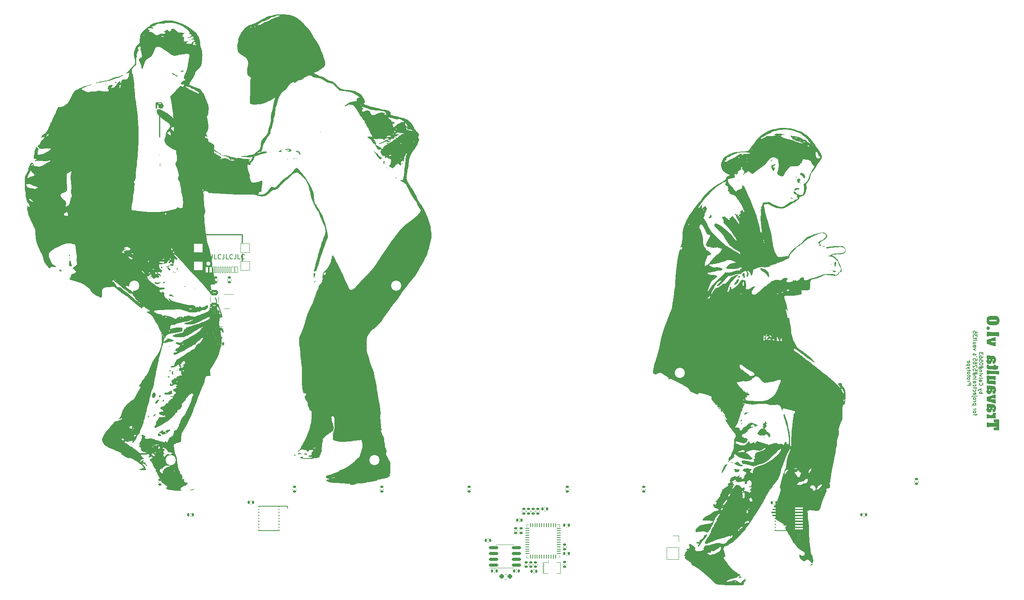
<source format=gbr>
%TF.GenerationSoftware,KiCad,Pcbnew,(7.0.0)*%
%TF.CreationDate,2023-05-14T17:36:17+02:00*%
%TF.ProjectId,travaulta prototype,74726176-6175-46c7-9461-2070726f746f,rev?*%
%TF.SameCoordinates,Original*%
%TF.FileFunction,Legend,Bot*%
%TF.FilePolarity,Positive*%
%FSLAX46Y46*%
G04 Gerber Fmt 4.6, Leading zero omitted, Abs format (unit mm)*
G04 Created by KiCad (PCBNEW (7.0.0)) date 2023-05-14 17:36:17*
%MOMM*%
%LPD*%
G01*
G04 APERTURE LIST*
G04 Aperture macros list*
%AMRoundRect*
0 Rectangle with rounded corners*
0 $1 Rounding radius*
0 $2 $3 $4 $5 $6 $7 $8 $9 X,Y pos of 4 corners*
0 Add a 4 corners polygon primitive as box body*
4,1,4,$2,$3,$4,$5,$6,$7,$8,$9,$2,$3,0*
0 Add four circle primitives for the rounded corners*
1,1,$1+$1,$2,$3*
1,1,$1+$1,$4,$5*
1,1,$1+$1,$6,$7*
1,1,$1+$1,$8,$9*
0 Add four rect primitives between the rounded corners*
20,1,$1+$1,$2,$3,$4,$5,0*
20,1,$1+$1,$4,$5,$6,$7,0*
20,1,$1+$1,$6,$7,$8,$9,0*
20,1,$1+$1,$8,$9,$2,$3,0*%
G04 Aperture macros list end*
%ADD10C,0.150000*%
%ADD11C,0.120000*%
%ADD12C,0.170180*%
%ADD13C,0.002540*%
%ADD14C,0.254000*%
%ADD15C,2.200000*%
%ADD16R,0.400000X1.900000*%
%ADD17RoundRect,0.140000X0.140000X0.170000X-0.140000X0.170000X-0.140000X-0.170000X0.140000X-0.170000X0*%
%ADD18RoundRect,0.140000X-0.140000X-0.170000X0.140000X-0.170000X0.140000X0.170000X-0.140000X0.170000X0*%
%ADD19RoundRect,0.140000X-0.170000X0.140000X-0.170000X-0.140000X0.170000X-0.140000X0.170000X0.140000X0*%
%ADD20RoundRect,0.150000X-0.825000X-0.150000X0.825000X-0.150000X0.825000X0.150000X-0.825000X0.150000X0*%
%ADD21RoundRect,0.135000X-0.185000X0.135000X-0.185000X-0.135000X0.185000X-0.135000X0.185000X0.135000X0*%
%ADD22RoundRect,0.135000X0.185000X-0.135000X0.185000X0.135000X-0.185000X0.135000X-0.185000X-0.135000X0*%
%ADD23RoundRect,0.135000X-0.135000X-0.185000X0.135000X-0.185000X0.135000X0.185000X-0.135000X0.185000X0*%
%ADD24RoundRect,0.062500X0.062500X-0.375000X0.062500X0.375000X-0.062500X0.375000X-0.062500X-0.375000X0*%
%ADD25RoundRect,0.062500X0.375000X-0.062500X0.375000X0.062500X-0.375000X0.062500X-0.375000X-0.062500X0*%
%ADD26R,5.600000X5.600000*%
%ADD27RoundRect,0.135000X0.135000X0.185000X-0.135000X0.185000X-0.135000X-0.185000X0.135000X-0.185000X0*%
%ADD28R,1.778000X0.419100*%
%ADD29RoundRect,0.250000X-0.625000X0.375000X-0.625000X-0.375000X0.625000X-0.375000X0.625000X0.375000X0*%
%ADD30R,0.700000X1.000000*%
%ADD31R,0.700000X0.600000*%
%ADD32RoundRect,0.140000X0.170000X-0.140000X0.170000X0.140000X-0.170000X0.140000X-0.170000X-0.140000X0*%
%ADD33R,1.700000X1.700000*%
%ADD34O,1.700000X1.700000*%
%ADD35RoundRect,0.150000X0.587500X0.150000X-0.587500X0.150000X-0.587500X-0.150000X0.587500X-0.150000X0*%
%ADD36RoundRect,0.237500X0.250000X0.237500X-0.250000X0.237500X-0.250000X-0.237500X0.250000X-0.237500X0*%
%ADD37C,0.900000*%
%ADD38RoundRect,0.050000X-0.300000X-0.650000X0.300000X-0.650000X0.300000X0.650000X-0.300000X0.650000X0*%
%ADD39RoundRect,0.050000X-0.150000X-0.650000X0.150000X-0.650000X0.150000X0.650000X-0.150000X0.650000X0*%
%ADD40RoundRect,0.050000X-1.000000X-1.000000X1.000000X-1.000000X1.000000X1.000000X-1.000000X1.000000X0*%
G04 APERTURE END LIST*
D10*
X77930951Y-50294380D02*
X77930951Y-51008666D01*
X77930951Y-51008666D02*
X77883332Y-51151523D01*
X77883332Y-51151523D02*
X77788094Y-51246761D01*
X77788094Y-51246761D02*
X77645237Y-51294380D01*
X77645237Y-51294380D02*
X77549999Y-51294380D01*
X78883332Y-51294380D02*
X78407142Y-51294380D01*
X78407142Y-51294380D02*
X78407142Y-50294380D01*
X79788094Y-51199142D02*
X79740475Y-51246761D01*
X79740475Y-51246761D02*
X79597618Y-51294380D01*
X79597618Y-51294380D02*
X79502380Y-51294380D01*
X79502380Y-51294380D02*
X79359523Y-51246761D01*
X79359523Y-51246761D02*
X79264285Y-51151523D01*
X79264285Y-51151523D02*
X79216666Y-51056285D01*
X79216666Y-51056285D02*
X79169047Y-50865809D01*
X79169047Y-50865809D02*
X79169047Y-50722952D01*
X79169047Y-50722952D02*
X79216666Y-50532476D01*
X79216666Y-50532476D02*
X79264285Y-50437238D01*
X79264285Y-50437238D02*
X79359523Y-50342000D01*
X79359523Y-50342000D02*
X79502380Y-50294380D01*
X79502380Y-50294380D02*
X79597618Y-50294380D01*
X79597618Y-50294380D02*
X79740475Y-50342000D01*
X79740475Y-50342000D02*
X79788094Y-50389619D01*
X80502380Y-50294380D02*
X80502380Y-51008666D01*
X80502380Y-51008666D02*
X80454761Y-51151523D01*
X80454761Y-51151523D02*
X80359523Y-51246761D01*
X80359523Y-51246761D02*
X80216666Y-51294380D01*
X80216666Y-51294380D02*
X80121428Y-51294380D01*
X81454761Y-51294380D02*
X80978571Y-51294380D01*
X80978571Y-51294380D02*
X80978571Y-50294380D01*
X82359523Y-51199142D02*
X82311904Y-51246761D01*
X82311904Y-51246761D02*
X82169047Y-51294380D01*
X82169047Y-51294380D02*
X82073809Y-51294380D01*
X82073809Y-51294380D02*
X81930952Y-51246761D01*
X81930952Y-51246761D02*
X81835714Y-51151523D01*
X81835714Y-51151523D02*
X81788095Y-51056285D01*
X81788095Y-51056285D02*
X81740476Y-50865809D01*
X81740476Y-50865809D02*
X81740476Y-50722952D01*
X81740476Y-50722952D02*
X81788095Y-50532476D01*
X81788095Y-50532476D02*
X81835714Y-50437238D01*
X81835714Y-50437238D02*
X81930952Y-50342000D01*
X81930952Y-50342000D02*
X82073809Y-50294380D01*
X82073809Y-50294380D02*
X82169047Y-50294380D01*
X82169047Y-50294380D02*
X82311904Y-50342000D01*
X82311904Y-50342000D02*
X82359523Y-50389619D01*
X83073809Y-50294380D02*
X83073809Y-51008666D01*
X83073809Y-51008666D02*
X83026190Y-51151523D01*
X83026190Y-51151523D02*
X82930952Y-51246761D01*
X82930952Y-51246761D02*
X82788095Y-51294380D01*
X82788095Y-51294380D02*
X82692857Y-51294380D01*
X84026190Y-51294380D02*
X83550000Y-51294380D01*
X83550000Y-51294380D02*
X83550000Y-50294380D01*
X84930952Y-51199142D02*
X84883333Y-51246761D01*
X84883333Y-51246761D02*
X84740476Y-51294380D01*
X84740476Y-51294380D02*
X84645238Y-51294380D01*
X84645238Y-51294380D02*
X84502381Y-51246761D01*
X84502381Y-51246761D02*
X84407143Y-51151523D01*
X84407143Y-51151523D02*
X84359524Y-51056285D01*
X84359524Y-51056285D02*
X84311905Y-50865809D01*
X84311905Y-50865809D02*
X84311905Y-50722952D01*
X84311905Y-50722952D02*
X84359524Y-50532476D01*
X84359524Y-50532476D02*
X84407143Y-50437238D01*
X84407143Y-50437238D02*
X84502381Y-50342000D01*
X84502381Y-50342000D02*
X84645238Y-50294380D01*
X84645238Y-50294380D02*
X84740476Y-50294380D01*
X84740476Y-50294380D02*
X84883333Y-50342000D01*
X84883333Y-50342000D02*
X84930952Y-50389619D01*
X85645238Y-50294380D02*
X85645238Y-51008666D01*
X85645238Y-51008666D02*
X85597619Y-51151523D01*
X85597619Y-51151523D02*
X85502381Y-51246761D01*
X85502381Y-51246761D02*
X85359524Y-51294380D01*
X85359524Y-51294380D02*
X85264286Y-51294380D01*
X86597619Y-51294380D02*
X86121429Y-51294380D01*
X86121429Y-51294380D02*
X86121429Y-50294380D01*
X87502381Y-51199142D02*
X87454762Y-51246761D01*
X87454762Y-51246761D02*
X87311905Y-51294380D01*
X87311905Y-51294380D02*
X87216667Y-51294380D01*
X87216667Y-51294380D02*
X87073810Y-51246761D01*
X87073810Y-51246761D02*
X86978572Y-51151523D01*
X86978572Y-51151523D02*
X86930953Y-51056285D01*
X86930953Y-51056285D02*
X86883334Y-50865809D01*
X86883334Y-50865809D02*
X86883334Y-50722952D01*
X86883334Y-50722952D02*
X86930953Y-50532476D01*
X86930953Y-50532476D02*
X86978572Y-50437238D01*
X86978572Y-50437238D02*
X87073810Y-50342000D01*
X87073810Y-50342000D02*
X87216667Y-50294380D01*
X87216667Y-50294380D02*
X87311905Y-50294380D01*
X87311905Y-50294380D02*
X87454762Y-50342000D01*
X87454762Y-50342000D02*
X87502381Y-50389619D01*
X247858345Y-80668572D02*
X248658345Y-80668572D01*
X248353583Y-80668572D02*
X248391678Y-80592382D01*
X248391678Y-80592382D02*
X248391678Y-80440001D01*
X248391678Y-80440001D02*
X248353583Y-80363810D01*
X248353583Y-80363810D02*
X248315488Y-80325715D01*
X248315488Y-80325715D02*
X248239297Y-80287620D01*
X248239297Y-80287620D02*
X248010726Y-80287620D01*
X248010726Y-80287620D02*
X247934535Y-80325715D01*
X247934535Y-80325715D02*
X247896440Y-80363810D01*
X247896440Y-80363810D02*
X247858345Y-80440001D01*
X247858345Y-80440001D02*
X247858345Y-80592382D01*
X247858345Y-80592382D02*
X247896440Y-80668572D01*
X248391678Y-80020953D02*
X247858345Y-79830477D01*
X248391678Y-79640000D02*
X247858345Y-79830477D01*
X247858345Y-79830477D02*
X247667869Y-79906667D01*
X247667869Y-79906667D02*
X247629773Y-79944762D01*
X247629773Y-79944762D02*
X247591678Y-80020953D01*
X247934535Y-78398095D02*
X247896440Y-78436191D01*
X247896440Y-78436191D02*
X247858345Y-78550476D01*
X247858345Y-78550476D02*
X247858345Y-78626667D01*
X247858345Y-78626667D02*
X247896440Y-78740953D01*
X247896440Y-78740953D02*
X247972630Y-78817143D01*
X247972630Y-78817143D02*
X248048821Y-78855238D01*
X248048821Y-78855238D02*
X248201202Y-78893334D01*
X248201202Y-78893334D02*
X248315488Y-78893334D01*
X248315488Y-78893334D02*
X248467869Y-78855238D01*
X248467869Y-78855238D02*
X248544059Y-78817143D01*
X248544059Y-78817143D02*
X248620250Y-78740953D01*
X248620250Y-78740953D02*
X248658345Y-78626667D01*
X248658345Y-78626667D02*
X248658345Y-78550476D01*
X248658345Y-78550476D02*
X248620250Y-78436191D01*
X248620250Y-78436191D02*
X248582154Y-78398095D01*
X247858345Y-77712381D02*
X248277392Y-77712381D01*
X248277392Y-77712381D02*
X248353583Y-77750476D01*
X248353583Y-77750476D02*
X248391678Y-77826667D01*
X248391678Y-77826667D02*
X248391678Y-77979048D01*
X248391678Y-77979048D02*
X248353583Y-78055238D01*
X247896440Y-77712381D02*
X247858345Y-77788572D01*
X247858345Y-77788572D02*
X247858345Y-77979048D01*
X247858345Y-77979048D02*
X247896440Y-78055238D01*
X247896440Y-78055238D02*
X247972630Y-78093334D01*
X247972630Y-78093334D02*
X248048821Y-78093334D01*
X248048821Y-78093334D02*
X248125011Y-78055238D01*
X248125011Y-78055238D02*
X248163107Y-77979048D01*
X248163107Y-77979048D02*
X248163107Y-77788572D01*
X248163107Y-77788572D02*
X248201202Y-77712381D01*
X247858345Y-77217143D02*
X247896440Y-77293333D01*
X247896440Y-77293333D02*
X247972630Y-77331428D01*
X247972630Y-77331428D02*
X248658345Y-77331428D01*
X248391678Y-76988571D02*
X247858345Y-76798095D01*
X247858345Y-76798095D02*
X248391678Y-76607618D01*
X247858345Y-76302856D02*
X248391678Y-76302856D01*
X248658345Y-76302856D02*
X248620250Y-76340952D01*
X248620250Y-76340952D02*
X248582154Y-76302856D01*
X248582154Y-76302856D02*
X248620250Y-76264761D01*
X248620250Y-76264761D02*
X248658345Y-76302856D01*
X248658345Y-76302856D02*
X248582154Y-76302856D01*
X248391678Y-75921904D02*
X247858345Y-75921904D01*
X248315488Y-75921904D02*
X248353583Y-75883809D01*
X248353583Y-75883809D02*
X248391678Y-75807619D01*
X248391678Y-75807619D02*
X248391678Y-75693333D01*
X248391678Y-75693333D02*
X248353583Y-75617142D01*
X248353583Y-75617142D02*
X248277392Y-75579047D01*
X248277392Y-75579047D02*
X247858345Y-75579047D01*
X248391678Y-75236190D02*
X248391678Y-74664761D01*
X248734535Y-75007618D02*
X247705964Y-75236190D01*
X248048821Y-74740951D02*
X248048821Y-75312380D01*
X247705964Y-74969523D02*
X248734535Y-74740951D01*
X248658345Y-74245713D02*
X248658345Y-74169523D01*
X248658345Y-74169523D02*
X248620250Y-74093332D01*
X248620250Y-74093332D02*
X248582154Y-74055237D01*
X248582154Y-74055237D02*
X248505964Y-74017142D01*
X248505964Y-74017142D02*
X248353583Y-73979047D01*
X248353583Y-73979047D02*
X248163107Y-73979047D01*
X248163107Y-73979047D02*
X248010726Y-74017142D01*
X248010726Y-74017142D02*
X247934535Y-74055237D01*
X247934535Y-74055237D02*
X247896440Y-74093332D01*
X247896440Y-74093332D02*
X247858345Y-74169523D01*
X247858345Y-74169523D02*
X247858345Y-74245713D01*
X247858345Y-74245713D02*
X247896440Y-74321904D01*
X247896440Y-74321904D02*
X247934535Y-74359999D01*
X247934535Y-74359999D02*
X248010726Y-74398094D01*
X248010726Y-74398094D02*
X248163107Y-74436190D01*
X248163107Y-74436190D02*
X248353583Y-74436190D01*
X248353583Y-74436190D02*
X248505964Y-74398094D01*
X248505964Y-74398094D02*
X248582154Y-74359999D01*
X248582154Y-74359999D02*
X248620250Y-74321904D01*
X248620250Y-74321904D02*
X248658345Y-74245713D01*
X248658345Y-73255237D02*
X248658345Y-73636189D01*
X248658345Y-73636189D02*
X248277392Y-73674285D01*
X248277392Y-73674285D02*
X248315488Y-73636189D01*
X248315488Y-73636189D02*
X248353583Y-73559999D01*
X248353583Y-73559999D02*
X248353583Y-73369523D01*
X248353583Y-73369523D02*
X248315488Y-73293332D01*
X248315488Y-73293332D02*
X248277392Y-73255237D01*
X248277392Y-73255237D02*
X248201202Y-73217142D01*
X248201202Y-73217142D02*
X248010726Y-73217142D01*
X248010726Y-73217142D02*
X247934535Y-73255237D01*
X247934535Y-73255237D02*
X247896440Y-73293332D01*
X247896440Y-73293332D02*
X247858345Y-73369523D01*
X247858345Y-73369523D02*
X247858345Y-73559999D01*
X247858345Y-73559999D02*
X247896440Y-73636189D01*
X247896440Y-73636189D02*
X247934535Y-73674285D01*
X248658345Y-72531427D02*
X248658345Y-72683808D01*
X248658345Y-72683808D02*
X248620250Y-72759999D01*
X248620250Y-72759999D02*
X248582154Y-72798094D01*
X248582154Y-72798094D02*
X248467869Y-72874284D01*
X248467869Y-72874284D02*
X248315488Y-72912380D01*
X248315488Y-72912380D02*
X248010726Y-72912380D01*
X248010726Y-72912380D02*
X247934535Y-72874284D01*
X247934535Y-72874284D02*
X247896440Y-72836189D01*
X247896440Y-72836189D02*
X247858345Y-72759999D01*
X247858345Y-72759999D02*
X247858345Y-72607618D01*
X247858345Y-72607618D02*
X247896440Y-72531427D01*
X247896440Y-72531427D02*
X247934535Y-72493332D01*
X247934535Y-72493332D02*
X248010726Y-72455237D01*
X248010726Y-72455237D02*
X248201202Y-72455237D01*
X248201202Y-72455237D02*
X248277392Y-72493332D01*
X248277392Y-72493332D02*
X248315488Y-72531427D01*
X248315488Y-72531427D02*
X248353583Y-72607618D01*
X248353583Y-72607618D02*
X248353583Y-72759999D01*
X248353583Y-72759999D02*
X248315488Y-72836189D01*
X248315488Y-72836189D02*
X248277392Y-72874284D01*
X248277392Y-72874284D02*
X248201202Y-72912380D01*
X248658345Y-72188570D02*
X248658345Y-71693332D01*
X248658345Y-71693332D02*
X248353583Y-71959998D01*
X248353583Y-71959998D02*
X248353583Y-71845713D01*
X248353583Y-71845713D02*
X248315488Y-71769522D01*
X248315488Y-71769522D02*
X248277392Y-71731427D01*
X248277392Y-71731427D02*
X248201202Y-71693332D01*
X248201202Y-71693332D02*
X248010726Y-71693332D01*
X248010726Y-71693332D02*
X247934535Y-71731427D01*
X247934535Y-71731427D02*
X247896440Y-71769522D01*
X247896440Y-71769522D02*
X247858345Y-71845713D01*
X247858345Y-71845713D02*
X247858345Y-72074284D01*
X247858345Y-72074284D02*
X247896440Y-72150475D01*
X247896440Y-72150475D02*
X247934535Y-72188570D01*
X247095678Y-85441906D02*
X247095678Y-85137144D01*
X246562345Y-85327620D02*
X247248059Y-85327620D01*
X247248059Y-85327620D02*
X247324250Y-85289525D01*
X247324250Y-85289525D02*
X247362345Y-85213335D01*
X247362345Y-85213335D02*
X247362345Y-85137144D01*
X246562345Y-84756192D02*
X246600440Y-84832382D01*
X246600440Y-84832382D02*
X246638535Y-84870477D01*
X246638535Y-84870477D02*
X246714726Y-84908573D01*
X246714726Y-84908573D02*
X246943297Y-84908573D01*
X246943297Y-84908573D02*
X247019488Y-84870477D01*
X247019488Y-84870477D02*
X247057583Y-84832382D01*
X247057583Y-84832382D02*
X247095678Y-84756192D01*
X247095678Y-84756192D02*
X247095678Y-84641906D01*
X247095678Y-84641906D02*
X247057583Y-84565715D01*
X247057583Y-84565715D02*
X247019488Y-84527620D01*
X247019488Y-84527620D02*
X246943297Y-84489525D01*
X246943297Y-84489525D02*
X246714726Y-84489525D01*
X246714726Y-84489525D02*
X246638535Y-84527620D01*
X246638535Y-84527620D02*
X246600440Y-84565715D01*
X246600440Y-84565715D02*
X246562345Y-84641906D01*
X246562345Y-84641906D02*
X246562345Y-84756192D01*
X246562345Y-84146667D02*
X247095678Y-84146667D01*
X246943297Y-84146667D02*
X247019488Y-84108572D01*
X247019488Y-84108572D02*
X247057583Y-84070477D01*
X247057583Y-84070477D02*
X247095678Y-83994286D01*
X247095678Y-83994286D02*
X247095678Y-83918096D01*
X247095678Y-83171429D02*
X246295678Y-83171429D01*
X247057583Y-83171429D02*
X247095678Y-83095239D01*
X247095678Y-83095239D02*
X247095678Y-82942858D01*
X247095678Y-82942858D02*
X247057583Y-82866667D01*
X247057583Y-82866667D02*
X247019488Y-82828572D01*
X247019488Y-82828572D02*
X246943297Y-82790477D01*
X246943297Y-82790477D02*
X246714726Y-82790477D01*
X246714726Y-82790477D02*
X246638535Y-82828572D01*
X246638535Y-82828572D02*
X246600440Y-82866667D01*
X246600440Y-82866667D02*
X246562345Y-82942858D01*
X246562345Y-82942858D02*
X246562345Y-83095239D01*
X246562345Y-83095239D02*
X246600440Y-83171429D01*
X246562345Y-82447619D02*
X247095678Y-82447619D01*
X246943297Y-82447619D02*
X247019488Y-82409524D01*
X247019488Y-82409524D02*
X247057583Y-82371429D01*
X247057583Y-82371429D02*
X247095678Y-82295238D01*
X247095678Y-82295238D02*
X247095678Y-82219048D01*
X246562345Y-81838096D02*
X246600440Y-81914286D01*
X246600440Y-81914286D02*
X246638535Y-81952381D01*
X246638535Y-81952381D02*
X246714726Y-81990477D01*
X246714726Y-81990477D02*
X246943297Y-81990477D01*
X246943297Y-81990477D02*
X247019488Y-81952381D01*
X247019488Y-81952381D02*
X247057583Y-81914286D01*
X247057583Y-81914286D02*
X247095678Y-81838096D01*
X247095678Y-81838096D02*
X247095678Y-81723810D01*
X247095678Y-81723810D02*
X247057583Y-81647619D01*
X247057583Y-81647619D02*
X247019488Y-81609524D01*
X247019488Y-81609524D02*
X246943297Y-81571429D01*
X246943297Y-81571429D02*
X246714726Y-81571429D01*
X246714726Y-81571429D02*
X246638535Y-81609524D01*
X246638535Y-81609524D02*
X246600440Y-81647619D01*
X246600440Y-81647619D02*
X246562345Y-81723810D01*
X246562345Y-81723810D02*
X246562345Y-81838096D01*
X247095678Y-81228571D02*
X246409964Y-81228571D01*
X246409964Y-81228571D02*
X246333773Y-81266667D01*
X246333773Y-81266667D02*
X246295678Y-81342857D01*
X246295678Y-81342857D02*
X246295678Y-81380952D01*
X247362345Y-81228571D02*
X247324250Y-81266667D01*
X247324250Y-81266667D02*
X247286154Y-81228571D01*
X247286154Y-81228571D02*
X247324250Y-81190476D01*
X247324250Y-81190476D02*
X247362345Y-81228571D01*
X247362345Y-81228571D02*
X247286154Y-81228571D01*
X246600440Y-80542857D02*
X246562345Y-80619048D01*
X246562345Y-80619048D02*
X246562345Y-80771429D01*
X246562345Y-80771429D02*
X246600440Y-80847619D01*
X246600440Y-80847619D02*
X246676630Y-80885715D01*
X246676630Y-80885715D02*
X246981392Y-80885715D01*
X246981392Y-80885715D02*
X247057583Y-80847619D01*
X247057583Y-80847619D02*
X247095678Y-80771429D01*
X247095678Y-80771429D02*
X247095678Y-80619048D01*
X247095678Y-80619048D02*
X247057583Y-80542857D01*
X247057583Y-80542857D02*
X246981392Y-80504762D01*
X246981392Y-80504762D02*
X246905202Y-80504762D01*
X246905202Y-80504762D02*
X246829011Y-80885715D01*
X246600440Y-79819048D02*
X246562345Y-79895239D01*
X246562345Y-79895239D02*
X246562345Y-80047620D01*
X246562345Y-80047620D02*
X246600440Y-80123810D01*
X246600440Y-80123810D02*
X246638535Y-80161905D01*
X246638535Y-80161905D02*
X246714726Y-80200001D01*
X246714726Y-80200001D02*
X246943297Y-80200001D01*
X246943297Y-80200001D02*
X247019488Y-80161905D01*
X247019488Y-80161905D02*
X247057583Y-80123810D01*
X247057583Y-80123810D02*
X247095678Y-80047620D01*
X247095678Y-80047620D02*
X247095678Y-79895239D01*
X247095678Y-79895239D02*
X247057583Y-79819048D01*
X247095678Y-79590477D02*
X247095678Y-79285715D01*
X247362345Y-79476191D02*
X246676630Y-79476191D01*
X246676630Y-79476191D02*
X246600440Y-79438096D01*
X246600440Y-79438096D02*
X246562345Y-79361906D01*
X246562345Y-79361906D02*
X246562345Y-79285715D01*
X246600440Y-78676191D02*
X246562345Y-78752382D01*
X246562345Y-78752382D02*
X246562345Y-78904763D01*
X246562345Y-78904763D02*
X246600440Y-78980953D01*
X246600440Y-78980953D02*
X246638535Y-79019048D01*
X246638535Y-79019048D02*
X246714726Y-79057144D01*
X246714726Y-79057144D02*
X246943297Y-79057144D01*
X246943297Y-79057144D02*
X247019488Y-79019048D01*
X247019488Y-79019048D02*
X247057583Y-78980953D01*
X247057583Y-78980953D02*
X247095678Y-78904763D01*
X247095678Y-78904763D02*
X247095678Y-78752382D01*
X247095678Y-78752382D02*
X247057583Y-78676191D01*
X246562345Y-77990477D02*
X246981392Y-77990477D01*
X246981392Y-77990477D02*
X247057583Y-78028572D01*
X247057583Y-78028572D02*
X247095678Y-78104763D01*
X247095678Y-78104763D02*
X247095678Y-78257144D01*
X247095678Y-78257144D02*
X247057583Y-78333334D01*
X246600440Y-77990477D02*
X246562345Y-78066668D01*
X246562345Y-78066668D02*
X246562345Y-78257144D01*
X246562345Y-78257144D02*
X246600440Y-78333334D01*
X246600440Y-78333334D02*
X246676630Y-78371430D01*
X246676630Y-78371430D02*
X246752821Y-78371430D01*
X246752821Y-78371430D02*
X246829011Y-78333334D01*
X246829011Y-78333334D02*
X246867107Y-78257144D01*
X246867107Y-78257144D02*
X246867107Y-78066668D01*
X246867107Y-78066668D02*
X246905202Y-77990477D01*
X246562345Y-77609524D02*
X247095678Y-77609524D01*
X247362345Y-77609524D02*
X247324250Y-77647620D01*
X247324250Y-77647620D02*
X247286154Y-77609524D01*
X247286154Y-77609524D02*
X247324250Y-77571429D01*
X247324250Y-77571429D02*
X247362345Y-77609524D01*
X247362345Y-77609524D02*
X247286154Y-77609524D01*
X247095678Y-77228572D02*
X246562345Y-77228572D01*
X247019488Y-77228572D02*
X247057583Y-77190477D01*
X247057583Y-77190477D02*
X247095678Y-77114287D01*
X247095678Y-77114287D02*
X247095678Y-77000001D01*
X247095678Y-77000001D02*
X247057583Y-76923810D01*
X247057583Y-76923810D02*
X246981392Y-76885715D01*
X246981392Y-76885715D02*
X246562345Y-76885715D01*
X247095678Y-76542858D02*
X247095678Y-75971429D01*
X247438535Y-76314286D02*
X246409964Y-76542858D01*
X246752821Y-76047619D02*
X246752821Y-76619048D01*
X246409964Y-76276191D02*
X247438535Y-76047619D01*
X247362345Y-75323810D02*
X247362345Y-75704762D01*
X247362345Y-75704762D02*
X246981392Y-75742858D01*
X246981392Y-75742858D02*
X247019488Y-75704762D01*
X247019488Y-75704762D02*
X247057583Y-75628572D01*
X247057583Y-75628572D02*
X247057583Y-75438096D01*
X247057583Y-75438096D02*
X247019488Y-75361905D01*
X247019488Y-75361905D02*
X246981392Y-75323810D01*
X246981392Y-75323810D02*
X246905202Y-75285715D01*
X246905202Y-75285715D02*
X246714726Y-75285715D01*
X246714726Y-75285715D02*
X246638535Y-75323810D01*
X246638535Y-75323810D02*
X246600440Y-75361905D01*
X246600440Y-75361905D02*
X246562345Y-75438096D01*
X246562345Y-75438096D02*
X246562345Y-75628572D01*
X246562345Y-75628572D02*
X246600440Y-75704762D01*
X246600440Y-75704762D02*
X246638535Y-75742858D01*
X247286154Y-74980953D02*
X247324250Y-74942857D01*
X247324250Y-74942857D02*
X247362345Y-74866667D01*
X247362345Y-74866667D02*
X247362345Y-74676191D01*
X247362345Y-74676191D02*
X247324250Y-74600000D01*
X247324250Y-74600000D02*
X247286154Y-74561905D01*
X247286154Y-74561905D02*
X247209964Y-74523810D01*
X247209964Y-74523810D02*
X247133773Y-74523810D01*
X247133773Y-74523810D02*
X247019488Y-74561905D01*
X247019488Y-74561905D02*
X246562345Y-75019048D01*
X246562345Y-75019048D02*
X246562345Y-74523810D01*
X247362345Y-73838095D02*
X247362345Y-73990476D01*
X247362345Y-73990476D02*
X247324250Y-74066667D01*
X247324250Y-74066667D02*
X247286154Y-74104762D01*
X247286154Y-74104762D02*
X247171869Y-74180952D01*
X247171869Y-74180952D02*
X247019488Y-74219048D01*
X247019488Y-74219048D02*
X246714726Y-74219048D01*
X246714726Y-74219048D02*
X246638535Y-74180952D01*
X246638535Y-74180952D02*
X246600440Y-74142857D01*
X246600440Y-74142857D02*
X246562345Y-74066667D01*
X246562345Y-74066667D02*
X246562345Y-73914286D01*
X246562345Y-73914286D02*
X246600440Y-73838095D01*
X246600440Y-73838095D02*
X246638535Y-73800000D01*
X246638535Y-73800000D02*
X246714726Y-73761905D01*
X246714726Y-73761905D02*
X246905202Y-73761905D01*
X246905202Y-73761905D02*
X246981392Y-73800000D01*
X246981392Y-73800000D02*
X247019488Y-73838095D01*
X247019488Y-73838095D02*
X247057583Y-73914286D01*
X247057583Y-73914286D02*
X247057583Y-74066667D01*
X247057583Y-74066667D02*
X247019488Y-74142857D01*
X247019488Y-74142857D02*
X246981392Y-74180952D01*
X246981392Y-74180952D02*
X246905202Y-74219048D01*
X247362345Y-73038095D02*
X247362345Y-73419047D01*
X247362345Y-73419047D02*
X246981392Y-73457143D01*
X246981392Y-73457143D02*
X247019488Y-73419047D01*
X247019488Y-73419047D02*
X247057583Y-73342857D01*
X247057583Y-73342857D02*
X247057583Y-73152381D01*
X247057583Y-73152381D02*
X247019488Y-73076190D01*
X247019488Y-73076190D02*
X246981392Y-73038095D01*
X246981392Y-73038095D02*
X246905202Y-73000000D01*
X246905202Y-73000000D02*
X246714726Y-73000000D01*
X246714726Y-73000000D02*
X246638535Y-73038095D01*
X246638535Y-73038095D02*
X246600440Y-73076190D01*
X246600440Y-73076190D02*
X246562345Y-73152381D01*
X246562345Y-73152381D02*
X246562345Y-73342857D01*
X246562345Y-73342857D02*
X246600440Y-73419047D01*
X246600440Y-73419047D02*
X246638535Y-73457143D01*
X247362345Y-72619047D02*
X247209964Y-72695238D01*
X246600440Y-72314286D02*
X246562345Y-72238095D01*
X246562345Y-72238095D02*
X246562345Y-72085714D01*
X246562345Y-72085714D02*
X246600440Y-72009524D01*
X246600440Y-72009524D02*
X246676630Y-71971428D01*
X246676630Y-71971428D02*
X246714726Y-71971428D01*
X246714726Y-71971428D02*
X246790916Y-72009524D01*
X246790916Y-72009524D02*
X246829011Y-72085714D01*
X246829011Y-72085714D02*
X246829011Y-72200000D01*
X246829011Y-72200000D02*
X246867107Y-72276190D01*
X246867107Y-72276190D02*
X246943297Y-72314286D01*
X246943297Y-72314286D02*
X246981392Y-72314286D01*
X246981392Y-72314286D02*
X247057583Y-72276190D01*
X247057583Y-72276190D02*
X247095678Y-72200000D01*
X247095678Y-72200000D02*
X247095678Y-72085714D01*
X247095678Y-72085714D02*
X247057583Y-72009524D01*
X247095678Y-71224762D02*
X246562345Y-71034286D01*
X246562345Y-71034286D02*
X247095678Y-70843809D01*
X246562345Y-70196190D02*
X246981392Y-70196190D01*
X246981392Y-70196190D02*
X247057583Y-70234285D01*
X247057583Y-70234285D02*
X247095678Y-70310476D01*
X247095678Y-70310476D02*
X247095678Y-70462857D01*
X247095678Y-70462857D02*
X247057583Y-70539047D01*
X246600440Y-70196190D02*
X246562345Y-70272381D01*
X246562345Y-70272381D02*
X246562345Y-70462857D01*
X246562345Y-70462857D02*
X246600440Y-70539047D01*
X246600440Y-70539047D02*
X246676630Y-70577143D01*
X246676630Y-70577143D02*
X246752821Y-70577143D01*
X246752821Y-70577143D02*
X246829011Y-70539047D01*
X246829011Y-70539047D02*
X246867107Y-70462857D01*
X246867107Y-70462857D02*
X246867107Y-70272381D01*
X246867107Y-70272381D02*
X246905202Y-70196190D01*
X247095678Y-69472380D02*
X246562345Y-69472380D01*
X247095678Y-69815237D02*
X246676630Y-69815237D01*
X246676630Y-69815237D02*
X246600440Y-69777142D01*
X246600440Y-69777142D02*
X246562345Y-69700952D01*
X246562345Y-69700952D02*
X246562345Y-69586666D01*
X246562345Y-69586666D02*
X246600440Y-69510475D01*
X246600440Y-69510475D02*
X246638535Y-69472380D01*
X246562345Y-68977142D02*
X246600440Y-69053332D01*
X246600440Y-69053332D02*
X246676630Y-69091427D01*
X246676630Y-69091427D02*
X247362345Y-69091427D01*
X247095678Y-68786665D02*
X247095678Y-68481903D01*
X247362345Y-68672379D02*
X246676630Y-68672379D01*
X246676630Y-68672379D02*
X246600440Y-68634284D01*
X246600440Y-68634284D02*
X246562345Y-68558094D01*
X246562345Y-68558094D02*
X246562345Y-68481903D01*
X247362345Y-68291427D02*
X247362345Y-67796189D01*
X247362345Y-67796189D02*
X247057583Y-68062855D01*
X247057583Y-68062855D02*
X247057583Y-67948570D01*
X247057583Y-67948570D02*
X247019488Y-67872379D01*
X247019488Y-67872379D02*
X246981392Y-67834284D01*
X246981392Y-67834284D02*
X246905202Y-67796189D01*
X246905202Y-67796189D02*
X246714726Y-67796189D01*
X246714726Y-67796189D02*
X246638535Y-67834284D01*
X246638535Y-67834284D02*
X246600440Y-67872379D01*
X246600440Y-67872379D02*
X246562345Y-67948570D01*
X246562345Y-67948570D02*
X246562345Y-68177141D01*
X246562345Y-68177141D02*
X246600440Y-68253332D01*
X246600440Y-68253332D02*
X246638535Y-68291427D01*
X247362345Y-67072379D02*
X247362345Y-67453331D01*
X247362345Y-67453331D02*
X246981392Y-67491427D01*
X246981392Y-67491427D02*
X247019488Y-67453331D01*
X247019488Y-67453331D02*
X247057583Y-67377141D01*
X247057583Y-67377141D02*
X247057583Y-67186665D01*
X247057583Y-67186665D02*
X247019488Y-67110474D01*
X247019488Y-67110474D02*
X246981392Y-67072379D01*
X246981392Y-67072379D02*
X246905202Y-67034284D01*
X246905202Y-67034284D02*
X246714726Y-67034284D01*
X246714726Y-67034284D02*
X246638535Y-67072379D01*
X246638535Y-67072379D02*
X246600440Y-67110474D01*
X246600440Y-67110474D02*
X246562345Y-67186665D01*
X246562345Y-67186665D02*
X246562345Y-67377141D01*
X246562345Y-67377141D02*
X246600440Y-67453331D01*
X246600440Y-67453331D02*
X246638535Y-67491427D01*
X245266345Y-78847619D02*
X246066345Y-78847619D01*
X246066345Y-78847619D02*
X246066345Y-78542857D01*
X246066345Y-78542857D02*
X246028250Y-78466667D01*
X246028250Y-78466667D02*
X245990154Y-78428572D01*
X245990154Y-78428572D02*
X245913964Y-78390476D01*
X245913964Y-78390476D02*
X245799678Y-78390476D01*
X245799678Y-78390476D02*
X245723488Y-78428572D01*
X245723488Y-78428572D02*
X245685392Y-78466667D01*
X245685392Y-78466667D02*
X245647297Y-78542857D01*
X245647297Y-78542857D02*
X245647297Y-78847619D01*
X245266345Y-78047619D02*
X245799678Y-78047619D01*
X245647297Y-78047619D02*
X245723488Y-78009524D01*
X245723488Y-78009524D02*
X245761583Y-77971429D01*
X245761583Y-77971429D02*
X245799678Y-77895238D01*
X245799678Y-77895238D02*
X245799678Y-77819048D01*
X245266345Y-77438096D02*
X245304440Y-77514286D01*
X245304440Y-77514286D02*
X245342535Y-77552381D01*
X245342535Y-77552381D02*
X245418726Y-77590477D01*
X245418726Y-77590477D02*
X245647297Y-77590477D01*
X245647297Y-77590477D02*
X245723488Y-77552381D01*
X245723488Y-77552381D02*
X245761583Y-77514286D01*
X245761583Y-77514286D02*
X245799678Y-77438096D01*
X245799678Y-77438096D02*
X245799678Y-77323810D01*
X245799678Y-77323810D02*
X245761583Y-77247619D01*
X245761583Y-77247619D02*
X245723488Y-77209524D01*
X245723488Y-77209524D02*
X245647297Y-77171429D01*
X245647297Y-77171429D02*
X245418726Y-77171429D01*
X245418726Y-77171429D02*
X245342535Y-77209524D01*
X245342535Y-77209524D02*
X245304440Y-77247619D01*
X245304440Y-77247619D02*
X245266345Y-77323810D01*
X245266345Y-77323810D02*
X245266345Y-77438096D01*
X245799678Y-76942857D02*
X245799678Y-76638095D01*
X246066345Y-76828571D02*
X245380630Y-76828571D01*
X245380630Y-76828571D02*
X245304440Y-76790476D01*
X245304440Y-76790476D02*
X245266345Y-76714286D01*
X245266345Y-76714286D02*
X245266345Y-76638095D01*
X245266345Y-76257143D02*
X245304440Y-76333333D01*
X245304440Y-76333333D02*
X245342535Y-76371428D01*
X245342535Y-76371428D02*
X245418726Y-76409524D01*
X245418726Y-76409524D02*
X245647297Y-76409524D01*
X245647297Y-76409524D02*
X245723488Y-76371428D01*
X245723488Y-76371428D02*
X245761583Y-76333333D01*
X245761583Y-76333333D02*
X245799678Y-76257143D01*
X245799678Y-76257143D02*
X245799678Y-76142857D01*
X245799678Y-76142857D02*
X245761583Y-76066666D01*
X245761583Y-76066666D02*
X245723488Y-76028571D01*
X245723488Y-76028571D02*
X245647297Y-75990476D01*
X245647297Y-75990476D02*
X245418726Y-75990476D01*
X245418726Y-75990476D02*
X245342535Y-76028571D01*
X245342535Y-76028571D02*
X245304440Y-76066666D01*
X245304440Y-76066666D02*
X245266345Y-76142857D01*
X245266345Y-76142857D02*
X245266345Y-76257143D01*
X245799678Y-75761904D02*
X245799678Y-75457142D01*
X246066345Y-75647618D02*
X245380630Y-75647618D01*
X245380630Y-75647618D02*
X245304440Y-75609523D01*
X245304440Y-75609523D02*
X245266345Y-75533333D01*
X245266345Y-75533333D02*
X245266345Y-75457142D01*
X245799678Y-75266666D02*
X245266345Y-75076190D01*
X245799678Y-74885713D02*
X245266345Y-75076190D01*
X245266345Y-75076190D02*
X245075869Y-75152380D01*
X245075869Y-75152380D02*
X245037773Y-75190475D01*
X245037773Y-75190475D02*
X244999678Y-75266666D01*
X245799678Y-74580951D02*
X244999678Y-74580951D01*
X245761583Y-74580951D02*
X245799678Y-74504761D01*
X245799678Y-74504761D02*
X245799678Y-74352380D01*
X245799678Y-74352380D02*
X245761583Y-74276189D01*
X245761583Y-74276189D02*
X245723488Y-74238094D01*
X245723488Y-74238094D02*
X245647297Y-74199999D01*
X245647297Y-74199999D02*
X245418726Y-74199999D01*
X245418726Y-74199999D02*
X245342535Y-74238094D01*
X245342535Y-74238094D02*
X245304440Y-74276189D01*
X245304440Y-74276189D02*
X245266345Y-74352380D01*
X245266345Y-74352380D02*
X245266345Y-74504761D01*
X245266345Y-74504761D02*
X245304440Y-74580951D01*
X245304440Y-73552379D02*
X245266345Y-73628570D01*
X245266345Y-73628570D02*
X245266345Y-73780951D01*
X245266345Y-73780951D02*
X245304440Y-73857141D01*
X245304440Y-73857141D02*
X245380630Y-73895237D01*
X245380630Y-73895237D02*
X245685392Y-73895237D01*
X245685392Y-73895237D02*
X245761583Y-73857141D01*
X245761583Y-73857141D02*
X245799678Y-73780951D01*
X245799678Y-73780951D02*
X245799678Y-73628570D01*
X245799678Y-73628570D02*
X245761583Y-73552379D01*
X245761583Y-73552379D02*
X245685392Y-73514284D01*
X245685392Y-73514284D02*
X245609202Y-73514284D01*
X245609202Y-73514284D02*
X245533011Y-73895237D01*
D11*
%TO.C,Y1*%
X152616000Y-117945000D02*
X152616000Y-117545000D01*
X152616000Y-119945000D02*
X152616000Y-117945000D01*
X152816000Y-117945000D02*
X152816000Y-117545000D01*
X152816000Y-117945000D02*
X152816000Y-119945000D01*
X152816000Y-119945000D02*
X153816000Y-119945000D01*
X153816000Y-117545000D02*
X152816000Y-117545000D01*
X153816000Y-117545000D02*
X153816000Y-117145000D01*
X155616000Y-119945000D02*
X156416000Y-119945000D01*
X156416000Y-117545000D02*
X155616000Y-117545000D01*
X156416000Y-117945000D02*
X156416000Y-117545000D01*
X156416000Y-119945000D02*
X156416000Y-117945000D01*
%TO.C,C7*%
X147611836Y-108691000D02*
X147396164Y-108691000D01*
X147611836Y-107971000D02*
X147396164Y-107971000D01*
%TO.C,C12*%
X202981600Y-104174305D02*
X203197272Y-104174305D01*
X202981600Y-104894305D02*
X203197272Y-104894305D01*
%TO.C,C15*%
X149391000Y-117912164D02*
X149391000Y-118127836D01*
X148671000Y-117912164D02*
X148671000Y-118127836D01*
%TO.C,G\u002A\u002A\u002A*%
G36*
X99737333Y-28913667D02*
G01*
X99695000Y-28956000D01*
X99652666Y-28913667D01*
X99695000Y-28871334D01*
X99737333Y-28913667D01*
G37*
G36*
X73152000Y-52197000D02*
G01*
X73109666Y-52239334D01*
X73067333Y-52197000D01*
X73109666Y-52154667D01*
X73152000Y-52197000D01*
G37*
G36*
X72898000Y-59817000D02*
G01*
X72855666Y-59859334D01*
X72813333Y-59817000D01*
X72855666Y-59774667D01*
X72898000Y-59817000D01*
G37*
G36*
X72728666Y-75141667D02*
G01*
X72686333Y-75184000D01*
X72644000Y-75141667D01*
X72686333Y-75099334D01*
X72728666Y-75141667D01*
G37*
G36*
X72728666Y-54059667D02*
G01*
X72686333Y-54102000D01*
X72644000Y-54059667D01*
X72686333Y-54017334D01*
X72728666Y-54059667D01*
G37*
G36*
X72136000Y-53043667D02*
G01*
X72093666Y-53086000D01*
X72051333Y-53043667D01*
X72093666Y-53001334D01*
X72136000Y-53043667D01*
G37*
G36*
X70866000Y-52197000D02*
G01*
X70823666Y-52239334D01*
X70781333Y-52197000D01*
X70823666Y-52154667D01*
X70866000Y-52197000D01*
G37*
G36*
X70781333Y-59647667D02*
G01*
X70739000Y-59690000D01*
X70696666Y-59647667D01*
X70739000Y-59605334D01*
X70781333Y-59647667D01*
G37*
G36*
X70696666Y-14012334D02*
G01*
X70654333Y-14054667D01*
X70612000Y-14012334D01*
X70654333Y-13970000D01*
X70696666Y-14012334D01*
G37*
G36*
X69850000Y-97070334D02*
G01*
X69807666Y-97112667D01*
X69765333Y-97070334D01*
X69807666Y-97028000D01*
X69850000Y-97070334D01*
G37*
G36*
X61468000Y-10879667D02*
G01*
X61425666Y-10922000D01*
X61383333Y-10879667D01*
X61425666Y-10837334D01*
X61468000Y-10879667D01*
G37*
G36*
X54864000Y-12996334D02*
G01*
X54821666Y-13038667D01*
X54779333Y-12996334D01*
X54821666Y-12954000D01*
X54864000Y-12996334D01*
G37*
G36*
X54356000Y-13165667D02*
G01*
X54313666Y-13208000D01*
X54271333Y-13165667D01*
X54313666Y-13123334D01*
X54356000Y-13165667D01*
G37*
G36*
X43010666Y-25273000D02*
G01*
X42968333Y-25315334D01*
X42926000Y-25273000D01*
X42968333Y-25230667D01*
X43010666Y-25273000D01*
G37*
G36*
X78881111Y-79191556D02*
G01*
X78894357Y-79217022D01*
X78824666Y-79248000D01*
X78779844Y-79241890D01*
X78768222Y-79191556D01*
X78780631Y-79181423D01*
X78881111Y-79191556D01*
G37*
G36*
X73208444Y-10357556D02*
G01*
X73221690Y-10383022D01*
X73152000Y-10414000D01*
X73107178Y-10407890D01*
X73095555Y-10357556D01*
X73107965Y-10347423D01*
X73208444Y-10357556D01*
G37*
G36*
X70668444Y-58617556D02*
G01*
X70681690Y-58643022D01*
X70612000Y-58674000D01*
X70567178Y-58667890D01*
X70555555Y-58617556D01*
X70567965Y-58607423D01*
X70668444Y-58617556D01*
G37*
G36*
X69357875Y-10271497D02*
G01*
X69397064Y-10301972D01*
X69306722Y-10322649D01*
X69220848Y-10316663D01*
X69195597Y-10278181D01*
X69225551Y-10261403D01*
X69357875Y-10271497D01*
G37*
G36*
X69074631Y-28532667D02*
G01*
X69062829Y-28649136D01*
X69031927Y-28638500D01*
X69020744Y-28600176D01*
X69031927Y-28426834D01*
X69061326Y-28412471D01*
X69074631Y-28532667D01*
G37*
G36*
X54581778Y-13066889D02*
G01*
X54595023Y-13092355D01*
X54525333Y-13123334D01*
X54480511Y-13117223D01*
X54468889Y-13066889D01*
X54481298Y-13056756D01*
X54581778Y-13066889D01*
G37*
G36*
X49516631Y-38100000D02*
G01*
X49504829Y-38216470D01*
X49473927Y-38205834D01*
X49462744Y-38167509D01*
X49473927Y-37994167D01*
X49503326Y-37979805D01*
X49516631Y-38100000D01*
G37*
G36*
X76749480Y-57656619D02*
G01*
X76757866Y-57701010D01*
X76670663Y-57742667D01*
X76627916Y-57741011D01*
X76542409Y-57701016D01*
X76617483Y-57619283D01*
X76648011Y-57607777D01*
X76749480Y-57656619D01*
G37*
G36*
X72848771Y-75459199D02*
G01*
X72898000Y-75557945D01*
X72880576Y-75623830D01*
X72763944Y-75692000D01*
X72671434Y-75643129D01*
X72685650Y-75541676D01*
X72797458Y-75457403D01*
X72848771Y-75459199D01*
G37*
G36*
X72116041Y-54062217D02*
G01*
X72096294Y-54182415D01*
X72068123Y-54213339D01*
X71953439Y-54220825D01*
X71916201Y-54183020D01*
X71957878Y-54076922D01*
X72034139Y-54029844D01*
X72116041Y-54062217D01*
G37*
G36*
X71932418Y-88294252D02*
G01*
X71906282Y-88331863D01*
X71834670Y-88392000D01*
X71822834Y-88391176D01*
X71804188Y-88342166D01*
X71895082Y-88256915D01*
X71942397Y-88236315D01*
X71932418Y-88294252D01*
G37*
G36*
X69999757Y-55050032D02*
G01*
X69934666Y-55118000D01*
X69857970Y-55165470D01*
X69777866Y-55194150D01*
X69807666Y-55118000D01*
X69825790Y-55094941D01*
X69960830Y-55034630D01*
X69999757Y-55050032D01*
G37*
G36*
X69138418Y-52818918D02*
G01*
X69112282Y-52856530D01*
X69040670Y-52916667D01*
X69028834Y-52915843D01*
X69010188Y-52866832D01*
X69101082Y-52781582D01*
X69148397Y-52760981D01*
X69138418Y-52818918D01*
G37*
G36*
X57315081Y-12993706D02*
G01*
X57346006Y-13021877D01*
X57353491Y-13136561D01*
X57315686Y-13173799D01*
X57209588Y-13132122D01*
X57162511Y-13055861D01*
X57194883Y-12973959D01*
X57315081Y-12993706D01*
G37*
G36*
X96959084Y-29389696D02*
G01*
X97028000Y-29464000D01*
X97025719Y-29484088D01*
X96948330Y-29548667D01*
X96924576Y-29545437D01*
X96816333Y-29464000D01*
X96808368Y-29420379D01*
X96896003Y-29379334D01*
X96959084Y-29389696D01*
G37*
G36*
X75759769Y-3404246D02*
G01*
X75692000Y-3471334D01*
X75619472Y-3511251D01*
X75480333Y-3553407D01*
X75454897Y-3538421D01*
X75522666Y-3471334D01*
X75595194Y-3431416D01*
X75734333Y-3389260D01*
X75759769Y-3404246D01*
G37*
G36*
X74607423Y-57244219D02*
G01*
X74676000Y-57319334D01*
X74661672Y-57358283D01*
X74549000Y-57404000D01*
X74490576Y-57394448D01*
X74422000Y-57319334D01*
X74436328Y-57280384D01*
X74549000Y-57234667D01*
X74607423Y-57244219D01*
G37*
G36*
X71155620Y-70364648D02*
G01*
X71162333Y-70442667D01*
X71144956Y-70468005D01*
X71072670Y-70527334D01*
X71064220Y-70525132D01*
X71035333Y-70442667D01*
X71038779Y-70419461D01*
X71124997Y-70358000D01*
X71155620Y-70364648D01*
G37*
G36*
X69313778Y-18739556D02*
G01*
X69326013Y-18761013D01*
X69303148Y-18875034D01*
X69248388Y-18933706D01*
X69141272Y-18960203D01*
X69088000Y-18885664D01*
X69113541Y-18813882D01*
X69214750Y-18733172D01*
X69313778Y-18739556D01*
G37*
G36*
X66994473Y-55384184D02*
G01*
X67013666Y-55456667D01*
X66996337Y-55479789D01*
X66881670Y-55541334D01*
X66862767Y-55538910D01*
X66802000Y-55456667D01*
X66818154Y-55416205D01*
X66933997Y-55372000D01*
X66994473Y-55384184D01*
G37*
G36*
X49401129Y-51070155D02*
G01*
X49445333Y-51185997D01*
X49433150Y-51246473D01*
X49360666Y-51265667D01*
X49337544Y-51248337D01*
X49276000Y-51133670D01*
X49278423Y-51114768D01*
X49360666Y-51054000D01*
X49401129Y-51070155D01*
G37*
G36*
X99245755Y-29226733D02*
G01*
X99273684Y-29246082D01*
X99144666Y-29294667D01*
X98947951Y-29346406D01*
X98807800Y-29364199D01*
X98762849Y-29346953D01*
X98848333Y-29294667D01*
X98964613Y-29256323D01*
X99187000Y-29224391D01*
X99245755Y-29226733D01*
G37*
G36*
X72942398Y-53320567D02*
G01*
X72952426Y-53460493D01*
X72948271Y-53510440D01*
X72905419Y-53612434D01*
X72792166Y-53582637D01*
X72682776Y-53514415D01*
X72665401Y-53438454D01*
X72804260Y-53344856D01*
X72860902Y-53317064D01*
X72942398Y-53320567D01*
G37*
G36*
X71323680Y-75610260D02*
G01*
X71413005Y-75706625D01*
X71401487Y-75805624D01*
X71401206Y-75805905D01*
X71272683Y-75855093D01*
X71128206Y-75744221D01*
X71077107Y-75648518D01*
X71153982Y-75579920D01*
X71193731Y-75571443D01*
X71323680Y-75610260D01*
G37*
G36*
X71057364Y-76894919D02*
G01*
X71175220Y-76990972D01*
X71162333Y-77131334D01*
X71152401Y-77146431D01*
X71036556Y-77210741D01*
X70882933Y-77114400D01*
X70809644Y-77024932D01*
X70801863Y-76915989D01*
X70945670Y-76877334D01*
X71057364Y-76894919D01*
G37*
G36*
X69474833Y-53007080D02*
G01*
X69557704Y-53128127D01*
X69558244Y-53247927D01*
X69519087Y-53282034D01*
X69381622Y-53284911D01*
X69303990Y-53228638D01*
X69259748Y-53087716D01*
X69332407Y-52964929D01*
X69365474Y-52954765D01*
X69474833Y-53007080D01*
G37*
G36*
X66701759Y-85578951D02*
G01*
X66685160Y-85729055D01*
X66654426Y-85784518D01*
X66550657Y-85852000D01*
X66491691Y-85825045D01*
X66470497Y-85699883D01*
X66538713Y-85525461D01*
X66569312Y-85488855D01*
X66651478Y-85482668D01*
X66701759Y-85578951D01*
G37*
G36*
X49445333Y-50440167D02*
G01*
X49436663Y-50534991D01*
X49388889Y-50658889D01*
X49319294Y-50708713D01*
X49225203Y-50685069D01*
X49206611Y-50531465D01*
X49234933Y-50431446D01*
X49319089Y-50326059D01*
X49405589Y-50322707D01*
X49445333Y-50440167D01*
G37*
G36*
X98569772Y-29309325D02*
G01*
X98636666Y-29379334D01*
X98635875Y-29385761D01*
X98548765Y-29440816D01*
X98361500Y-29462704D01*
X98258864Y-29459781D01*
X98163845Y-29435551D01*
X98213333Y-29379334D01*
X98236335Y-29365458D01*
X98413916Y-29304700D01*
X98569772Y-29309325D01*
G37*
G36*
X72332352Y-54173957D02*
G01*
X72403628Y-54214978D01*
X72517197Y-54207099D01*
X72543845Y-54189986D01*
X72525577Y-54250167D01*
X72482204Y-54309619D01*
X72367825Y-54344411D01*
X72270120Y-54217025D01*
X72268741Y-54213416D01*
X72251500Y-54125671D01*
X72332352Y-54173957D01*
G37*
G36*
X70187370Y-56282167D02*
G01*
X70186881Y-56291852D01*
X70105463Y-56457938D01*
X69934666Y-56575546D01*
X69793230Y-56599870D01*
X69741953Y-56535467D01*
X69829823Y-56385067D01*
X69858300Y-56354221D01*
X70006183Y-56247340D01*
X70134130Y-56218068D01*
X70187370Y-56282167D01*
G37*
G36*
X69985470Y-82075876D02*
G01*
X69997611Y-82167458D01*
X69934545Y-82338480D01*
X69863658Y-82400362D01*
X69755740Y-82417071D01*
X69701332Y-82358040D01*
X69695829Y-82201848D01*
X69806665Y-82042832D01*
X69807757Y-82041927D01*
X69918591Y-81985820D01*
X69985470Y-82075876D01*
G37*
G36*
X69140524Y-30394938D02*
G01*
X69144201Y-30649334D01*
X69143715Y-30752938D01*
X69137658Y-30964113D01*
X69126133Y-31041301D01*
X69110990Y-30966834D01*
X69097290Y-30649751D01*
X69110990Y-30331834D01*
X69116651Y-30287004D01*
X69130725Y-30268272D01*
X69140524Y-30394938D01*
G37*
G36*
X69109562Y-81026349D02*
G01*
X69205709Y-81101408D01*
X69231200Y-81254326D01*
X69171772Y-81408078D01*
X69098653Y-81483827D01*
X68975588Y-81521685D01*
X68883931Y-81396269D01*
X68880664Y-81255079D01*
X68965634Y-81096965D01*
X69101024Y-81026000D01*
X69109562Y-81026349D01*
G37*
G36*
X59581794Y-12653163D02*
G01*
X59599726Y-12660192D01*
X59679484Y-12716125D01*
X59602960Y-12787925D01*
X59562509Y-12811539D01*
X59360406Y-12863775D01*
X59223964Y-12784069D01*
X59212052Y-12751042D01*
X59266669Y-12668838D01*
X59409953Y-12628881D01*
X59581794Y-12653163D01*
G37*
G36*
X47414087Y-53649400D02*
G01*
X47573109Y-53741019D01*
X47662388Y-53851025D01*
X47610889Y-53960889D01*
X47511931Y-54013354D01*
X47331855Y-53985511D01*
X47176831Y-53844556D01*
X47138306Y-53775847D01*
X47108475Y-53625730D01*
X47204733Y-53580019D01*
X47414087Y-53649400D01*
G37*
G36*
X82845925Y-66505105D02*
G01*
X82892705Y-66663712D01*
X82937946Y-66963454D01*
X82998266Y-67418170D01*
X82727985Y-67218342D01*
X82628078Y-67131137D01*
X82493801Y-66909383D01*
X82500325Y-66692087D01*
X82651772Y-66517201D01*
X82677371Y-66501548D01*
X82780012Y-66460196D01*
X82845925Y-66505105D01*
G37*
G36*
X68065148Y-85178167D02*
G01*
X68144729Y-85222309D01*
X68100506Y-85333050D01*
X67928625Y-85530425D01*
X67892549Y-85566570D01*
X67728639Y-85688249D01*
X67624409Y-85692276D01*
X67610707Y-85673446D01*
X67616888Y-85539895D01*
X67710434Y-85374619D01*
X67850707Y-85234062D01*
X67997071Y-85174667D01*
X68065148Y-85178167D01*
G37*
G36*
X74252666Y-10186220D02*
G01*
X74242103Y-10246496D01*
X74146833Y-10357927D01*
X74113770Y-10369556D01*
X73833532Y-10395305D01*
X73490666Y-10336649D01*
X73445900Y-10323421D01*
X73367378Y-10287395D01*
X73423719Y-10256972D01*
X73631432Y-10218271D01*
X73703567Y-10205840D01*
X73951563Y-10154954D01*
X74118265Y-10108791D01*
X74199545Y-10096960D01*
X74252666Y-10186220D01*
G37*
G36*
X71994459Y-75862875D02*
G01*
X71972803Y-76019200D01*
X71942563Y-76102397D01*
X71971278Y-76289229D01*
X72008057Y-76355455D01*
X72050037Y-76481375D01*
X72027329Y-76514505D01*
X71904455Y-76522797D01*
X71825212Y-76471226D01*
X71736873Y-76308380D01*
X71688494Y-76099319D01*
X71692942Y-75909451D01*
X71763084Y-75804182D01*
X71892112Y-75785995D01*
X71994459Y-75862875D01*
G37*
G36*
X95588666Y-27509742D02*
G01*
X95593510Y-27555922D01*
X95637805Y-27715537D01*
X95647153Y-27750945D01*
X95597273Y-27832717D01*
X95404972Y-27878245D01*
X95400443Y-27878801D01*
X95166365Y-27905926D01*
X94996000Y-27923009D01*
X94970371Y-27911453D01*
X95015987Y-27825796D01*
X95162135Y-27682559D01*
X95192810Y-27656542D01*
X95419672Y-27484871D01*
X95548153Y-27437344D01*
X95588666Y-27509742D01*
G37*
G36*
X76507091Y-101554877D02*
G01*
X76431901Y-101667582D01*
X76291200Y-101736975D01*
X76073000Y-101791489D01*
X75813318Y-101818803D01*
X75522666Y-101834114D01*
X75412326Y-101834874D01*
X75343894Y-101825172D01*
X75419474Y-101794800D01*
X75649666Y-101735529D01*
X75791708Y-101697824D01*
X76066738Y-101610445D01*
X76258362Y-101530834D01*
X76312004Y-101505993D01*
X76453790Y-101490506D01*
X76507091Y-101554877D01*
G37*
G36*
X68901165Y-89414658D02*
G01*
X69118142Y-89543124D01*
X69129883Y-89551124D01*
X69314791Y-89692340D01*
X69374461Y-89791735D01*
X69331757Y-89886009D01*
X69247648Y-89948838D01*
X69051581Y-89965376D01*
X68936731Y-89939124D01*
X68770500Y-89917156D01*
X68730713Y-89902309D01*
X68675136Y-89782990D01*
X68674246Y-89602285D01*
X68733429Y-89430834D01*
X68776433Y-89394579D01*
X68901165Y-89414658D01*
G37*
G36*
X68918666Y-82045934D02*
G01*
X68916390Y-82081585D01*
X68840434Y-82303267D01*
X68688893Y-82540853D01*
X68505508Y-82735732D01*
X68334024Y-82829292D01*
X68176785Y-82854606D01*
X68058188Y-82875981D01*
X68031859Y-82844164D01*
X68065189Y-82715675D01*
X68147671Y-82535329D01*
X68256106Y-82352587D01*
X68367296Y-82216913D01*
X68515980Y-82104730D01*
X68707526Y-82011572D01*
X68857839Y-81986985D01*
X68918666Y-82045934D01*
G37*
G36*
X67871859Y-80442728D02*
G01*
X68019125Y-80605580D01*
X68173623Y-80809977D01*
X68224888Y-80974710D01*
X68162629Y-81147155D01*
X67984314Y-81383894D01*
X67876564Y-81505378D01*
X67700482Y-81634039D01*
X67554408Y-81612912D01*
X67411515Y-81444850D01*
X67359888Y-81269028D01*
X67381028Y-80990561D01*
X67479087Y-80706363D01*
X67637768Y-80485529D01*
X67678584Y-80449611D01*
X67776057Y-80396314D01*
X67871859Y-80442728D01*
G37*
G36*
X71712666Y-59091628D02*
G01*
X71745169Y-59148321D01*
X71882000Y-59224334D01*
X71980363Y-59286196D01*
X72051333Y-59441706D01*
X72036237Y-59534677D01*
X71966666Y-59605334D01*
X71925703Y-59588530D01*
X71882000Y-59471606D01*
X71881065Y-59450818D01*
X71823162Y-59374475D01*
X71649166Y-59385005D01*
X71454691Y-59388521D01*
X71204666Y-59313445D01*
X70993000Y-59194759D01*
X71231345Y-59103713D01*
X71450917Y-59034953D01*
X71643348Y-59021036D01*
X71712666Y-59091628D01*
G37*
G36*
X69222768Y-56326741D02*
G01*
X69191988Y-56422552D01*
X69072431Y-56570766D01*
X69018079Y-56621887D01*
X68809412Y-56735585D01*
X68519733Y-56761662D01*
X68491968Y-56760703D01*
X68189236Y-56710091D01*
X67980473Y-56600547D01*
X67902666Y-56450708D01*
X67943442Y-56416390D01*
X68129123Y-56395607D01*
X68446350Y-56408458D01*
X68672622Y-56419995D01*
X68941091Y-56407972D01*
X69079939Y-56362195D01*
X69126735Y-56326474D01*
X69219187Y-56321632D01*
X69222768Y-56326741D01*
G37*
G36*
X49552184Y-51699432D02*
G01*
X49569934Y-51733826D01*
X49643659Y-51910792D01*
X49652512Y-52003933D01*
X49646893Y-52021543D01*
X49671354Y-52155018D01*
X49745821Y-52363217D01*
X49771361Y-52428804D01*
X49832178Y-52651643D01*
X49834256Y-52799550D01*
X49810060Y-52843184D01*
X49656430Y-52913723D01*
X49409925Y-52865275D01*
X49334758Y-52783801D01*
X49284834Y-52554799D01*
X49289032Y-52209623D01*
X49348773Y-51773667D01*
X49411788Y-51435000D01*
X49552184Y-51699432D01*
G37*
G36*
X99060000Y-27695875D02*
G01*
X99091987Y-27743512D01*
X99223511Y-27747657D01*
X99334917Y-27743819D01*
X99529046Y-27842284D01*
X99677903Y-28036971D01*
X99737333Y-28281965D01*
X99725888Y-28415219D01*
X99664003Y-28521164D01*
X99570262Y-28474523D01*
X99469670Y-28275865D01*
X99408815Y-28144122D01*
X99266586Y-28013230D01*
X99011850Y-27920559D01*
X98812254Y-27858051D01*
X98712660Y-27790546D01*
X98735143Y-27711694D01*
X98735590Y-27711156D01*
X98869563Y-27618638D01*
X99000827Y-27612418D01*
X99060000Y-27695875D01*
G37*
G36*
X71988925Y-10711520D02*
G01*
X72207617Y-10867165D01*
X72221525Y-10880141D01*
X72460311Y-11044628D01*
X72710563Y-11142746D01*
X72877941Y-11187527D01*
X72978069Y-11266588D01*
X72926222Y-11373556D01*
X72880765Y-11407351D01*
X72700688Y-11409395D01*
X72451563Y-11260667D01*
X72444354Y-11255026D01*
X72275434Y-11138650D01*
X72164979Y-11089451D01*
X72164340Y-11089428D01*
X72051775Y-11039996D01*
X71882552Y-10925371D01*
X71760875Y-10824545D01*
X71732847Y-10755725D01*
X71824107Y-10704589D01*
X71988925Y-10711520D01*
G37*
G36*
X71711659Y-80065281D02*
G01*
X71687995Y-80239193D01*
X71677983Y-80438379D01*
X71732775Y-80588909D01*
X71746254Y-80603000D01*
X71787258Y-80702526D01*
X71691092Y-80781882D01*
X71441796Y-80855702D01*
X71264471Y-80882157D01*
X70951036Y-80902860D01*
X70612000Y-80904997D01*
X70542298Y-80903042D01*
X70274748Y-80889390D01*
X70130915Y-80858427D01*
X70072615Y-80794747D01*
X70061666Y-80682943D01*
X70062183Y-80645131D01*
X70088437Y-80534288D01*
X70188643Y-80494495D01*
X70409774Y-80501234D01*
X70513310Y-80505823D01*
X70774384Y-80464835D01*
X71008129Y-80316232D01*
X71029868Y-80298434D01*
X71269058Y-80142359D01*
X71498597Y-80045371D01*
X71656427Y-80015530D01*
X71711659Y-80065281D01*
G37*
G36*
X97320272Y-27268917D02*
G01*
X97604036Y-27302829D01*
X97750989Y-27375994D01*
X97779142Y-27499343D01*
X97706508Y-27683805D01*
X97618220Y-27794829D01*
X97474172Y-27841379D01*
X97219773Y-27838588D01*
X97147172Y-27832416D01*
X96901416Y-27780061D01*
X96790422Y-27694245D01*
X96784532Y-27642218D01*
X96856587Y-27605678D01*
X97058970Y-27625422D01*
X97218443Y-27640032D01*
X97350171Y-27607816D01*
X97329746Y-27525747D01*
X97148727Y-27413736D01*
X97142800Y-27411053D01*
X96937854Y-27357609D01*
X96757000Y-27422968D01*
X96722593Y-27443649D01*
X96579432Y-27484758D01*
X96448797Y-27397083D01*
X96411745Y-27356229D01*
X96399900Y-27305903D01*
X96478573Y-27277708D01*
X96674024Y-27265384D01*
X97012514Y-27262667D01*
X97320272Y-27268917D01*
G37*
G36*
X68982817Y-19005476D02*
G01*
X69032518Y-19075136D01*
X69072502Y-19212307D01*
X69103651Y-19431529D01*
X69126850Y-19747343D01*
X69142982Y-20174289D01*
X69152931Y-20726909D01*
X69157580Y-21419743D01*
X69157813Y-22267334D01*
X69156768Y-22636043D01*
X69153234Y-23245990D01*
X69147835Y-23780185D01*
X69140896Y-24219914D01*
X69132742Y-24546458D01*
X69123698Y-24741103D01*
X69114089Y-24785130D01*
X69078773Y-24709907D01*
X68996925Y-24684294D01*
X68979794Y-24694315D01*
X68958388Y-24697129D01*
X68941157Y-24671654D01*
X68927552Y-24602217D01*
X68917022Y-24473147D01*
X68909019Y-24268774D01*
X68902993Y-23973425D01*
X68898394Y-23571430D01*
X68894673Y-23047117D01*
X68891280Y-22384815D01*
X68887665Y-21568852D01*
X68886563Y-20915721D01*
X68890377Y-20235190D01*
X68899707Y-19695541D01*
X68914355Y-19303870D01*
X68934126Y-19067274D01*
X68958824Y-18992849D01*
X68982817Y-19005476D01*
G37*
G36*
X71340739Y-53467000D02*
G01*
X71374926Y-53513527D01*
X71401159Y-53645347D01*
X71365292Y-53704872D01*
X71227237Y-53761740D01*
X71063990Y-53706670D01*
X70935261Y-53551667D01*
X70885935Y-53467000D01*
X71035333Y-53467000D01*
X71077666Y-53509334D01*
X71120000Y-53467000D01*
X71077666Y-53424667D01*
X71035333Y-53467000D01*
X70885935Y-53467000D01*
X70851718Y-53408267D01*
X70770400Y-53340000D01*
X70742482Y-53322344D01*
X70750715Y-53213000D01*
X70752341Y-53124823D01*
X70626055Y-53086000D01*
X70518459Y-53069102D01*
X70392248Y-52988252D01*
X70371510Y-52938095D01*
X70437634Y-52955890D01*
X70440726Y-52957693D01*
X70583185Y-52952692D01*
X70779812Y-52846512D01*
X70927853Y-52753641D01*
X71071159Y-52731294D01*
X71120000Y-52846111D01*
X71105776Y-52878457D01*
X70993000Y-52916667D01*
X70933773Y-52931418D01*
X70866000Y-53043667D01*
X70877434Y-53102354D01*
X70966376Y-53170667D01*
X71098268Y-53218904D01*
X71256357Y-53352159D01*
X71340739Y-53467000D01*
G37*
G36*
X92317476Y-27803435D02*
G01*
X92371333Y-27942657D01*
X92352046Y-28046717D01*
X92265500Y-28144111D01*
X92254571Y-28147035D01*
X92102976Y-28183614D01*
X91843241Y-28243558D01*
X91524666Y-28315465D01*
X91516847Y-28317219D01*
X91154960Y-28410487D01*
X90813611Y-28518341D01*
X90565729Y-28617789D01*
X90516716Y-28640800D01*
X90195001Y-28757458D01*
X89869957Y-28833982D01*
X89772410Y-28851420D01*
X89546099Y-28915211D01*
X89418078Y-28986371D01*
X89308328Y-29022418D01*
X89064709Y-29047377D01*
X88724500Y-29060267D01*
X88324257Y-29061031D01*
X87900533Y-29049610D01*
X87489885Y-29025947D01*
X87128867Y-28989984D01*
X86989179Y-28967299D01*
X86851966Y-28920401D01*
X86860459Y-28872648D01*
X86999524Y-28830411D01*
X87254027Y-28800059D01*
X87608833Y-28787963D01*
X87650262Y-28787703D01*
X87940213Y-28775144D01*
X88145040Y-28747672D01*
X88222666Y-28710593D01*
X88224132Y-28705184D01*
X88320821Y-28659773D01*
X88538923Y-28612922D01*
X88836500Y-28573967D01*
X89171887Y-28526803D01*
X89561780Y-28444471D01*
X89873666Y-28350411D01*
X90102112Y-28271172D01*
X90459833Y-28163288D01*
X90870310Y-28050811D01*
X91290596Y-27944531D01*
X91677744Y-27855239D01*
X91988805Y-27793724D01*
X92180833Y-27770776D01*
X92317476Y-27803435D01*
G37*
G36*
X70772272Y-89181720D02*
G01*
X70729270Y-89224817D01*
X70728035Y-89226308D01*
X70517563Y-89409224D01*
X70263603Y-89545448D01*
X70185664Y-89572390D01*
X69836249Y-89651608D01*
X69599963Y-89624807D01*
X69486801Y-89492667D01*
X69428111Y-89388589D01*
X69244093Y-89322037D01*
X69104619Y-89306271D01*
X68920052Y-89241315D01*
X68877715Y-89199045D01*
X70243756Y-89199045D01*
X70273649Y-89256201D01*
X70362061Y-89323334D01*
X70436058Y-89298300D01*
X70500416Y-89181720D01*
X70459600Y-89052400D01*
X70351182Y-89003139D01*
X70250437Y-89060371D01*
X70243756Y-89199045D01*
X68877715Y-89199045D01*
X68870891Y-89192232D01*
X68916177Y-89124263D01*
X69104763Y-89032228D01*
X69161619Y-89007409D01*
X69361263Y-88901922D01*
X69469061Y-88815235D01*
X69493267Y-88787515D01*
X69601850Y-88776616D01*
X69629640Y-88788003D01*
X69680666Y-88735664D01*
X69684153Y-88710944D01*
X69770330Y-88646000D01*
X69798048Y-88650644D01*
X69812389Y-88723026D01*
X69790743Y-88851921D01*
X69869389Y-89001652D01*
X70018025Y-89069334D01*
X70116287Y-89048287D01*
X70277966Y-88936751D01*
X70455230Y-88782382D01*
X70706191Y-88651620D01*
X70968399Y-88574186D01*
X71191701Y-88564440D01*
X71325943Y-88636739D01*
X71328793Y-88642828D01*
X71285915Y-88739041D01*
X71140440Y-88860001D01*
X70937010Y-89016619D01*
X70772272Y-89181720D01*
G37*
G36*
X69768624Y-17550640D02*
G01*
X69822699Y-17640519D01*
X69904652Y-17871133D01*
X69876544Y-18020026D01*
X69737952Y-18064079D01*
X69723051Y-18062965D01*
X69637978Y-18080507D01*
X69693419Y-18176365D01*
X69751716Y-18287405D01*
X69675222Y-18377823D01*
X69530171Y-18433759D01*
X69269655Y-18424001D01*
X69016709Y-18317883D01*
X68824961Y-18141769D01*
X68748037Y-17922022D01*
X68746625Y-17873706D01*
X68703529Y-17665414D01*
X68615094Y-17582169D01*
X68501089Y-17646064D01*
X68438506Y-17806880D01*
X68453691Y-18122758D01*
X68469781Y-18221445D01*
X68482645Y-18388847D01*
X68436741Y-18448589D01*
X68313461Y-18443186D01*
X68259126Y-18433328D01*
X68181903Y-18394709D01*
X68138939Y-18305697D01*
X68126148Y-18136796D01*
X68139446Y-17858507D01*
X68174751Y-17441334D01*
X68183739Y-17342055D01*
X68735896Y-17342055D01*
X68750338Y-17381377D01*
X68906283Y-17376544D01*
X69117482Y-17378698D01*
X69353443Y-17445471D01*
X69553666Y-17550640D01*
X69388037Y-17364191D01*
X69217019Y-17233075D01*
X69007037Y-17230862D01*
X68848266Y-17279822D01*
X68735896Y-17342055D01*
X68183739Y-17342055D01*
X68209245Y-17060334D01*
X68860289Y-17035605D01*
X68934276Y-17033289D01*
X69227695Y-17035072D01*
X69433632Y-17054150D01*
X69511333Y-17087290D01*
X69520074Y-17121654D01*
X69596928Y-17274240D01*
X69727272Y-17481907D01*
X69768624Y-17550640D01*
G37*
G36*
X60999421Y-11175937D02*
G01*
X60872111Y-11287877D01*
X60654967Y-11419343D01*
X60384923Y-11548395D01*
X60098913Y-11653095D01*
X59854720Y-11729424D01*
X59467731Y-11855854D01*
X59097333Y-11981865D01*
X58538513Y-12169085D01*
X57820265Y-12377522D01*
X57125679Y-12534587D01*
X56381784Y-12658459D01*
X56016161Y-12714817D01*
X55667437Y-12777255D01*
X55409577Y-12833165D01*
X55281117Y-12874967D01*
X55216447Y-12909735D01*
X55075666Y-12949703D01*
X55050232Y-12923700D01*
X55135571Y-12863006D01*
X55285475Y-12790654D01*
X55452175Y-12729650D01*
X55587900Y-12703000D01*
X55696130Y-12688420D01*
X55841900Y-12621237D01*
X55912109Y-12589588D01*
X56124671Y-12533177D01*
X56437337Y-12468745D01*
X56811333Y-12404944D01*
X57092582Y-12361533D01*
X57440446Y-12306996D01*
X57673463Y-12266482D01*
X57824179Y-12231911D01*
X57925139Y-12195205D01*
X58008889Y-12148283D01*
X58107974Y-12083068D01*
X58108972Y-12082415D01*
X58284664Y-11980399D01*
X58397108Y-11938000D01*
X58414873Y-11935267D01*
X58555021Y-11881847D01*
X58759920Y-11781701D01*
X58831839Y-11745489D01*
X59086575Y-11646005D01*
X59412815Y-11563212D01*
X59859333Y-11483899D01*
X59940731Y-11468154D01*
X60191027Y-11401828D01*
X60469871Y-11312161D01*
X60713016Y-11220729D01*
X60856213Y-11149111D01*
X60913726Y-11115310D01*
X61009254Y-11112365D01*
X60999421Y-11175937D01*
G37*
G36*
X77802235Y-3608700D02*
G01*
X77807948Y-3630414D01*
X77843812Y-3896928D01*
X77867245Y-4221339D01*
X77869175Y-4261960D01*
X77887343Y-4492521D01*
X77893905Y-4575788D01*
X77902746Y-4636425D01*
X77929548Y-4820240D01*
X77944743Y-4868334D01*
X77969077Y-4945353D01*
X77975708Y-4954435D01*
X78043725Y-5108894D01*
X78105860Y-5334000D01*
X78113040Y-5365875D01*
X78181356Y-5572003D01*
X78256460Y-5686207D01*
X78290828Y-5779940D01*
X78318845Y-6006973D01*
X78337333Y-6326773D01*
X78345469Y-6700007D01*
X78343365Y-6968409D01*
X78342433Y-7087345D01*
X78327400Y-7449453D01*
X78299550Y-7747000D01*
X78277457Y-7911787D01*
X78233742Y-8248068D01*
X78190046Y-8593667D01*
X78170708Y-8737159D01*
X78122263Y-8960899D01*
X78036704Y-9141848D01*
X77884808Y-9332425D01*
X77637351Y-9585050D01*
X77362252Y-9865958D01*
X77051469Y-10218873D01*
X76858781Y-10491484D01*
X76792667Y-10672871D01*
X76757020Y-10809865D01*
X76664063Y-11040800D01*
X76537948Y-11314692D01*
X76402838Y-11581555D01*
X76282893Y-11791406D01*
X76202275Y-11894261D01*
X76168317Y-11925892D01*
X76058898Y-12080339D01*
X75933416Y-12303578D01*
X75876733Y-12411052D01*
X75760613Y-12605956D01*
X75681901Y-12704209D01*
X75680996Y-12704812D01*
X75615106Y-12815448D01*
X75557396Y-13013186D01*
X75538054Y-13140740D01*
X75568751Y-13268318D01*
X75704288Y-13337888D01*
X75839986Y-13389086D01*
X75946000Y-13452245D01*
X75955368Y-13459808D01*
X76082408Y-13518632D01*
X76319085Y-13608305D01*
X76623333Y-13712654D01*
X76691837Y-13735360D01*
X76993444Y-13841085D01*
X77224210Y-13931055D01*
X77338767Y-13987821D01*
X77383832Y-14015359D01*
X77552731Y-14054667D01*
X77561836Y-14055041D01*
X77727656Y-14127900D01*
X77940492Y-14299502D01*
X78157393Y-14530056D01*
X78335408Y-14779769D01*
X78368098Y-14835394D01*
X78515892Y-15080003D01*
X78604426Y-15226532D01*
X78842440Y-15596405D01*
X78947496Y-15811295D01*
X78994000Y-16024723D01*
X79017805Y-16172904D01*
X79118307Y-16387985D01*
X79195132Y-16512974D01*
X79245307Y-16666538D01*
X79247790Y-16690777D01*
X79295366Y-16862954D01*
X79383632Y-17089871D01*
X79499273Y-17357384D01*
X79624614Y-17680620D01*
X79696545Y-17951993D01*
X79723458Y-18226509D01*
X79713745Y-18559176D01*
X79675798Y-19005003D01*
X79618424Y-19474749D01*
X79545752Y-19804580D01*
X79457609Y-19983607D01*
X79406015Y-20048461D01*
X79359829Y-20199571D01*
X79404970Y-20419800D01*
X79513989Y-20854204D01*
X79604870Y-21410277D01*
X79654238Y-21966228D01*
X79652438Y-22443103D01*
X79651295Y-22458314D01*
X79616601Y-22787007D01*
X79556397Y-23050694D01*
X79449053Y-23318773D01*
X79272939Y-23660640D01*
X79232052Y-23738799D01*
X79184360Y-23883688D01*
X79213580Y-24026344D01*
X79326431Y-24239491D01*
X79405790Y-24386305D01*
X79470437Y-24564685D01*
X79424446Y-24617245D01*
X79267460Y-24545838D01*
X79138232Y-24495705D01*
X78947364Y-24500935D01*
X78858744Y-24542367D01*
X78851349Y-24605282D01*
X78963825Y-24730122D01*
X79121360Y-24845106D01*
X79320975Y-24914399D01*
X79453188Y-24960870D01*
X79553158Y-25143074D01*
X79639820Y-25453749D01*
X79767259Y-25669292D01*
X79956645Y-25803128D01*
X80143790Y-25891082D01*
X80389571Y-26006209D01*
X80428537Y-26024633D01*
X80658599Y-26153418D01*
X80807864Y-26300288D01*
X80893378Y-26502937D01*
X80932185Y-26799060D01*
X80941333Y-27226351D01*
X80936512Y-27515143D01*
X80894722Y-28009622D01*
X80810362Y-28343563D01*
X80784440Y-28410160D01*
X80737480Y-28597025D01*
X80759929Y-28683865D01*
X80769390Y-28687654D01*
X80895056Y-28768648D01*
X81070307Y-28908207D01*
X81300147Y-29105703D01*
X81067357Y-29061202D01*
X81025786Y-29053878D01*
X80887152Y-29055696D01*
X80873304Y-29134518D01*
X80877999Y-29145294D01*
X80995864Y-29229612D01*
X81201853Y-29278239D01*
X81217632Y-29279820D01*
X81441962Y-29336478D01*
X81588849Y-29430757D01*
X81620656Y-29465635D01*
X81701518Y-29504927D01*
X81840447Y-29509797D01*
X82073196Y-29479507D01*
X82435515Y-29413323D01*
X82697199Y-29364557D01*
X83105979Y-29301941D01*
X83410644Y-29285519D01*
X83650962Y-29318440D01*
X83866699Y-29403852D01*
X84097624Y-29544903D01*
X84324111Y-29678629D01*
X84367491Y-29697758D01*
X84601091Y-29800768D01*
X84846886Y-29870995D01*
X85022766Y-29878818D01*
X85090000Y-29813745D01*
X85053684Y-29756099D01*
X84911028Y-29718000D01*
X84869587Y-29715325D01*
X84680945Y-29665118D01*
X84472272Y-29571128D01*
X84288138Y-29459367D01*
X84173113Y-29355844D01*
X84171767Y-29286571D01*
X84292367Y-29273745D01*
X84501506Y-29356620D01*
X84732940Y-29527500D01*
X84806813Y-29577930D01*
X85004325Y-29633334D01*
X85092485Y-29648681D01*
X85193774Y-29732990D01*
X85223000Y-29774518D01*
X85336869Y-29764740D01*
X85403263Y-29701497D01*
X85334324Y-29627354D01*
X85296383Y-29602932D01*
X85258227Y-29558084D01*
X85301759Y-29508804D01*
X85452193Y-29435699D01*
X85734743Y-29319375D01*
X85924974Y-29246009D01*
X86138906Y-29191788D01*
X86343375Y-29199739D01*
X86623743Y-29264604D01*
X86718557Y-29286996D01*
X87060040Y-29347035D01*
X87475278Y-29400056D01*
X87894823Y-29436658D01*
X88709979Y-29488319D01*
X88451270Y-30005326D01*
X88366471Y-30181542D01*
X88257844Y-30469536D01*
X88210217Y-30752268D01*
X88204354Y-31116283D01*
X88216255Y-31355567D01*
X88352759Y-32081353D01*
X88639739Y-32732070D01*
X88733640Y-32945955D01*
X88722605Y-33114812D01*
X88689190Y-33178342D01*
X88656425Y-33454261D01*
X88763073Y-33811538D01*
X88871154Y-34067607D01*
X88985012Y-34353500D01*
X88996231Y-34382482D01*
X89082523Y-34545103D01*
X89208840Y-34613837D01*
X89439438Y-34627415D01*
X89570291Y-34621119D01*
X89875586Y-34583071D01*
X90219875Y-34520257D01*
X90551375Y-34443914D01*
X90818309Y-34365275D01*
X90968895Y-34295575D01*
X91071826Y-34243049D01*
X91270666Y-34192428D01*
X91350085Y-34181402D01*
X91420362Y-34187254D01*
X91455715Y-34243462D01*
X91460762Y-34379571D01*
X91440122Y-34625125D01*
X91398413Y-35009667D01*
X91378371Y-35190908D01*
X91342289Y-35493120D01*
X91313258Y-35680915D01*
X91284781Y-35791736D01*
X91250362Y-35863024D01*
X91249634Y-35864232D01*
X91224174Y-36005967D01*
X91238094Y-36220147D01*
X91239331Y-36280470D01*
X91242814Y-36450405D01*
X91193465Y-36638278D01*
X91138384Y-36708383D01*
X91103908Y-36681834D01*
X91102316Y-36662531D01*
X91031559Y-36582502D01*
X90890722Y-36609893D01*
X90727272Y-36737666D01*
X90650511Y-36828100D01*
X90631508Y-36912059D01*
X90735317Y-36989091D01*
X90747362Y-36996240D01*
X90802165Y-37048849D01*
X90729579Y-37077670D01*
X90508666Y-37092231D01*
X90422293Y-37096068D01*
X90135124Y-37118172D01*
X89916000Y-37147719D01*
X89777328Y-37166763D01*
X89450539Y-37190672D01*
X89004996Y-37209409D01*
X88470804Y-37222776D01*
X87878070Y-37230578D01*
X87256900Y-37232617D01*
X86637402Y-37228697D01*
X86049681Y-37218622D01*
X85523845Y-37202195D01*
X85090000Y-37179219D01*
X85033276Y-37175310D01*
X84516678Y-37142253D01*
X83888095Y-37105472D01*
X83198107Y-37067745D01*
X82497298Y-37031849D01*
X81836249Y-37000560D01*
X81446251Y-36982178D01*
X80843717Y-36948663D01*
X80388395Y-36914817D01*
X80065906Y-36879231D01*
X79861872Y-36840494D01*
X79761915Y-36797197D01*
X79679835Y-36732554D01*
X79415341Y-36574276D01*
X79132984Y-36454261D01*
X78907490Y-36406667D01*
X78805678Y-36419286D01*
X78630443Y-36506062D01*
X78533025Y-36637890D01*
X78556304Y-36770362D01*
X78576503Y-36827512D01*
X78607988Y-37037334D01*
X78637070Y-37367696D01*
X78661324Y-37788797D01*
X78678327Y-38270834D01*
X78700398Y-38887132D01*
X78740745Y-39471294D01*
X78800299Y-39952378D01*
X78882496Y-40365630D01*
X78956804Y-40691744D01*
X78995944Y-40933997D01*
X78990701Y-41077197D01*
X78973408Y-41105667D01*
X78943657Y-41154647D01*
X78856908Y-41278531D01*
X78782448Y-41486144D01*
X78781872Y-41490915D01*
X78771219Y-41579206D01*
X78769334Y-41594831D01*
X78764101Y-41886800D01*
X78776456Y-42292768D01*
X78803811Y-42779376D01*
X78843575Y-43313260D01*
X78893159Y-43861060D01*
X78949974Y-44389413D01*
X79011429Y-44864958D01*
X79074936Y-45254334D01*
X79103434Y-45409693D01*
X79189548Y-45931018D01*
X79271105Y-46490120D01*
X79333648Y-46990000D01*
X79345877Y-47096839D01*
X79425614Y-47620065D01*
X79533284Y-48044049D01*
X79683303Y-48428087D01*
X79735628Y-48549690D01*
X79908066Y-49076671D01*
X79954782Y-49312767D01*
X80015875Y-49621528D01*
X80016838Y-49629141D01*
X80053539Y-49841686D01*
X80080309Y-49996718D01*
X80134347Y-50210312D01*
X80168141Y-50343888D01*
X80261628Y-50596442D01*
X80312309Y-50693475D01*
X80396077Y-50827639D01*
X80431256Y-50842334D01*
X80445821Y-50818405D01*
X80504035Y-50867311D01*
X80569453Y-50975752D01*
X80601370Y-51085534D01*
X80571520Y-51106206D01*
X80463484Y-51043890D01*
X80392574Y-50996071D01*
X80355617Y-51023101D01*
X80353729Y-51159986D01*
X80380796Y-51435689D01*
X80384520Y-51469148D01*
X80423708Y-51821964D01*
X80470927Y-52248075D01*
X80516777Y-52662667D01*
X80524864Y-52734098D01*
X80575201Y-53126982D01*
X80630595Y-53493812D01*
X80680452Y-53763334D01*
X80702609Y-53864833D01*
X80777989Y-54221197D01*
X80848569Y-54567667D01*
X80874449Y-54692535D01*
X80949789Y-55018320D01*
X81021187Y-55285392D01*
X81029092Y-55312814D01*
X81072202Y-55546977D01*
X81065977Y-55718092D01*
X81082411Y-55872784D01*
X81186450Y-56058700D01*
X81253907Y-56144480D01*
X81305704Y-56254566D01*
X81278252Y-56379137D01*
X81169397Y-56584591D01*
X81076090Y-56742327D01*
X80968900Y-56853874D01*
X80818644Y-56889846D01*
X80562486Y-56880924D01*
X80450645Y-56873025D01*
X80281115Y-56867510D01*
X80191188Y-56903210D01*
X80167165Y-57011699D01*
X80195346Y-57224549D01*
X80262030Y-57573334D01*
X80269304Y-57611203D01*
X80342983Y-57939083D01*
X80419292Y-58133570D01*
X80516795Y-58226739D01*
X80654058Y-58250667D01*
X80673750Y-58250952D01*
X80830043Y-58291062D01*
X80833519Y-58370132D01*
X80678924Y-58446731D01*
X80660775Y-58451690D01*
X80561132Y-58505015D01*
X80532899Y-58619000D01*
X80560700Y-58845505D01*
X80581397Y-59010109D01*
X80568387Y-59131789D01*
X80503053Y-59152277D01*
X80375835Y-59064500D01*
X80177173Y-58861385D01*
X79897507Y-58535857D01*
X79527276Y-58080843D01*
X79333316Y-57844737D01*
X78968089Y-57416961D01*
X78532037Y-56920579D01*
X78053193Y-56387042D01*
X77559588Y-55847799D01*
X77079254Y-55334301D01*
X76662075Y-54893913D01*
X76242975Y-54451414D01*
X75863616Y-54050793D01*
X75543180Y-53712309D01*
X75300849Y-53456222D01*
X75155806Y-53302792D01*
X75104505Y-53247915D01*
X74897702Y-53022259D01*
X74619746Y-52714897D01*
X74300661Y-52359127D01*
X73970472Y-51988246D01*
X73811922Y-51810114D01*
X73331213Y-51279823D01*
X72933008Y-50856780D01*
X72623323Y-50547071D01*
X72408174Y-50356782D01*
X72293578Y-50292000D01*
X72224860Y-50318582D01*
X72223820Y-50419373D01*
X72311946Y-50551926D01*
X72467614Y-50669353D01*
X72633392Y-50810161D01*
X72785240Y-51036527D01*
X72816998Y-51117738D01*
X72879918Y-51278636D01*
X72883643Y-51471356D01*
X72865931Y-51485914D01*
X72739019Y-51472254D01*
X72538166Y-51393305D01*
X72220667Y-51238041D01*
X72220667Y-51281222D01*
X72220666Y-51574920D01*
X72219816Y-51620443D01*
X72186900Y-51889747D01*
X72120984Y-52096733D01*
X72053742Y-52282026D01*
X72015151Y-52535667D01*
X72011189Y-52606672D01*
X71955794Y-52759540D01*
X71804985Y-52818493D01*
X71669852Y-52812823D01*
X71522984Y-52707965D01*
X71440630Y-52618703D01*
X71324832Y-52668339D01*
X71241046Y-52721694D01*
X71204666Y-52673034D01*
X71208810Y-52643730D01*
X71289333Y-52578000D01*
X71323172Y-52568583D01*
X71374000Y-52465664D01*
X71431429Y-52391279D01*
X71628000Y-52390607D01*
X71726718Y-52401500D01*
X71858086Y-52379525D01*
X71847025Y-52281083D01*
X71696162Y-52094765D01*
X71510324Y-51896950D01*
X71398213Y-52027667D01*
X71309038Y-52131642D01*
X71266914Y-52179732D01*
X71172741Y-52274440D01*
X71161206Y-52260500D01*
X71171633Y-52203282D01*
X71082663Y-52154667D01*
X71018830Y-52138724D01*
X70950666Y-52027667D01*
X71204666Y-52027667D01*
X71247000Y-52070000D01*
X71289333Y-52027667D01*
X71247000Y-51985334D01*
X71204666Y-52027667D01*
X70950666Y-52027667D01*
X70959155Y-51969376D01*
X71026275Y-51900667D01*
X71036902Y-51899835D01*
X71128022Y-51819004D01*
X71171638Y-51670663D01*
X71138587Y-51546721D01*
X71127232Y-51538346D01*
X71020622Y-51561162D01*
X70882169Y-51679193D01*
X70798499Y-51790060D01*
X70755428Y-51847131D01*
X70713465Y-51948426D01*
X70683952Y-52019668D01*
X70678949Y-52042063D01*
X70600787Y-52158196D01*
X70505040Y-52197000D01*
X70420157Y-52231401D01*
X70193600Y-52263603D01*
X70103898Y-52276353D01*
X69932877Y-52310413D01*
X69692092Y-52402552D01*
X69467632Y-52468172D01*
X69205361Y-52476139D01*
X69174441Y-52472806D01*
X68989234Y-52466700D01*
X68907749Y-52489168D01*
X68883548Y-52662250D01*
X68908087Y-52947908D01*
X69005811Y-53153821D01*
X69046126Y-53213000D01*
X69083848Y-53268374D01*
X69108731Y-53404806D01*
X69139417Y-53494696D01*
X69237024Y-53558219D01*
X69281237Y-53586993D01*
X69316585Y-53601395D01*
X69455212Y-53706889D01*
X69509968Y-53748558D01*
X69542367Y-53940969D01*
X69410059Y-54162011D01*
X69288271Y-54280666D01*
X69199718Y-54307894D01*
X69117726Y-54226076D01*
X69092522Y-54195805D01*
X68928834Y-54116368D01*
X68768959Y-54168595D01*
X68679945Y-54335698D01*
X68675174Y-54430407D01*
X68735987Y-54507477D01*
X68778816Y-54511637D01*
X68919833Y-54525334D01*
X69107612Y-54550648D01*
X69137705Y-54610000D01*
X69148437Y-54631167D01*
X69148725Y-54638222D01*
X69152371Y-54727685D01*
X69239640Y-54885686D01*
X69311649Y-54989696D01*
X69325377Y-55078179D01*
X69301561Y-55093067D01*
X69185613Y-55085084D01*
X69075294Y-55020106D01*
X69051519Y-54939197D01*
X69059650Y-54910419D01*
X68999669Y-54832091D01*
X68876600Y-54789062D01*
X68769300Y-54815811D01*
X68754101Y-54844919D01*
X68806823Y-54932104D01*
X68821201Y-54948667D01*
X68901442Y-55041099D01*
X68933038Y-55183944D01*
X68875759Y-55274516D01*
X68805332Y-55303798D01*
X68638088Y-55386225D01*
X68535373Y-55421988D01*
X68360439Y-55365449D01*
X68305562Y-55328804D01*
X68190746Y-55332038D01*
X68030333Y-55456041D01*
X68029745Y-55456593D01*
X67879145Y-55581840D01*
X67765899Y-55595890D01*
X67609482Y-55508849D01*
X67458627Y-55386037D01*
X67394666Y-55285382D01*
X67362927Y-55237314D01*
X67225333Y-55202667D01*
X67092664Y-55171592D01*
X67069647Y-55078924D01*
X67194887Y-54964023D01*
X67201615Y-54960127D01*
X67242015Y-54904632D01*
X67836089Y-54904632D01*
X67846222Y-55005111D01*
X67871688Y-55018357D01*
X67902666Y-54948667D01*
X67896556Y-54903845D01*
X67846222Y-54892222D01*
X67836089Y-54904632D01*
X67242015Y-54904632D01*
X67281903Y-54849840D01*
X67229959Y-54743137D01*
X67072170Y-54697360D01*
X67064060Y-54697632D01*
X66870636Y-54758057D01*
X66703719Y-54886607D01*
X66632666Y-55030679D01*
X66595822Y-55091303D01*
X66434162Y-55086536D01*
X66397601Y-55077565D01*
X66292079Y-55068135D01*
X66274648Y-55139815D01*
X66328181Y-55332323D01*
X66340036Y-55367267D01*
X66446578Y-55568070D01*
X66512908Y-55626000D01*
X66569019Y-55675005D01*
X66650331Y-55727777D01*
X66717333Y-55885706D01*
X66717972Y-55889994D01*
X66731175Y-55978612D01*
X66795086Y-56049334D01*
X66796177Y-56049368D01*
X66876131Y-56091667D01*
X66897908Y-56103188D01*
X67085503Y-56239813D01*
X67319193Y-56430334D01*
X67563723Y-56621323D01*
X67779922Y-56758851D01*
X67918773Y-56811334D01*
X68002170Y-56828441D01*
X68072784Y-56917167D01*
X68073335Y-56922151D01*
X68153226Y-57018435D01*
X68342068Y-57161754D01*
X68601950Y-57323028D01*
X68717047Y-57387092D01*
X68999722Y-57523722D01*
X69209501Y-57579368D01*
X69394198Y-57568867D01*
X69657448Y-57539877D01*
X69919527Y-57556664D01*
X70113121Y-57614517D01*
X70188666Y-57704946D01*
X70157560Y-57814878D01*
X70020571Y-57899484D01*
X69745963Y-57947872D01*
X69509416Y-57978425D01*
X69185867Y-58060454D01*
X69026487Y-58175216D01*
X69029675Y-58324337D01*
X69075162Y-58375629D01*
X69193833Y-58509445D01*
X69274790Y-58570081D01*
X69285492Y-58578097D01*
X69456040Y-58660438D01*
X69561391Y-58651291D01*
X69565382Y-58547000D01*
X69565050Y-58546129D01*
X69576256Y-58448822D01*
X69727753Y-58420000D01*
X69865351Y-58459310D01*
X70008733Y-58603115D01*
X70073159Y-58792878D01*
X70023936Y-58964787D01*
X70006590Y-59089593D01*
X70063422Y-59298672D01*
X70171165Y-59531553D01*
X70303276Y-59731389D01*
X70433213Y-59841333D01*
X70505236Y-59882723D01*
X70684447Y-60022897D01*
X70893042Y-60214862D01*
X71024420Y-60342045D01*
X71178905Y-60482186D01*
X71253706Y-60536667D01*
X71292046Y-60504409D01*
X71248582Y-60384458D01*
X71113934Y-60210995D01*
X71011270Y-60088107D01*
X70956071Y-59966303D01*
X71017351Y-59936371D01*
X71177601Y-60001059D01*
X71419311Y-60163110D01*
X71480672Y-60208638D01*
X71794141Y-60399128D01*
X72179995Y-60563128D01*
X72315623Y-60605643D01*
X72686333Y-60721849D01*
X72935660Y-60789523D01*
X73194074Y-60854167D01*
X73285301Y-60876988D01*
X73560999Y-60937034D01*
X73718503Y-60959472D01*
X73837641Y-60974467D01*
X73950217Y-61034771D01*
X74016778Y-61072449D01*
X74213081Y-61125310D01*
X74484381Y-61169931D01*
X74695578Y-61201729D01*
X74933330Y-61253684D01*
X75061535Y-61303391D01*
X75062331Y-61304023D01*
X75189101Y-61335940D01*
X75431899Y-61350147D01*
X75738869Y-61343569D01*
X75753200Y-61342795D01*
X76222165Y-61352875D01*
X76575995Y-61433625D01*
X76799460Y-61579157D01*
X76877333Y-61783587D01*
X76907026Y-61945313D01*
X76990193Y-61951118D01*
X77116661Y-61798698D01*
X77171309Y-61717519D01*
X77255888Y-61670702D01*
X77376527Y-61756364D01*
X77519751Y-61866091D01*
X77612328Y-61865310D01*
X77639333Y-61722000D01*
X77641947Y-61681324D01*
X77711219Y-61568596D01*
X77841671Y-61580576D01*
X77988840Y-61717799D01*
X78040708Y-61783491D01*
X78132885Y-61837827D01*
X78282646Y-61835039D01*
X78542815Y-61781171D01*
X78692879Y-61738263D01*
X78986306Y-61614304D01*
X79200103Y-61473227D01*
X79289142Y-61399635D01*
X79460531Y-61338503D01*
X79569592Y-61432986D01*
X79607833Y-61678804D01*
X79566362Y-61890719D01*
X79385762Y-62143669D01*
X79256926Y-62223153D01*
X79088775Y-62326892D01*
X78704779Y-62416392D01*
X78324896Y-62488241D01*
X77988403Y-62645926D01*
X77937942Y-62679821D01*
X77741041Y-62777464D01*
X77603944Y-62794714D01*
X77556211Y-62787745D01*
X77366014Y-62812383D01*
X77120116Y-62883082D01*
X76821682Y-62957249D01*
X76385198Y-62999472D01*
X75926147Y-62990737D01*
X75506408Y-62932824D01*
X75187861Y-62827513D01*
X75184654Y-62825851D01*
X74847633Y-62677471D01*
X74438861Y-62535767D01*
X74003966Y-62412387D01*
X73588578Y-62318981D01*
X73238326Y-62267196D01*
X72998839Y-62268683D01*
X72869432Y-62283812D01*
X72580363Y-62304492D01*
X72170759Y-62326669D01*
X71667246Y-62349066D01*
X71096451Y-62370402D01*
X70485000Y-62389400D01*
X70445961Y-62390496D01*
X69718178Y-62413585D01*
X69142614Y-62437990D01*
X68702937Y-62464936D01*
X68382816Y-62495649D01*
X68165921Y-62531356D01*
X68035918Y-62573283D01*
X67881066Y-62661771D01*
X67768631Y-62787597D01*
X67824248Y-62894910D01*
X68047973Y-62985530D01*
X68090174Y-62997535D01*
X68347379Y-63093497D01*
X68540283Y-63199242D01*
X68728853Y-63286535D01*
X68976655Y-63327974D01*
X69194169Y-63344510D01*
X69453570Y-63410095D01*
X69617727Y-63510158D01*
X69649597Y-63628177D01*
X69641673Y-63717388D01*
X69710046Y-63751076D01*
X69807666Y-63669334D01*
X69855576Y-63626993D01*
X70055396Y-63588808D01*
X70365991Y-63614264D01*
X70759024Y-63696704D01*
X71206157Y-63829473D01*
X71679052Y-64005913D01*
X71683650Y-64008000D01*
X72149369Y-64219369D01*
X72543739Y-64416513D01*
X72739790Y-64207827D01*
X72753300Y-64193657D01*
X72775823Y-64177334D01*
X73490666Y-64177334D01*
X73524726Y-64227457D01*
X73664997Y-64262000D01*
X73761076Y-64243974D01*
X73787000Y-64177334D01*
X73756819Y-64144267D01*
X73612670Y-64092667D01*
X73558881Y-64101394D01*
X73490666Y-64177334D01*
X72775823Y-64177334D01*
X72945850Y-64054110D01*
X73149753Y-64048476D01*
X73167619Y-64052510D01*
X73284860Y-64066125D01*
X73246743Y-64019888D01*
X73212989Y-63983831D01*
X73271003Y-63931173D01*
X73484865Y-63881980D01*
X73605603Y-63864864D01*
X73832498Y-63871257D01*
X73989456Y-63957331D01*
X74001440Y-63967986D01*
X74176070Y-64076672D01*
X74293502Y-64068405D01*
X74319878Y-63944500D01*
X74315934Y-63909637D01*
X74359489Y-63826499D01*
X74526290Y-63820463D01*
X74721764Y-63805133D01*
X74958026Y-63713256D01*
X74990646Y-63692908D01*
X75089212Y-63649518D01*
X75213837Y-63632783D01*
X75392075Y-63645938D01*
X75651480Y-63692219D01*
X76019605Y-63774860D01*
X76524004Y-63897095D01*
X76687312Y-63898991D01*
X76947337Y-63778884D01*
X76994584Y-63747632D01*
X77252121Y-63630501D01*
X77541890Y-63553762D01*
X77629710Y-63537019D01*
X77875907Y-63461329D01*
X78034771Y-63370658D01*
X78137659Y-63300521D01*
X78347145Y-63246000D01*
X78396130Y-63241911D01*
X78616270Y-63183092D01*
X78867000Y-63076667D01*
X78954135Y-63033784D01*
X79164112Y-62943354D01*
X79291626Y-62907334D01*
X79334947Y-62892580D01*
X79481699Y-62788137D01*
X79666030Y-62616472D01*
X79725618Y-62552634D01*
X79881602Y-62328986D01*
X79902232Y-62150805D01*
X79890424Y-62043681D01*
X79933260Y-61976000D01*
X79964702Y-61966931D01*
X80007338Y-61864889D01*
X79985483Y-61706106D01*
X79904166Y-61562141D01*
X79887190Y-61536628D01*
X79951187Y-61551179D01*
X80117244Y-61639070D01*
X80295272Y-61733420D01*
X80448691Y-61771313D01*
X80560743Y-61721660D01*
X80670384Y-61665729D01*
X80737723Y-61754798D01*
X80831254Y-61847961D01*
X81056225Y-61892630D01*
X81267833Y-61911589D01*
X81407238Y-61956130D01*
X81495684Y-62045638D01*
X81642697Y-62241047D01*
X81793944Y-62474420D01*
X81913043Y-62688798D01*
X81963612Y-62827218D01*
X81969765Y-62866768D01*
X82028174Y-63051997D01*
X82126666Y-63288334D01*
X82283441Y-63627000D01*
X82289721Y-63311433D01*
X82282747Y-63209313D01*
X82227598Y-62930053D01*
X82132864Y-62589861D01*
X82016807Y-62245469D01*
X81897693Y-61953608D01*
X81793787Y-61771008D01*
X81774008Y-61739063D01*
X81697841Y-61567645D01*
X81592118Y-61293415D01*
X81469543Y-60953717D01*
X81342818Y-60585893D01*
X81224648Y-60227285D01*
X81127735Y-59915235D01*
X81064783Y-59687086D01*
X81048496Y-59580180D01*
X81098640Y-59571540D01*
X81193087Y-59675773D01*
X81307203Y-59855916D01*
X81417631Y-60070665D01*
X81501015Y-60278716D01*
X81534000Y-60438767D01*
X81534104Y-60447099D01*
X81590925Y-60686433D01*
X81720680Y-60920490D01*
X81823249Y-61093250D01*
X81948315Y-61387364D01*
X82052162Y-61715075D01*
X82127872Y-61985556D01*
X82255441Y-62391196D01*
X82378987Y-62738000D01*
X82382821Y-62747827D01*
X82512957Y-63104371D01*
X82622294Y-63445092D01*
X82701090Y-63734336D01*
X82739605Y-63936450D01*
X82728097Y-64015780D01*
X82620979Y-64024987D01*
X82424437Y-64036947D01*
X82326645Y-64045976D01*
X82215288Y-64094338D01*
X82184822Y-64152877D01*
X82148762Y-64222166D01*
X82093576Y-64473667D01*
X82075892Y-64578052D01*
X82026524Y-65086498D01*
X82025833Y-65609947D01*
X82071763Y-66088761D01*
X82081675Y-66129785D01*
X82162253Y-66463300D01*
X82206399Y-66598340D01*
X82293085Y-66956461D01*
X82347352Y-67309967D01*
X82380367Y-67613732D01*
X82431028Y-68017290D01*
X82486074Y-68410667D01*
X82511113Y-68587126D01*
X82554405Y-69011599D01*
X82558834Y-69397261D01*
X82520566Y-69793919D01*
X82435765Y-70251384D01*
X82300596Y-70819464D01*
X82145077Y-71404229D01*
X81933386Y-72088106D01*
X81710819Y-72666658D01*
X81462800Y-73176584D01*
X81174757Y-73654583D01*
X81114122Y-73746986D01*
X80998206Y-73927463D01*
X80903179Y-74075418D01*
X80717998Y-74373404D01*
X80592954Y-74585916D01*
X80572653Y-74622128D01*
X80397913Y-74908774D01*
X80212063Y-75184000D01*
X80192369Y-75211413D01*
X80088117Y-75377796D01*
X80037304Y-75538249D01*
X80033378Y-75648045D01*
X80029708Y-75750681D01*
X80055103Y-76073000D01*
X80056097Y-76083240D01*
X80086344Y-76389100D01*
X80110998Y-76628479D01*
X80124807Y-76750334D01*
X80107516Y-76777702D01*
X79965634Y-76808945D01*
X79711162Y-76807712D01*
X79626362Y-76803724D01*
X79395108Y-76819807D01*
X79218833Y-76896759D01*
X79083647Y-77056151D01*
X78975658Y-77319550D01*
X78880975Y-77708525D01*
X78824986Y-78023603D01*
X78785707Y-78244644D01*
X78758128Y-78378801D01*
X78586891Y-78853850D01*
X78314392Y-79332667D01*
X78204081Y-79523094D01*
X78106220Y-79756000D01*
X78093723Y-79794910D01*
X78016542Y-80007036D01*
X77899616Y-80307674D01*
X77762957Y-80645000D01*
X77625277Y-80984739D01*
X77404541Y-81547316D01*
X77162718Y-82179432D01*
X76916739Y-82835790D01*
X76683533Y-83471092D01*
X76480031Y-84040039D01*
X76323163Y-84497334D01*
X76168706Y-84926635D01*
X75847701Y-85692187D01*
X75447318Y-86533616D01*
X74984145Y-87416730D01*
X74474771Y-88307334D01*
X73792629Y-89450334D01*
X73758615Y-90280456D01*
X73739896Y-90651887D01*
X73699050Y-90952242D01*
X73609966Y-91153792D01*
X73443918Y-91292584D01*
X73172181Y-91404667D01*
X72766032Y-91526088D01*
X72751934Y-91530141D01*
X72460443Y-91624199D01*
X72239089Y-91713992D01*
X72134809Y-91780593D01*
X72121194Y-91827965D01*
X72120845Y-91868444D01*
X72119578Y-92015464D01*
X72145853Y-92224269D01*
X72151491Y-92269069D01*
X72159459Y-92314889D01*
X72182353Y-92446530D01*
X72241956Y-92813954D01*
X72296501Y-93175667D01*
X72328138Y-93373683D01*
X72410977Y-93706447D01*
X72473946Y-93959396D01*
X72595540Y-94255471D01*
X72711835Y-94538641D01*
X72711910Y-94538798D01*
X72787994Y-94791754D01*
X72793893Y-95031626D01*
X72788872Y-95079027D01*
X72799362Y-95309207D01*
X72842641Y-95631058D01*
X72892863Y-95891138D01*
X72912030Y-95990394D01*
X72942429Y-96131602D01*
X73002749Y-96450516D01*
X73006057Y-96474008D01*
X73036799Y-96692333D01*
X73037884Y-96813288D01*
X73038455Y-96900487D01*
X73113270Y-97060943D01*
X73171179Y-97173842D01*
X73181951Y-97326070D01*
X73198488Y-97422894D01*
X73323204Y-97537001D01*
X73370612Y-97578334D01*
X73450345Y-97647850D01*
X73468075Y-97842112D01*
X73461214Y-97891129D01*
X73501630Y-98061076D01*
X73674465Y-98223634D01*
X73717740Y-98255654D01*
X73860375Y-98410778D01*
X73867196Y-98566084D01*
X73857795Y-98684997D01*
X73950838Y-98884595D01*
X74005914Y-98948839D01*
X74041884Y-99048221D01*
X73954462Y-99146220D01*
X73927659Y-99171098D01*
X73891151Y-99283469D01*
X73999645Y-99364910D01*
X74233113Y-99397370D01*
X74289983Y-99399789D01*
X74386600Y-99449412D01*
X74374369Y-99601295D01*
X74361654Y-99711384D01*
X74438256Y-99938086D01*
X74635400Y-100099297D01*
X74919605Y-100160667D01*
X74924012Y-100160668D01*
X75108822Y-100168849D01*
X75152591Y-100209872D01*
X75082991Y-100308834D01*
X75001903Y-100418544D01*
X74903193Y-100605167D01*
X74856932Y-100683906D01*
X74731526Y-100753334D01*
X74639192Y-100772090D01*
X74424109Y-100845344D01*
X74157368Y-100955029D01*
X73921335Y-101072499D01*
X73717176Y-101229521D01*
X73604991Y-101417685D01*
X73554749Y-101574005D01*
X73568380Y-101677096D01*
X73679678Y-101733246D01*
X73704209Y-101741318D01*
X73795457Y-101796854D01*
X73734687Y-101868432D01*
X73611274Y-101899455D01*
X73337859Y-101911128D01*
X72946883Y-101899817D01*
X72464653Y-101866907D01*
X71917479Y-101813784D01*
X71331666Y-101741834D01*
X71168203Y-101718464D01*
X70825449Y-101655493D01*
X70631054Y-101591459D01*
X70569666Y-101521931D01*
X70543351Y-101448165D01*
X70413479Y-101350611D01*
X70337336Y-101318303D01*
X70334672Y-101270909D01*
X70476979Y-101195727D01*
X70628273Y-101108076D01*
X70696666Y-101027965D01*
X70694160Y-101011525D01*
X70596098Y-100880971D01*
X70369312Y-100693589D01*
X70032917Y-100465575D01*
X69958639Y-100415023D01*
X69686457Y-100186339D01*
X69452305Y-99934691D01*
X69391112Y-99848236D01*
X69244972Y-99610235D01*
X69069197Y-99298249D01*
X68882783Y-98949082D01*
X68704727Y-98599536D01*
X68554024Y-98286415D01*
X68449672Y-98046521D01*
X68410666Y-97916657D01*
X68410656Y-97915852D01*
X68356548Y-97806944D01*
X68228650Y-97649500D01*
X68126591Y-97532504D01*
X69063272Y-97532504D01*
X69093144Y-97671220D01*
X69230777Y-97862566D01*
X69431484Y-98048064D01*
X69667546Y-98128667D01*
X69720481Y-98127699D01*
X69822499Y-98101682D01*
X69782266Y-98027067D01*
X69708091Y-97918975D01*
X69702187Y-97706660D01*
X69761864Y-97620667D01*
X72093666Y-97620667D01*
X72098600Y-97672740D01*
X72215670Y-97705334D01*
X72318874Y-97688792D01*
X72390000Y-97620667D01*
X72377424Y-97583339D01*
X72365855Y-97578334D01*
X72644000Y-97578334D01*
X72686333Y-97620667D01*
X72728666Y-97578334D01*
X72686333Y-97536000D01*
X72644000Y-97578334D01*
X72365855Y-97578334D01*
X72267997Y-97536000D01*
X72216169Y-97542763D01*
X72093666Y-97620667D01*
X69761864Y-97620667D01*
X69850000Y-97493667D01*
X69961301Y-97364708D01*
X70019333Y-97226545D01*
X70024843Y-97180574D01*
X70083698Y-97112667D01*
X70091624Y-97111562D01*
X70203061Y-97046171D01*
X70365699Y-96910864D01*
X70402231Y-96879997D01*
X70651835Y-96737970D01*
X70935890Y-96649497D01*
X70967654Y-96643881D01*
X71230338Y-96569432D01*
X71359363Y-96474008D01*
X71336913Y-96370025D01*
X71331781Y-96366045D01*
X71212222Y-96362585D01*
X71017424Y-96416177D01*
X70824860Y-96467590D01*
X70651341Y-96432850D01*
X70630501Y-96420022D01*
X70467549Y-96417537D01*
X70241502Y-96494577D01*
X70004857Y-96623579D01*
X69810112Y-96776980D01*
X69709763Y-96927217D01*
X69653686Y-97044766D01*
X69560840Y-97084802D01*
X69441139Y-97088090D01*
X69263540Y-97205129D01*
X69105327Y-97418066D01*
X69063272Y-97532504D01*
X68126591Y-97532504D01*
X68124217Y-97529782D01*
X68103434Y-97451258D01*
X68192263Y-97399870D01*
X68262607Y-97364085D01*
X68256970Y-97303699D01*
X68116418Y-97198701D01*
X67991314Y-97094526D01*
X67781360Y-96824677D01*
X67625201Y-96510282D01*
X67564000Y-96223974D01*
X67543350Y-96084475D01*
X67480946Y-96012000D01*
X67426557Y-95963679D01*
X71511402Y-95963679D01*
X71590430Y-96044446D01*
X71698428Y-96084213D01*
X71775046Y-96077318D01*
X71903166Y-96005218D01*
X72033075Y-95891138D01*
X72017547Y-95796279D01*
X71850033Y-95758000D01*
X71695093Y-95783456D01*
X71557707Y-95864084D01*
X71511402Y-95963679D01*
X67426557Y-95963679D01*
X67408408Y-95947555D01*
X67342526Y-95779167D01*
X67244357Y-95568778D01*
X67072659Y-95369372D01*
X66992808Y-95293716D01*
X66907111Y-95117640D01*
X66983760Y-94975550D01*
X67218056Y-94883156D01*
X67231798Y-94880320D01*
X67422502Y-94800924D01*
X67479333Y-94659450D01*
X67476338Y-94611951D01*
X67410263Y-94514064D01*
X67224184Y-94488000D01*
X67011370Y-94514436D01*
X66804702Y-94590628D01*
X66727770Y-94628968D01*
X66597997Y-94637249D01*
X66560604Y-94565901D01*
X66653966Y-94450577D01*
X66748217Y-94355126D01*
X66793160Y-94164732D01*
X66681462Y-93985364D01*
X66625941Y-93950249D01*
X66465348Y-93929242D01*
X66204288Y-93981359D01*
X66154663Y-93993437D01*
X65799852Y-94035138D01*
X65436197Y-94020802D01*
X65288239Y-94005847D01*
X65044240Y-94026591D01*
X64951145Y-94122921D01*
X65010703Y-94290668D01*
X65224661Y-94525660D01*
X65329279Y-94624544D01*
X65474866Y-94776288D01*
X65532000Y-94858116D01*
X65529877Y-94865326D01*
X65439419Y-94934848D01*
X65256833Y-95024082D01*
X65249049Y-95027377D01*
X65021462Y-95153773D01*
X64854666Y-95295471D01*
X64794564Y-95386855D01*
X64833500Y-95388256D01*
X64884620Y-95368771D01*
X64939333Y-95414337D01*
X64936080Y-95438912D01*
X64854666Y-95504000D01*
X64823454Y-95511596D01*
X64772817Y-95609834D01*
X64773023Y-95613569D01*
X64822721Y-95628475D01*
X64932150Y-95528136D01*
X65126295Y-95381093D01*
X65373834Y-95290605D01*
X65509539Y-95270572D01*
X65593959Y-95280982D01*
X65553166Y-95346903D01*
X65503499Y-95414729D01*
X65447333Y-95605600D01*
X65448629Y-95631415D01*
X65514795Y-95729869D01*
X65707039Y-95758000D01*
X65832286Y-95763313D01*
X65925558Y-95808715D01*
X65913021Y-95927268D01*
X65906528Y-95949705D01*
X65921928Y-96084935D01*
X66076649Y-96179172D01*
X66169238Y-96220308D01*
X66288514Y-96334635D01*
X66239095Y-96462016D01*
X66157380Y-96449721D01*
X66028674Y-96337608D01*
X65900107Y-96209287D01*
X65673654Y-96053001D01*
X65467335Y-95981795D01*
X65327045Y-96016663D01*
X65302620Y-96074134D01*
X65365180Y-96201700D01*
X65560826Y-96394569D01*
X65655201Y-96487328D01*
X65837841Y-96736971D01*
X65961883Y-97003047D01*
X66008629Y-97238553D01*
X65995081Y-97282000D01*
X65959382Y-97396484D01*
X65942862Y-97407549D01*
X65782539Y-97432775D01*
X65506739Y-97424343D01*
X65155785Y-97384938D01*
X64770000Y-97317247D01*
X64473666Y-97255710D01*
X64522621Y-97237965D01*
X65888756Y-97237965D01*
X65898889Y-97338445D01*
X65924355Y-97351690D01*
X65955333Y-97282000D01*
X65949223Y-97237178D01*
X65898889Y-97225556D01*
X65888756Y-97237965D01*
X64522621Y-97237965D01*
X64770000Y-97148296D01*
X64784816Y-97143019D01*
X65056271Y-97068711D01*
X65299166Y-97034441D01*
X65451898Y-96998007D01*
X65532480Y-96876702D01*
X65483686Y-96699925D01*
X65305173Y-96498274D01*
X65239702Y-96443036D01*
X65007564Y-96243938D01*
X64765745Y-96033167D01*
X64657478Y-95941985D01*
X64477719Y-95809912D01*
X64370694Y-95758000D01*
X64277151Y-95715087D01*
X64135000Y-95588667D01*
X64010351Y-95476484D01*
X63889044Y-95418512D01*
X63819872Y-95392923D01*
X63645010Y-95285241D01*
X63424585Y-95122178D01*
X63172485Y-94943987D01*
X62938702Y-94850451D01*
X62662585Y-94825392D01*
X62596122Y-94824057D01*
X62169494Y-94767928D01*
X61780112Y-94643591D01*
X61492777Y-94470693D01*
X61420927Y-94416273D01*
X61203014Y-94283848D01*
X60939427Y-94148925D01*
X60737281Y-94039569D01*
X60605538Y-93922416D01*
X60615538Y-93841091D01*
X60774497Y-93810406D01*
X60789388Y-93806966D01*
X60753075Y-93762035D01*
X67302671Y-93762035D01*
X67328154Y-93926484D01*
X67485478Y-94180249D01*
X67620979Y-94325934D01*
X67788729Y-94396106D01*
X67974416Y-94328442D01*
X68015812Y-94261340D01*
X67957282Y-94142154D01*
X67779083Y-93946728D01*
X67570741Y-93775447D01*
X67792798Y-93775447D01*
X67850766Y-93793106D01*
X68049423Y-93723883D01*
X68163208Y-93651469D01*
X68188531Y-93517583D01*
X68165978Y-93459317D01*
X68124758Y-93401750D01*
X68056669Y-93443967D01*
X67918495Y-93599000D01*
X67865622Y-93661464D01*
X67792798Y-93775447D01*
X67570741Y-93775447D01*
X67562380Y-93768573D01*
X67387817Y-93703774D01*
X67302671Y-93762035D01*
X60753075Y-93762035D01*
X60746678Y-93754120D01*
X60584909Y-93650764D01*
X60329854Y-93514073D01*
X60285447Y-93491979D01*
X59978687Y-93353113D01*
X59714784Y-93255115D01*
X59546687Y-93218000D01*
X59423298Y-93200140D01*
X59351333Y-93139039D01*
X59308615Y-93076336D01*
X59160833Y-93002025D01*
X59029213Y-92949473D01*
X58843333Y-92836203D01*
X58809331Y-92812644D01*
X58614136Y-92731441D01*
X58359371Y-92669928D01*
X58149315Y-92607124D01*
X57855192Y-92472292D01*
X57540477Y-92295288D01*
X57249283Y-92103203D01*
X57025721Y-91923131D01*
X56913905Y-91782164D01*
X56886883Y-91718359D01*
X56817509Y-91609334D01*
X56795521Y-91582445D01*
X56704571Y-91439003D01*
X56583311Y-91225367D01*
X56562837Y-91181937D01*
X61370206Y-91181937D01*
X61425181Y-91300943D01*
X61550859Y-91442058D01*
X61703709Y-91559961D01*
X61840199Y-91609334D01*
X61913589Y-91624871D01*
X62030049Y-91736334D01*
X62064019Y-91795445D01*
X62176359Y-91863334D01*
X62255561Y-91896121D01*
X62374929Y-92025053D01*
X62511188Y-92149967D01*
X62726789Y-92241871D01*
X62744070Y-92246023D01*
X62985343Y-92349416D01*
X63217659Y-92510175D01*
X63242134Y-92531592D01*
X63491459Y-92730479D01*
X63754000Y-92916433D01*
X63817189Y-92959610D01*
X64083496Y-93169018D01*
X64330476Y-93396576D01*
X64460892Y-93524405D01*
X64589269Y-93614933D01*
X64744722Y-93663328D01*
X64974669Y-93683535D01*
X65326530Y-93689501D01*
X65450471Y-93689926D01*
X65760304Y-93685300D01*
X65984510Y-93673557D01*
X66081253Y-93656525D01*
X66088719Y-93648437D01*
X66089109Y-93561405D01*
X65954774Y-93496318D01*
X65717503Y-93469518D01*
X65621125Y-93462723D01*
X65343591Y-93373720D01*
X69013061Y-93373720D01*
X69071066Y-93488934D01*
X69091751Y-93508382D01*
X69135179Y-93517583D01*
X69155592Y-93521908D01*
X69172666Y-93387334D01*
X69172049Y-93346583D01*
X69146891Y-93244057D01*
X69071066Y-93285734D01*
X69013061Y-93373720D01*
X65343591Y-93373720D01*
X65322197Y-93366859D01*
X65076392Y-93185508D01*
X65024707Y-93108073D01*
X66221749Y-93108073D01*
X66242207Y-93180701D01*
X66368991Y-93139313D01*
X66421501Y-93093329D01*
X66393556Y-93015536D01*
X66355681Y-93001787D01*
X66249039Y-93052919D01*
X66221749Y-93108073D01*
X65024707Y-93108073D01*
X64922005Y-92954205D01*
X64897333Y-92708484D01*
X64902654Y-92668032D01*
X68739216Y-92668032D01*
X68825722Y-92761556D01*
X68968678Y-92723333D01*
X69014340Y-92657907D01*
X69014374Y-92657755D01*
X69629201Y-92657755D01*
X69718320Y-92729390D01*
X69798000Y-92759979D01*
X69935935Y-92751550D01*
X69979772Y-92742366D01*
X70058360Y-92811100D01*
X70093304Y-92934763D01*
X70052837Y-93036045D01*
X69988893Y-93093329D01*
X69895178Y-93177283D01*
X69815287Y-93371747D01*
X69820828Y-93387334D01*
X69891269Y-93585494D01*
X69968251Y-93741458D01*
X69939267Y-93850157D01*
X69896304Y-93895382D01*
X69853138Y-94069936D01*
X69876881Y-94261340D01*
X69879408Y-94281708D01*
X69970952Y-94451714D01*
X70086759Y-94549891D01*
X70161189Y-94542889D01*
X70166502Y-94385637D01*
X70166875Y-94382185D01*
X71637221Y-94382185D01*
X71679769Y-94384223D01*
X71839666Y-94318667D01*
X71878334Y-94301615D01*
X71948460Y-94255471D01*
X71865830Y-94239951D01*
X71790693Y-94247543D01*
X71670333Y-94318667D01*
X71637221Y-94382185D01*
X70166875Y-94382185D01*
X70180375Y-94257257D01*
X70309679Y-94164839D01*
X70405307Y-94132911D01*
X70590893Y-94013202D01*
X70627671Y-93980036D01*
X70848598Y-93899901D01*
X71119330Y-93979641D01*
X71130593Y-93985424D01*
X71306357Y-94010621D01*
X71536562Y-93916141D01*
X71567543Y-93898070D01*
X71730220Y-93785308D01*
X71796798Y-93706447D01*
X71766829Y-93665728D01*
X71611503Y-93601057D01*
X71367567Y-93549134D01*
X71084803Y-93522800D01*
X70994698Y-93516420D01*
X70850188Y-93457059D01*
X70794450Y-93302667D01*
X70684896Y-93044140D01*
X70404173Y-92767807D01*
X69954755Y-92492182D01*
X69871883Y-92480156D01*
X69814003Y-92504695D01*
X69716572Y-92546002D01*
X69681033Y-92576369D01*
X69629201Y-92657755D01*
X69014374Y-92657755D01*
X69048861Y-92504695D01*
X69041605Y-92354432D01*
X69030654Y-92340355D01*
X69187643Y-92340355D01*
X69257333Y-92371334D01*
X69302155Y-92365223D01*
X69313778Y-92314889D01*
X69301368Y-92304756D01*
X69200889Y-92314889D01*
X69187643Y-92340355D01*
X69030654Y-92340355D01*
X68988889Y-92286667D01*
X68861258Y-92265500D01*
X68804749Y-92314044D01*
X68743096Y-92471500D01*
X68741252Y-92478588D01*
X68739216Y-92668032D01*
X64902654Y-92668032D01*
X64916309Y-92564215D01*
X64863509Y-92430684D01*
X64726422Y-92329000D01*
X67394666Y-92329000D01*
X67398199Y-92386855D01*
X67426633Y-92456000D01*
X67462549Y-92434225D01*
X67564000Y-92329000D01*
X67574086Y-92316692D01*
X67621877Y-92224269D01*
X67532033Y-92202000D01*
X67463222Y-92219198D01*
X67394666Y-92329000D01*
X64726422Y-92329000D01*
X64689245Y-92301424D01*
X64622093Y-92257744D01*
X64508778Y-92135386D01*
X64556905Y-92029225D01*
X64692660Y-91961383D01*
X67607353Y-91961383D01*
X67624323Y-92008421D01*
X67779900Y-92017406D01*
X67917856Y-92008728D01*
X68346744Y-91976563D01*
X68629919Y-91944223D01*
X68786099Y-91909065D01*
X68834000Y-91868444D01*
X68825253Y-91855712D01*
X68705955Y-91832801D01*
X68486238Y-91830820D01*
X68216471Y-91846074D01*
X67947024Y-91874863D01*
X67728266Y-91913491D01*
X67610566Y-91958259D01*
X67607353Y-91961383D01*
X64692660Y-91961383D01*
X64770000Y-91922733D01*
X64787273Y-91915789D01*
X64825682Y-91869343D01*
X64706500Y-91816824D01*
X64598051Y-91771936D01*
X64519322Y-91672390D01*
X64600666Y-91567000D01*
X64646009Y-91513556D01*
X64685333Y-91352289D01*
X64740905Y-91205349D01*
X64891891Y-91054562D01*
X65021933Y-90931514D01*
X65051752Y-90797532D01*
X65040447Y-90728549D01*
X65095233Y-90567187D01*
X65124704Y-90519213D01*
X65168031Y-90329434D01*
X65155695Y-90125142D01*
X65088694Y-89993898D01*
X65066426Y-89971706D01*
X65057062Y-89849368D01*
X65134965Y-89721272D01*
X65261341Y-89662000D01*
X65315767Y-89672237D01*
X65502155Y-89754276D01*
X65727194Y-89891588D01*
X65858868Y-89984528D01*
X65975500Y-90085080D01*
X65977013Y-90146049D01*
X65879911Y-90200860D01*
X65738026Y-90299127D01*
X65723992Y-90404736D01*
X65826967Y-90496974D01*
X66020129Y-90562050D01*
X66276656Y-90586172D01*
X66569726Y-90555549D01*
X66830436Y-90511095D01*
X67075718Y-90505695D01*
X67339649Y-90552984D01*
X67691000Y-90659325D01*
X67771377Y-90685650D01*
X68145158Y-90804136D01*
X68562236Y-90931456D01*
X68988449Y-91057747D01*
X69389636Y-91173145D01*
X69731633Y-91267785D01*
X69980280Y-91331802D01*
X70101415Y-91355334D01*
X70152712Y-91325306D01*
X70148272Y-91228334D01*
X70273333Y-91228334D01*
X70315666Y-91270667D01*
X70358000Y-91228334D01*
X70315666Y-91186000D01*
X70273333Y-91228334D01*
X70148272Y-91228334D01*
X70146333Y-91186000D01*
X70134288Y-91060920D01*
X70233221Y-91016667D01*
X70323055Y-91048273D01*
X70418134Y-91186000D01*
X70419495Y-91191047D01*
X70445342Y-91228334D01*
X70515929Y-91330164D01*
X70648451Y-91336916D01*
X70751859Y-91207167D01*
X70825294Y-91002944D01*
X71013597Y-90607132D01*
X71229140Y-90340270D01*
X71492497Y-90173645D01*
X71701689Y-90062598D01*
X71881684Y-89884533D01*
X72040570Y-89600313D01*
X72051111Y-89577695D01*
X72158638Y-89314716D01*
X72186498Y-89139383D01*
X72143717Y-88999087D01*
X72111329Y-88930819D01*
X72112691Y-88845508D01*
X72215835Y-88779913D01*
X72452109Y-88704043D01*
X72684484Y-88623344D01*
X72829335Y-88522619D01*
X72884032Y-88383576D01*
X72885111Y-88376556D01*
X72966696Y-88171850D01*
X73116670Y-87964238D01*
X73162677Y-87913569D01*
X73258765Y-87759344D01*
X73226597Y-87653797D01*
X73217976Y-87644618D01*
X73194114Y-87532960D01*
X73305663Y-87373315D01*
X73334310Y-87338822D01*
X73457515Y-87109701D01*
X73537276Y-86837090D01*
X73551009Y-86767347D01*
X73647867Y-86466478D01*
X73795131Y-86155139D01*
X73970430Y-85866982D01*
X74151391Y-85635659D01*
X74315639Y-85494819D01*
X74440801Y-85478116D01*
X74487640Y-85500493D01*
X74488001Y-85472965D01*
X74482827Y-85465228D01*
X74497553Y-85346479D01*
X74593835Y-85171154D01*
X74597804Y-85165532D01*
X74712964Y-84953456D01*
X74760666Y-84769797D01*
X74777417Y-84667972D01*
X74871812Y-84510491D01*
X74884292Y-84498175D01*
X74981767Y-84355383D01*
X75123702Y-84105066D01*
X75289579Y-83786360D01*
X75458881Y-83438403D01*
X75611088Y-83100334D01*
X75712793Y-82831550D01*
X75824654Y-82491053D01*
X75922814Y-82155547D01*
X75983522Y-81901479D01*
X75999359Y-81834401D01*
X76087839Y-81584410D01*
X76212621Y-81315990D01*
X76399392Y-80963923D01*
X76225936Y-80743409D01*
X76206124Y-80718260D01*
X76091282Y-80589815D01*
X76010386Y-80583737D01*
X75901451Y-80689781D01*
X75776581Y-80798893D01*
X75643740Y-80856667D01*
X75576886Y-80883567D01*
X75415271Y-81015928D01*
X75323738Y-81110667D01*
X75214062Y-81224185D01*
X75007437Y-81469405D01*
X74829576Y-81712654D01*
X74714657Y-81915000D01*
X74621215Y-82075456D01*
X74434632Y-82321181D01*
X74208805Y-82571820D01*
X74071286Y-82715168D01*
X73916594Y-82905900D01*
X73855715Y-83051389D01*
X73866015Y-83192626D01*
X73873248Y-83319607D01*
X73796964Y-83587571D01*
X73637987Y-83862367D01*
X73432703Y-84087185D01*
X73217497Y-84205210D01*
X73031653Y-84267640D01*
X72905636Y-84406253D01*
X72864037Y-84658120D01*
X72861109Y-84704146D01*
X72805227Y-84843002D01*
X72644000Y-84878334D01*
X72589816Y-84880420D01*
X72457518Y-84939440D01*
X72405060Y-85116167D01*
X72348875Y-85291017D01*
X72235727Y-85406197D01*
X72206987Y-85420856D01*
X72054706Y-85535716D01*
X71835208Y-85730611D01*
X71585666Y-85973123D01*
X71442658Y-86116963D01*
X71121307Y-86427224D01*
X70869342Y-86644170D01*
X70656131Y-86792772D01*
X70451042Y-86897997D01*
X70255993Y-86997135D01*
X70017823Y-87146023D01*
X69789831Y-87305949D01*
X69456356Y-87522960D01*
X69204128Y-87664227D01*
X69058586Y-87714667D01*
X68997273Y-87731841D01*
X68819809Y-87826091D01*
X68597882Y-87975107D01*
X68511456Y-88034807D01*
X68236220Y-88167226D01*
X68033096Y-88180562D01*
X67923032Y-88088066D01*
X67926979Y-87902990D01*
X68065886Y-87638586D01*
X68073196Y-87628131D01*
X68192192Y-87393363D01*
X68241333Y-87171697D01*
X68251601Y-87094133D01*
X68338003Y-86862318D01*
X68483633Y-86616715D01*
X68547275Y-86525331D01*
X68715620Y-86253483D01*
X68834400Y-86020367D01*
X68848418Y-85987735D01*
X68956436Y-85825736D01*
X69078934Y-85811525D01*
X69111525Y-85824233D01*
X69217005Y-85859956D01*
X69321040Y-85870317D01*
X69479985Y-85855748D01*
X69750190Y-85816682D01*
X69904537Y-85787964D01*
X70137843Y-85713317D01*
X70247483Y-85627909D01*
X70264803Y-85500661D01*
X70181990Y-85438239D01*
X70012401Y-85498014D01*
X69980632Y-85516935D01*
X69828032Y-85556485D01*
X69658746Y-85473642D01*
X69506038Y-85391020D01*
X69323161Y-85344000D01*
X69178474Y-85299875D01*
X69001393Y-85172726D01*
X68881400Y-84984502D01*
X68909706Y-84821042D01*
X69078458Y-84708539D01*
X69373201Y-84666667D01*
X69466181Y-84665146D01*
X69677643Y-84648508D01*
X69784347Y-84619431D01*
X69808334Y-84584992D01*
X69797356Y-84438589D01*
X69672538Y-84272557D01*
X69462403Y-84130239D01*
X69414823Y-84105985D01*
X69242396Y-83984862D01*
X69172666Y-83876826D01*
X69190145Y-83798684D01*
X69308196Y-83641164D01*
X69480990Y-83528554D01*
X69641256Y-83513073D01*
X69725410Y-83514352D01*
X69915039Y-83438168D01*
X70122404Y-83301671D01*
X70289420Y-83145580D01*
X70358000Y-83010615D01*
X70364082Y-82961912D01*
X70480617Y-82828565D01*
X70729346Y-82770721D01*
X70852531Y-82731846D01*
X70910932Y-82577185D01*
X70911386Y-82563261D01*
X71004499Y-82310384D01*
X71243581Y-82070091D01*
X71606833Y-81864704D01*
X71676940Y-81832625D01*
X71893236Y-81694329D01*
X71966231Y-81571285D01*
X71892929Y-81483087D01*
X71670333Y-81449334D01*
X71631532Y-81448683D01*
X71448457Y-81423708D01*
X71374000Y-81373725D01*
X71417786Y-81292651D01*
X71556864Y-81244720D01*
X71712769Y-81280063D01*
X71749690Y-81296814D01*
X71918082Y-81280902D01*
X72069964Y-81167824D01*
X72110500Y-81066632D01*
X72238756Y-81066632D01*
X72248889Y-81167111D01*
X72274355Y-81180357D01*
X72305333Y-81110667D01*
X72299223Y-81065845D01*
X72248889Y-81054222D01*
X72238756Y-81066632D01*
X72110500Y-81066632D01*
X72136000Y-81002977D01*
X72158532Y-80914815D01*
X72284166Y-80798533D01*
X72474932Y-80712262D01*
X72586553Y-80585443D01*
X72554575Y-80424443D01*
X72476897Y-80331800D01*
X72316661Y-80264000D01*
X72179326Y-80203075D01*
X72046778Y-80043823D01*
X71989634Y-79925247D01*
X71984691Y-79807847D01*
X72090987Y-79705156D01*
X72220166Y-79637131D01*
X72451173Y-79586667D01*
X72478845Y-79585550D01*
X72647338Y-79515289D01*
X72716847Y-79376270D01*
X72655242Y-79225376D01*
X72592650Y-79152470D01*
X72579430Y-79042098D01*
X72728666Y-78969468D01*
X72850331Y-78922068D01*
X72889750Y-78844586D01*
X72781741Y-78769927D01*
X72538166Y-78714000D01*
X72362435Y-78697846D01*
X72158678Y-78726556D01*
X71994101Y-78838723D01*
X71839871Y-78945076D01*
X71724785Y-78959156D01*
X71691894Y-78946274D01*
X71586520Y-78992619D01*
X71514004Y-79059102D01*
X71367377Y-79061721D01*
X71256134Y-78944939D01*
X71234389Y-78850633D01*
X71248632Y-78646980D01*
X71319500Y-78474235D01*
X71425512Y-78401334D01*
X71494246Y-78433349D01*
X71543333Y-78570667D01*
X71562111Y-78673859D01*
X71645956Y-78739984D01*
X71749428Y-78664349D01*
X71757150Y-78636180D01*
X71740550Y-78476125D01*
X71676490Y-78249450D01*
X71645362Y-78159356D01*
X71644766Y-78156927D01*
X72692262Y-78156927D01*
X72698387Y-78166221D01*
X72819610Y-78228665D01*
X72940333Y-78147334D01*
X72966915Y-78023603D01*
X72893094Y-77945498D01*
X72764394Y-77983482D01*
X72708027Y-78048169D01*
X72692262Y-78156927D01*
X71644766Y-78156927D01*
X71600442Y-77976406D01*
X71630878Y-77857282D01*
X71746022Y-77732435D01*
X71918560Y-77609880D01*
X72087015Y-77554667D01*
X72174437Y-77534710D01*
X72191089Y-77430378D01*
X72186721Y-77417797D01*
X72199592Y-77289722D01*
X72288445Y-77235359D01*
X72388445Y-77298150D01*
X72441478Y-77355619D01*
X72583414Y-77381114D01*
X72713821Y-77296774D01*
X72771000Y-77129757D01*
X72775123Y-77057056D01*
X72840797Y-76939465D01*
X73025000Y-76891008D01*
X73226346Y-76848525D01*
X73380770Y-76778180D01*
X73466013Y-76740261D01*
X73648812Y-76746782D01*
X73715814Y-76760003D01*
X73848350Y-76724844D01*
X73889860Y-76629683D01*
X73804007Y-76526176D01*
X73738730Y-76465688D01*
X73699424Y-76304492D01*
X73715183Y-76225931D01*
X73746664Y-76073000D01*
X73766937Y-75892435D01*
X73727278Y-75786260D01*
X74046929Y-75786260D01*
X74057280Y-75800834D01*
X74163938Y-75861334D01*
X74168353Y-75861104D01*
X74252778Y-75787264D01*
X74310021Y-75648045D01*
X74299039Y-75540817D01*
X74262751Y-75528722D01*
X74156642Y-75581914D01*
X74063054Y-75688835D01*
X74046929Y-75786260D01*
X73727278Y-75786260D01*
X73712614Y-75747000D01*
X73564763Y-75737688D01*
X73416301Y-75747538D01*
X73288562Y-75652925D01*
X73240977Y-75475877D01*
X73282168Y-75258098D01*
X73420758Y-75041290D01*
X73604850Y-74845334D01*
X73411580Y-74845334D01*
X73352824Y-74843205D01*
X73256732Y-74794195D01*
X73269219Y-74642494D01*
X73278480Y-74519567D01*
X73220093Y-74419507D01*
X73550268Y-74419507D01*
X73664377Y-74553660D01*
X73707944Y-74602578D01*
X73788715Y-74764524D01*
X73749522Y-74959562D01*
X73695438Y-75114158D01*
X73683262Y-75177124D01*
X73875087Y-75098689D01*
X74140730Y-74925942D01*
X74265831Y-74719264D01*
X74289904Y-74615483D01*
X74275962Y-74524589D01*
X74169301Y-74530859D01*
X74123947Y-74540327D01*
X74039944Y-74521647D01*
X74063581Y-74446303D01*
X74172444Y-74348635D01*
X74344121Y-74262987D01*
X74412590Y-74236489D01*
X74554848Y-74124117D01*
X74591333Y-73927463D01*
X74561166Y-73748793D01*
X74456694Y-73626451D01*
X74443300Y-73622194D01*
X74274149Y-73637490D01*
X74071234Y-73726048D01*
X73900859Y-73850984D01*
X73829333Y-73975417D01*
X73789176Y-74080745D01*
X73661617Y-74228594D01*
X73551868Y-74333979D01*
X73550268Y-74419507D01*
X73220093Y-74419507D01*
X73203859Y-74391686D01*
X73061226Y-74376131D01*
X72901479Y-74493520D01*
X72777600Y-74606694D01*
X72559333Y-74719331D01*
X72401300Y-74782200D01*
X72208153Y-74902972D01*
X72047520Y-74976853D01*
X71820717Y-75005353D01*
X71587414Y-74990409D01*
X71405201Y-74935807D01*
X71331666Y-74845334D01*
X71333087Y-74828426D01*
X71425351Y-74737543D01*
X71670333Y-74690915D01*
X71727241Y-74685017D01*
X72027799Y-74601772D01*
X72226058Y-74453607D01*
X72289054Y-74263303D01*
X72285320Y-74071370D01*
X72339034Y-73880627D01*
X72478205Y-73785877D01*
X72583836Y-73725262D01*
X72604008Y-73582710D01*
X72598210Y-73559310D01*
X72642525Y-73382747D01*
X72813882Y-73221152D01*
X73076774Y-73110028D01*
X73151923Y-73083814D01*
X73379910Y-72961311D01*
X73618656Y-72790452D01*
X73726251Y-72706830D01*
X73932729Y-72572452D01*
X74074882Y-72514138D01*
X74194888Y-72458500D01*
X74395635Y-72314476D01*
X74628399Y-72114854D01*
X74853070Y-71926912D01*
X75097951Y-71761753D01*
X75281476Y-71680472D01*
X75318238Y-71670860D01*
X75537348Y-71556635D01*
X75745239Y-71376735D01*
X75957673Y-71196164D01*
X76193103Y-71120000D01*
X76231930Y-71116470D01*
X76431208Y-71033247D01*
X76642128Y-70875324D01*
X76809300Y-70690680D01*
X76877333Y-70527298D01*
X76888469Y-70481086D01*
X76971895Y-70313338D01*
X77110166Y-70098169D01*
X77199850Y-69980131D01*
X77382948Y-69815991D01*
X77575833Y-69767141D01*
X77735577Y-69742363D01*
X77808666Y-69679471D01*
X77808887Y-69676271D01*
X77865080Y-69565388D01*
X78001282Y-69368434D01*
X78189666Y-69125843D01*
X78334715Y-68942087D01*
X78512992Y-68680088D01*
X78567617Y-68524233D01*
X78499594Y-68469376D01*
X78309930Y-68510369D01*
X78302938Y-68512842D01*
X78110079Y-68610316D01*
X78004873Y-68716758D01*
X77994722Y-68735082D01*
X77881489Y-68859867D01*
X77677694Y-69045097D01*
X77418943Y-69257889D01*
X77150486Y-69485359D01*
X76948243Y-69701748D01*
X76877333Y-69851429D01*
X76875453Y-69888360D01*
X76868149Y-69900260D01*
X76812259Y-69991318D01*
X76628330Y-70019334D01*
X76440778Y-70044396D01*
X76323772Y-70109223D01*
X76253326Y-70179611D01*
X76085942Y-70279238D01*
X76023671Y-70308073D01*
X75892577Y-70375907D01*
X75707119Y-70480088D01*
X75444801Y-70633661D01*
X75083126Y-70849672D01*
X74599599Y-71141167D01*
X74574261Y-71156426D01*
X74309493Y-71309279D01*
X74102440Y-71417555D01*
X73996039Y-71458667D01*
X73924248Y-71481949D01*
X73737469Y-71567100D01*
X73489017Y-71691278D01*
X73227096Y-71829547D01*
X72999911Y-71956970D01*
X72855666Y-72048608D01*
X72840678Y-72058040D01*
X72683405Y-72113316D01*
X72453620Y-72161243D01*
X72321798Y-72176829D01*
X72150919Y-72157441D01*
X72055416Y-72058962D01*
X72055053Y-72058282D01*
X72030516Y-71881832D01*
X72149949Y-71758848D01*
X72390751Y-71712667D01*
X72561203Y-71687021D01*
X72775984Y-71591714D01*
X72837634Y-71544225D01*
X72888235Y-71470562D01*
X72804799Y-71418170D01*
X72732586Y-71397548D01*
X72550799Y-71390956D01*
X72472175Y-71368065D01*
X72455045Y-71211481D01*
X72505624Y-71009177D01*
X72625263Y-70855052D01*
X72782771Y-70839899D01*
X72906573Y-70813674D01*
X73088956Y-70696816D01*
X73279614Y-70531178D01*
X73429775Y-70359232D01*
X73490666Y-70223450D01*
X73457864Y-70144508D01*
X73284328Y-70040343D01*
X72984442Y-69972345D01*
X72882156Y-69944542D01*
X73914000Y-69944542D01*
X73945691Y-69987974D01*
X74083333Y-70019334D01*
X74182134Y-69996813D01*
X74252666Y-69900260D01*
X74224790Y-69832238D01*
X74083333Y-69825468D01*
X73984462Y-69865492D01*
X73914000Y-69944542D01*
X72882156Y-69944542D01*
X72842276Y-69933702D01*
X72744553Y-69855327D01*
X72695852Y-69803673D01*
X72541911Y-69765334D01*
X72523889Y-69765179D01*
X72422346Y-69739249D01*
X72466198Y-69648537D01*
X72510444Y-69605811D01*
X72735503Y-69502455D01*
X73016467Y-69471101D01*
X73273216Y-69524104D01*
X73331234Y-69546967D01*
X73604168Y-69574800D01*
X73845236Y-69489557D01*
X73995152Y-69308912D01*
X74073354Y-69194767D01*
X74287639Y-69044953D01*
X74648324Y-68880966D01*
X74657197Y-68877422D01*
X74968266Y-68741704D01*
X75233263Y-68606308D01*
X75395666Y-68500041D01*
X75508037Y-68417223D01*
X75748621Y-68272031D01*
X76030666Y-68124652D01*
X76345560Y-67966400D01*
X76912339Y-67635558D01*
X77377592Y-67288834D01*
X77445471Y-67233276D01*
X77623088Y-67106589D01*
X77732591Y-67056000D01*
X77807148Y-67001232D01*
X77893333Y-66844334D01*
X77969568Y-66702752D01*
X78060571Y-66632667D01*
X78101343Y-66617359D01*
X78147333Y-66503010D01*
X78147333Y-66502883D01*
X78096699Y-66362058D01*
X77942156Y-66341842D01*
X77679555Y-66443041D01*
X77304747Y-66666460D01*
X77205724Y-66731385D01*
X76947951Y-66897158D01*
X76760889Y-67012647D01*
X76679609Y-67056000D01*
X76666446Y-67061192D01*
X76546783Y-67132266D01*
X76334002Y-67269229D01*
X76063045Y-67449765D01*
X75693052Y-67682534D01*
X75253932Y-67931944D01*
X74853574Y-68135635D01*
X74616125Y-68244610D01*
X74396645Y-68332307D01*
X74197058Y-68383312D01*
X73970088Y-68405140D01*
X73668462Y-68405305D01*
X73244907Y-68391319D01*
X73177872Y-68388718D01*
X72621301Y-68354670D01*
X72222339Y-68302489D01*
X71970967Y-68229390D01*
X71857168Y-68132589D01*
X71870926Y-68009300D01*
X71967846Y-67923998D01*
X72185015Y-67830203D01*
X72533258Y-67727223D01*
X73024930Y-67611423D01*
X73672385Y-67479167D01*
X73909043Y-67422431D01*
X74131627Y-67311396D01*
X74246334Y-67132675D01*
X74289419Y-66849254D01*
X74357129Y-66714138D01*
X74578826Y-66612218D01*
X74669378Y-66586016D01*
X74790640Y-66518500D01*
X74771850Y-66434475D01*
X74744114Y-66333933D01*
X74794644Y-66285093D01*
X78164725Y-66285093D01*
X78182359Y-66369979D01*
X78279573Y-66353574D01*
X78409438Y-66241901D01*
X78441294Y-66202312D01*
X78471152Y-66129785D01*
X78363321Y-66136068D01*
X78272297Y-66169214D01*
X78168460Y-66272834D01*
X78164725Y-66285093D01*
X74794644Y-66285093D01*
X74855655Y-66226123D01*
X75111641Y-66137586D01*
X75498626Y-66074975D01*
X75701885Y-66043164D01*
X76003653Y-65961655D01*
X76217738Y-65862231D01*
X76219460Y-65861026D01*
X76425581Y-65748200D01*
X76599933Y-65701334D01*
X76702264Y-65686629D01*
X76935870Y-65625125D01*
X77216000Y-65532000D01*
X77418013Y-65462682D01*
X77666143Y-65390615D01*
X77819580Y-65362667D01*
X77892116Y-65347323D01*
X78008618Y-65235667D01*
X78088022Y-65154643D01*
X78266095Y-65108667D01*
X78296815Y-65107469D01*
X78556796Y-65050572D01*
X78891409Y-64926903D01*
X79244929Y-64762041D01*
X79561630Y-64581569D01*
X79785786Y-64411065D01*
X79911023Y-64276087D01*
X79969487Y-64152877D01*
X79923585Y-64048227D01*
X79868701Y-63988904D01*
X79729865Y-63930977D01*
X79571126Y-64029167D01*
X79483277Y-64091093D01*
X79332142Y-64177334D01*
X79251138Y-64223557D01*
X78913221Y-64400328D01*
X78497539Y-64607511D01*
X78032106Y-64831214D01*
X77544934Y-65057543D01*
X77064035Y-65272604D01*
X76780510Y-65393835D01*
X76466121Y-65512146D01*
X76202327Y-65579467D01*
X75929592Y-65609681D01*
X75588380Y-65616667D01*
X75266605Y-65606486D01*
X74911848Y-65569474D01*
X74626033Y-65512459D01*
X74429057Y-65442921D01*
X74340822Y-65368338D01*
X74381225Y-65296190D01*
X74570166Y-65233957D01*
X74854065Y-65172539D01*
X75375394Y-65035968D01*
X75783130Y-64894312D01*
X76049643Y-64756488D01*
X76106473Y-64714675D01*
X76238563Y-64591996D01*
X76229798Y-64541916D01*
X76091836Y-64568783D01*
X75836333Y-64676943D01*
X75800657Y-64693234D01*
X75512605Y-64791780D01*
X75139408Y-64883453D01*
X74752414Y-64950260D01*
X74683319Y-64959592D01*
X74074262Y-65065421D01*
X73480168Y-65206682D01*
X72952461Y-65369638D01*
X72542564Y-65540555D01*
X72489809Y-65565212D01*
X72174508Y-65662085D01*
X71853338Y-65701334D01*
X71716299Y-65702870D01*
X71546207Y-65730081D01*
X71459130Y-65822966D01*
X71397943Y-66021714D01*
X71375771Y-66132453D01*
X71360924Y-66346413D01*
X71378438Y-66520199D01*
X71421655Y-66610909D01*
X71483916Y-66575642D01*
X71485413Y-66573370D01*
X71611664Y-66502418D01*
X71874550Y-66429345D01*
X72242628Y-66360102D01*
X72684454Y-66300637D01*
X73168586Y-66256898D01*
X73396960Y-66243818D01*
X73673165Y-66243906D01*
X73844842Y-66275731D01*
X73951585Y-66343680D01*
X74033644Y-66471084D01*
X73993808Y-66641745D01*
X73951646Y-66764668D01*
X73953063Y-66929250D01*
X73953344Y-66961917D01*
X73955030Y-66967238D01*
X73966183Y-67015829D01*
X73953922Y-67057719D01*
X73900393Y-67097761D01*
X73787740Y-67140808D01*
X73598107Y-67191716D01*
X73313638Y-67255337D01*
X72916479Y-67336525D01*
X72388774Y-67440135D01*
X71712666Y-67571020D01*
X71347623Y-67646781D01*
X71007399Y-67728302D01*
X70759582Y-67799989D01*
X70665268Y-67841548D01*
X70641353Y-67852086D01*
X70611243Y-67886117D01*
X70496392Y-68054731D01*
X70366186Y-68282413D01*
X70347205Y-68316039D01*
X70306398Y-68388332D01*
X70220448Y-68503923D01*
X70185141Y-68494080D01*
X70160816Y-68496184D01*
X70096711Y-68627293D01*
X70007298Y-68860768D01*
X69932321Y-69093990D01*
X69882386Y-69303079D01*
X69882105Y-69402328D01*
X69954379Y-69375911D01*
X70108445Y-69252280D01*
X70308155Y-69058060D01*
X70591462Y-68806945D01*
X70888221Y-68672835D01*
X71205875Y-68684264D01*
X71585667Y-68834000D01*
X71671212Y-68875881D01*
X71888310Y-68967001D01*
X72026902Y-69003334D01*
X72068787Y-69009629D01*
X72136000Y-69085021D01*
X72115820Y-69145507D01*
X71961155Y-69255660D01*
X71675017Y-69342019D01*
X71282531Y-69395444D01*
X71077346Y-69418775D01*
X70738941Y-69483116D01*
X70475317Y-69563169D01*
X70430466Y-69581347D01*
X70204157Y-69641907D01*
X70075925Y-69601792D01*
X70037100Y-69565486D01*
X69963612Y-69525062D01*
X69897763Y-69553441D01*
X69830243Y-69669825D01*
X69751744Y-69893413D01*
X69652958Y-70243405D01*
X69524576Y-70739000D01*
X69442971Y-71051788D01*
X69312556Y-71528058D01*
X69177917Y-71997295D01*
X69050660Y-72420258D01*
X68942389Y-72757710D01*
X68864706Y-72970408D01*
X68853178Y-72998656D01*
X68790660Y-73228310D01*
X68790482Y-73402269D01*
X68790635Y-73402760D01*
X68789264Y-73540384D01*
X68751515Y-73803840D01*
X68683841Y-74155449D01*
X68592692Y-74557528D01*
X68502036Y-74936186D01*
X68399829Y-75375274D01*
X68313675Y-75758119D01*
X68255933Y-76030667D01*
X68253782Y-76041553D01*
X68117811Y-76740488D01*
X67996995Y-77382851D01*
X67896255Y-77941358D01*
X67820516Y-78388725D01*
X67774700Y-78697667D01*
X67741356Y-78880287D01*
X67639803Y-79244174D01*
X67508876Y-79586667D01*
X67392672Y-79849666D01*
X67201424Y-80337524D01*
X67089891Y-80715997D01*
X67063503Y-80968242D01*
X67046572Y-81167618D01*
X66976613Y-81407000D01*
X66911111Y-81600600D01*
X66827235Y-81906448D01*
X66748750Y-82243324D01*
X66676369Y-82552961D01*
X66586587Y-82877620D01*
X66506941Y-83110342D01*
X66468087Y-83219787D01*
X66387433Y-83501259D01*
X66296650Y-83866311D01*
X66208981Y-84263685D01*
X66155402Y-84511266D01*
X66063837Y-84890123D01*
X65976937Y-85202783D01*
X65907987Y-85399129D01*
X65823811Y-85663200D01*
X65786000Y-85953696D01*
X65785855Y-85970890D01*
X65760086Y-86188427D01*
X65703387Y-86324080D01*
X65691484Y-86340569D01*
X65631468Y-86494100D01*
X65558416Y-86756482D01*
X65485516Y-87081846D01*
X65472004Y-87146878D01*
X65385189Y-87491916D01*
X65299954Y-87750127D01*
X65288425Y-87785053D01*
X65200247Y-87968667D01*
X65090313Y-88132962D01*
X65081035Y-88146828D01*
X64854062Y-88601158D01*
X64847529Y-88614235D01*
X64770000Y-89024891D01*
X64764968Y-89146604D01*
X64708920Y-89313198D01*
X64563707Y-89405957D01*
X64477507Y-89457033D01*
X64297202Y-89671651D01*
X64275688Y-89711957D01*
X64098041Y-90044768D01*
X64082485Y-90078461D01*
X63959056Y-90352322D01*
X63871770Y-90557423D01*
X63838666Y-90651563D01*
X63827544Y-90677791D01*
X63740981Y-90798848D01*
X63736847Y-90804629D01*
X63630718Y-90932000D01*
X63584666Y-90987269D01*
X63512878Y-91072376D01*
X63382385Y-91250097D01*
X63330666Y-91358280D01*
X63297563Y-91406296D01*
X63158354Y-91440000D01*
X63095284Y-91437540D01*
X63029995Y-91394199D01*
X63082429Y-91259899D01*
X63084180Y-91256616D01*
X63135246Y-91102116D01*
X63067081Y-91010743D01*
X63008212Y-90986814D01*
X62867839Y-91006259D01*
X62832039Y-91027257D01*
X62656823Y-91102048D01*
X62415502Y-91185951D01*
X62229958Y-91237033D01*
X61996470Y-91255155D01*
X61759829Y-91195900D01*
X61721071Y-91182555D01*
X61515074Y-91133838D01*
X61389342Y-91139953D01*
X61370206Y-91181937D01*
X56562837Y-91181937D01*
X56513232Y-91076713D01*
X56483094Y-90932000D01*
X62230000Y-90932000D01*
X62233445Y-90955206D01*
X62319663Y-91016667D01*
X62350287Y-91010019D01*
X62357000Y-90932000D01*
X62339622Y-90906662D01*
X62267336Y-90847334D01*
X62258887Y-90849535D01*
X62230000Y-90932000D01*
X56483094Y-90932000D01*
X56448005Y-90763513D01*
X56461305Y-90679373D01*
X60651845Y-90679373D01*
X60751581Y-90817844D01*
X60919225Y-90903055D01*
X61120241Y-90926030D01*
X61252115Y-90854159D01*
X61262366Y-90798848D01*
X61190488Y-90670828D01*
X61042977Y-90557505D01*
X60874282Y-90508667D01*
X60873427Y-90508668D01*
X60699009Y-90559813D01*
X60651845Y-90679373D01*
X56461305Y-90679373D01*
X56501823Y-90423031D01*
X56678049Y-90012216D01*
X56710555Y-89953042D01*
X63359996Y-89953042D01*
X63387347Y-90008400D01*
X63517436Y-90057072D01*
X63707680Y-89971718D01*
X63794103Y-89880391D01*
X63810974Y-89711957D01*
X63768671Y-89628449D01*
X63695830Y-89622786D01*
X63546089Y-89720880D01*
X63544030Y-89722385D01*
X63404330Y-89852854D01*
X63359996Y-89953042D01*
X56710555Y-89953042D01*
X56757393Y-89867777D01*
X56955089Y-89546003D01*
X57186402Y-89202757D01*
X57421469Y-88879900D01*
X57609012Y-88646000D01*
X62949666Y-88646000D01*
X62967019Y-88671615D01*
X63034333Y-88730667D01*
X63046580Y-88726683D01*
X63119000Y-88646000D01*
X63125781Y-88601158D01*
X63034333Y-88561334D01*
X62969772Y-88574271D01*
X62949666Y-88646000D01*
X57609012Y-88646000D01*
X57630427Y-88619291D01*
X57783413Y-88462788D01*
X57874478Y-88376652D01*
X63191230Y-88376652D01*
X63196385Y-88460786D01*
X63264571Y-88437918D01*
X63427120Y-88304814D01*
X63627000Y-88132962D01*
X63422997Y-88156648D01*
X63291133Y-88201440D01*
X63197655Y-88328500D01*
X63191230Y-88376652D01*
X57874478Y-88376652D01*
X57883821Y-88367815D01*
X58078291Y-88156150D01*
X58178849Y-88039119D01*
X62363020Y-88039119D01*
X62571677Y-88212743D01*
X62623339Y-88255255D01*
X62781891Y-88365200D01*
X62884446Y-88368552D01*
X62985167Y-88273234D01*
X63039629Y-88177843D01*
X62974367Y-88114484D01*
X62908157Y-88062865D01*
X62970833Y-87962317D01*
X63049980Y-87854513D01*
X63053209Y-87750127D01*
X62952619Y-87714782D01*
X62781134Y-87755368D01*
X62571677Y-87878776D01*
X62363020Y-88039119D01*
X58178849Y-88039119D01*
X58321433Y-87873178D01*
X58582758Y-87553578D01*
X58747477Y-87348638D01*
X58993480Y-87056800D01*
X59180247Y-86867577D01*
X59335061Y-86759276D01*
X59485206Y-86710204D01*
X59657964Y-86698667D01*
X59709078Y-86694885D01*
X59941256Y-86636295D01*
X60198000Y-86529334D01*
X60282147Y-86488258D01*
X60504431Y-86396583D01*
X60651235Y-86360000D01*
X60712797Y-86345556D01*
X60821284Y-86233000D01*
X60822254Y-86169189D01*
X60736133Y-86109064D01*
X60602973Y-86113135D01*
X60494333Y-86190667D01*
X60458195Y-86226689D01*
X60322014Y-86270740D01*
X60179356Y-86260072D01*
X60113333Y-86193965D01*
X60150612Y-86105170D01*
X60269436Y-85961132D01*
X60332751Y-85894532D01*
X60522135Y-85618215D01*
X60696393Y-85229050D01*
X60868845Y-84698990D01*
X60876887Y-84671471D01*
X60980122Y-84364587D01*
X61085258Y-84120579D01*
X61170715Y-83990123D01*
X61239226Y-83916123D01*
X61298666Y-83774390D01*
X61310505Y-83728289D01*
X61420114Y-83558051D01*
X61621119Y-83322512D01*
X61884636Y-83049603D01*
X62181779Y-82767252D01*
X62483662Y-82503388D01*
X62761400Y-82285939D01*
X62986108Y-82142834D01*
X63200599Y-82024923D01*
X63363557Y-81902855D01*
X63502160Y-81741434D01*
X63648775Y-81502807D01*
X63835766Y-81149120D01*
X63921431Y-80984507D01*
X64130388Y-80595630D01*
X64331403Y-80236359D01*
X64490677Y-79967667D01*
X64601767Y-79781556D01*
X64736054Y-79529886D01*
X64810891Y-79353834D01*
X64828638Y-79280097D01*
X64801590Y-79185002D01*
X64646531Y-79163334D01*
X64633792Y-79163325D01*
X64496269Y-79151883D01*
X64475442Y-79086457D01*
X64553084Y-78919483D01*
X64562665Y-78901366D01*
X64713369Y-78660417D01*
X64893925Y-78420428D01*
X64930442Y-78375265D01*
X65057382Y-78183361D01*
X65108666Y-78044037D01*
X65109665Y-78031547D01*
X65180348Y-77887721D01*
X65328390Y-77717592D01*
X65390855Y-77653950D01*
X65582944Y-77417299D01*
X65760026Y-77152061D01*
X65833111Y-77034200D01*
X65976032Y-76835272D01*
X66081121Y-76728728D01*
X66102080Y-76712002D01*
X66210910Y-76570257D01*
X66356480Y-76334373D01*
X66513582Y-76051252D01*
X66657009Y-75767796D01*
X66761551Y-75530907D01*
X66802000Y-75387486D01*
X66813816Y-75303676D01*
X66883697Y-75119351D01*
X66889708Y-75108443D01*
X67016163Y-74850730D01*
X67155556Y-74528463D01*
X67278210Y-74213583D01*
X67354452Y-73978036D01*
X67419912Y-73807366D01*
X67529973Y-73653106D01*
X67590758Y-73591619D01*
X67648666Y-73476871D01*
X67678809Y-73388913D01*
X67810789Y-73172083D01*
X68037621Y-72857645D01*
X68348320Y-72461539D01*
X68493422Y-72260566D01*
X68734800Y-71856939D01*
X68975615Y-71386218D01*
X69187088Y-70906052D01*
X69340442Y-70474090D01*
X69374927Y-70340894D01*
X69444990Y-69948239D01*
X69497034Y-69484406D01*
X69528589Y-68996949D01*
X69537189Y-68533420D01*
X69520515Y-68144852D01*
X69872482Y-68144852D01*
X69915189Y-68288189D01*
X69972632Y-68358393D01*
X70044364Y-68353997D01*
X70057556Y-68316039D01*
X70035907Y-68193447D01*
X69965868Y-68094125D01*
X69889176Y-68089269D01*
X69872482Y-68144852D01*
X69520515Y-68144852D01*
X69520366Y-68141374D01*
X69475653Y-67868364D01*
X69456633Y-67801067D01*
X69596000Y-67801067D01*
X69601540Y-67904979D01*
X69643811Y-67982188D01*
X69727559Y-67895290D01*
X69743138Y-67841548D01*
X69690223Y-67709023D01*
X69688257Y-67707071D01*
X69616743Y-67678234D01*
X69596000Y-67801067D01*
X69456633Y-67801067D01*
X69446146Y-67763959D01*
X69409975Y-67544749D01*
X69452002Y-67456777D01*
X69470453Y-67389958D01*
X69376234Y-67259567D01*
X69343193Y-67223380D01*
X69195036Y-67011628D01*
X69176316Y-66976330D01*
X71035333Y-66976330D01*
X71036918Y-66992134D01*
X71115003Y-67056000D01*
X71186785Y-67030459D01*
X71267495Y-66929250D01*
X71261111Y-66830222D01*
X71202025Y-66813206D01*
X71091578Y-66869465D01*
X71035333Y-66976330D01*
X69176316Y-66976330D01*
X69059924Y-66756859D01*
X69027280Y-66684240D01*
X68914853Y-66443353D01*
X68829898Y-66273982D01*
X68786985Y-66182136D01*
X68749333Y-66039467D01*
X68727632Y-65964779D01*
X68615811Y-65759048D01*
X68405509Y-65433361D01*
X68092971Y-64981667D01*
X68032725Y-64892559D01*
X67861798Y-64604298D01*
X67737702Y-64346667D01*
X67562873Y-64008000D01*
X70188666Y-64008000D01*
X70241218Y-64063684D01*
X70400333Y-64092667D01*
X70539544Y-64071646D01*
X70612000Y-64008000D01*
X70559448Y-63952316D01*
X70400333Y-63923334D01*
X70261123Y-63944354D01*
X70188666Y-64008000D01*
X67562873Y-64008000D01*
X67517776Y-63920640D01*
X67185518Y-63542842D01*
X66718017Y-63204082D01*
X66700933Y-63193670D01*
X66452614Y-63033803D01*
X66276352Y-62904838D01*
X66209333Y-62833841D01*
X66214461Y-62822536D01*
X66322492Y-62779439D01*
X66526666Y-62751238D01*
X66648620Y-62736167D01*
X66826249Y-62690628D01*
X66946891Y-62635202D01*
X66975183Y-62588383D01*
X66875760Y-62568667D01*
X66834358Y-62557848D01*
X66665708Y-62467414D01*
X66420571Y-62305053D01*
X66199394Y-62141378D01*
X75478713Y-62141378D01*
X75483949Y-62235850D01*
X75494570Y-62248290D01*
X75630096Y-62297548D01*
X75837652Y-62312713D01*
X76038022Y-62293390D01*
X76151991Y-62239184D01*
X76154883Y-62223153D01*
X76072287Y-62166477D01*
X75881821Y-62123987D01*
X75621366Y-62106255D01*
X75478713Y-62141378D01*
X66199394Y-62141378D01*
X66136504Y-62094838D01*
X66003608Y-61992437D01*
X65750200Y-61807989D01*
X65583871Y-61712833D01*
X65474727Y-61692387D01*
X65392872Y-61732065D01*
X65316609Y-61810672D01*
X65200696Y-62000888D01*
X65173655Y-62059594D01*
X65113947Y-62089154D01*
X65003844Y-62026130D01*
X64808000Y-61857625D01*
X64676185Y-61742762D01*
X64506196Y-61607981D01*
X64415543Y-61554631D01*
X64343528Y-61509491D01*
X64163251Y-61369865D01*
X63898645Y-61153967D01*
X63572092Y-60880349D01*
X63387210Y-60722400D01*
X64441265Y-60722400D01*
X64507895Y-60823235D01*
X64519200Y-60836466D01*
X64648098Y-60940161D01*
X64740299Y-60948069D01*
X64748873Y-60854167D01*
X64704995Y-60792630D01*
X64554012Y-60717401D01*
X64508384Y-60709417D01*
X64441265Y-60722400D01*
X63387210Y-60722400D01*
X63205973Y-60567565D01*
X62822666Y-60234168D01*
X62647734Y-60081390D01*
X62268787Y-59759596D01*
X61948213Y-59505707D01*
X61640133Y-59284384D01*
X61298666Y-59060287D01*
X61206741Y-59001159D01*
X60884069Y-58783346D01*
X60600827Y-58577896D01*
X60409666Y-58422577D01*
X60366282Y-58383334D01*
X60165800Y-58217894D01*
X60009998Y-58111681D01*
X59904223Y-58038615D01*
X59705782Y-57874371D01*
X59477814Y-57666692D01*
X59407951Y-57600313D01*
X59213974Y-57429190D01*
X59063617Y-57346828D01*
X58895893Y-57330432D01*
X58649816Y-57357205D01*
X58509066Y-57374999D01*
X58115094Y-57418697D01*
X57742666Y-57453305D01*
X57486353Y-57481827D01*
X57033332Y-57582505D01*
X56699632Y-57732302D01*
X56508807Y-57922265D01*
X56458660Y-58072142D01*
X56432576Y-58371633D01*
X56448382Y-58812426D01*
X56468266Y-59121375D01*
X56470928Y-59347616D01*
X56443702Y-59483944D01*
X56377347Y-59572241D01*
X56262624Y-59654389D01*
X56100810Y-59750335D01*
X56006742Y-59753609D01*
X55921704Y-59661124D01*
X55836922Y-59575427D01*
X55656801Y-59482196D01*
X55504791Y-59440395D01*
X55164556Y-59291242D01*
X54810763Y-59078211D01*
X54477045Y-58827893D01*
X54197034Y-58566878D01*
X54004364Y-58321755D01*
X53932666Y-58119114D01*
X53900445Y-58026652D01*
X53747237Y-57836534D01*
X53495055Y-57602600D01*
X53174140Y-57346168D01*
X52814734Y-57088556D01*
X52447079Y-56851081D01*
X52101416Y-56655063D01*
X51807986Y-56521819D01*
X51597032Y-56472667D01*
X51514628Y-56461979D01*
X51328018Y-56395953D01*
X51263609Y-56368613D01*
X51047624Y-56293243D01*
X50737386Y-56194826D01*
X50691557Y-56181197D01*
X58688596Y-56181197D01*
X58822166Y-56278591D01*
X59040315Y-56388910D01*
X59276101Y-56568515D01*
X59451756Y-56763207D01*
X59520666Y-56929544D01*
X59551790Y-57090915D01*
X59654285Y-57303090D01*
X59719760Y-57384266D01*
X59857999Y-57456598D01*
X60076626Y-57439692D01*
X60110345Y-57433713D01*
X60265997Y-57424948D01*
X60412365Y-57470435D01*
X60593431Y-57591003D01*
X60853175Y-57807482D01*
X60980942Y-57916989D01*
X61312118Y-58192563D01*
X61627550Y-58444700D01*
X61899054Y-58651686D01*
X62098445Y-58791802D01*
X62197540Y-58843334D01*
X62204728Y-58845449D01*
X62305536Y-58918834D01*
X62487854Y-59075872D01*
X62718042Y-59287834D01*
X62897211Y-59457259D01*
X63150488Y-59695373D01*
X63336862Y-59866794D01*
X63492516Y-60003817D01*
X63653629Y-60138733D01*
X63856383Y-60303834D01*
X64026075Y-60433687D01*
X64230835Y-60566316D01*
X64367969Y-60626636D01*
X64414304Y-60605643D01*
X64346666Y-60494334D01*
X64275850Y-60425843D01*
X64153352Y-60367334D01*
X64079756Y-60339979D01*
X63930746Y-60213783D01*
X63778270Y-60033833D01*
X63666410Y-59854696D01*
X63639250Y-59730941D01*
X63642681Y-59707845D01*
X63578992Y-59577281D01*
X63421632Y-59427269D01*
X63378628Y-59394129D01*
X63223897Y-59246650D01*
X63161333Y-59136867D01*
X63153014Y-59079395D01*
X63038242Y-58918317D01*
X62838017Y-58814872D01*
X62615770Y-58807368D01*
X62563992Y-58819153D01*
X62414499Y-58814570D01*
X62346971Y-58703723D01*
X62337993Y-58678853D01*
X62238440Y-58550725D01*
X63358889Y-58550725D01*
X63359392Y-58582009D01*
X63384552Y-58669123D01*
X63454051Y-58595184D01*
X63465168Y-58570081D01*
X63430825Y-58471908D01*
X63396252Y-58465812D01*
X63358889Y-58550725D01*
X62238440Y-58550725D01*
X62218681Y-58525294D01*
X62023682Y-58375743D01*
X61811420Y-58242505D01*
X61504156Y-58030842D01*
X61207764Y-57809051D01*
X60954920Y-57602890D01*
X60778295Y-57438120D01*
X60710565Y-57340500D01*
X60703148Y-57301929D01*
X60644443Y-57252787D01*
X61635583Y-57252787D01*
X61698217Y-57392599D01*
X61846908Y-57567870D01*
X62052108Y-57749207D01*
X62284271Y-57907220D01*
X62513847Y-58012517D01*
X62619220Y-58049266D01*
X62816960Y-58163532D01*
X62892055Y-58314167D01*
X62934873Y-58431141D01*
X63073497Y-58504667D01*
X63195081Y-58482445D01*
X63275504Y-58375629D01*
X63229072Y-58206345D01*
X63056754Y-58003539D01*
X63043511Y-57991670D01*
X62886509Y-57833934D01*
X62844972Y-57727386D01*
X62899425Y-57625196D01*
X62929253Y-57587934D01*
X62959056Y-57506554D01*
X62844324Y-57488667D01*
X62750305Y-57475673D01*
X62517741Y-57410607D01*
X62244080Y-57309205D01*
X62066373Y-57243761D01*
X61827202Y-57183278D01*
X61678123Y-57181210D01*
X61635583Y-57252787D01*
X60644443Y-57252787D01*
X60622797Y-57234667D01*
X60609029Y-57232666D01*
X60480260Y-57163547D01*
X60305297Y-57026484D01*
X60082819Y-56832835D01*
X59796075Y-56597743D01*
X59584707Y-56443446D01*
X59472277Y-56388000D01*
X59449830Y-56380072D01*
X59333795Y-56284267D01*
X59177807Y-56114664D01*
X59167126Y-56101908D01*
X59157501Y-56091667D01*
X66463333Y-56091667D01*
X66505666Y-56134000D01*
X66548000Y-56091667D01*
X66505666Y-56049334D01*
X66463333Y-56091667D01*
X59157501Y-56091667D01*
X59016985Y-55942150D01*
X58914092Y-55900165D01*
X58811808Y-55955697D01*
X58720242Y-56047820D01*
X58688596Y-56181197D01*
X50691557Y-56181197D01*
X50376666Y-56087553D01*
X50166540Y-56025914D01*
X49828424Y-55921860D01*
X49565401Y-55834766D01*
X49438181Y-55785340D01*
X59266666Y-55785340D01*
X59269827Y-55810174D01*
X59351333Y-55922334D01*
X59383834Y-55935897D01*
X59436000Y-55889994D01*
X59432839Y-55865159D01*
X59351333Y-55753000D01*
X59318832Y-55739437D01*
X59266666Y-55785340D01*
X49438181Y-55785340D01*
X49421491Y-55778856D01*
X49328280Y-55717500D01*
X49331549Y-55637941D01*
X49340106Y-55626000D01*
X65955333Y-55626000D01*
X65958779Y-55649206D01*
X66044997Y-55710667D01*
X66075620Y-55704019D01*
X66082333Y-55626000D01*
X66064956Y-55600662D01*
X65992670Y-55541334D01*
X65984220Y-55543535D01*
X65955333Y-55626000D01*
X49340106Y-55626000D01*
X49440432Y-55486000D01*
X49446272Y-55478439D01*
X49579572Y-55236872D01*
X49666987Y-54961244D01*
X49673330Y-54927990D01*
X49753365Y-54680565D01*
X49885334Y-54565965D01*
X65888756Y-54565965D01*
X65898889Y-54666445D01*
X65924355Y-54679690D01*
X65931468Y-54663689D01*
X66393643Y-54663689D01*
X66463333Y-54694667D01*
X66508155Y-54688557D01*
X66519778Y-54638222D01*
X66507368Y-54628089D01*
X66406889Y-54638222D01*
X66393643Y-54663689D01*
X65931468Y-54663689D01*
X65955333Y-54610000D01*
X65949223Y-54565178D01*
X65898889Y-54553556D01*
X65888756Y-54565965D01*
X49885334Y-54565965D01*
X49892669Y-54559595D01*
X50132415Y-54526630D01*
X50332972Y-54480357D01*
X50553390Y-54362466D01*
X50728587Y-54212854D01*
X50800000Y-54071451D01*
X50762926Y-53996303D01*
X50663667Y-53882920D01*
X65130191Y-53882920D01*
X65133569Y-53921101D01*
X65222060Y-54050885D01*
X65387246Y-54228447D01*
X65498352Y-54333418D01*
X65657191Y-54471333D01*
X65739470Y-54525334D01*
X65790278Y-54481081D01*
X65756897Y-54382244D01*
X65673285Y-54313667D01*
X66632666Y-54313667D01*
X66661098Y-54392241D01*
X66779286Y-54441207D01*
X66881308Y-54398334D01*
X68029666Y-54398334D01*
X68053139Y-54481081D01*
X68062594Y-54514411D01*
X68217732Y-54577157D01*
X68367676Y-54574358D01*
X68452259Y-54511637D01*
X68432755Y-54346655D01*
X68369421Y-54242885D01*
X68228841Y-54196551D01*
X68091503Y-54251455D01*
X68056560Y-54334454D01*
X68029666Y-54398334D01*
X66881308Y-54398334D01*
X66914889Y-54384222D01*
X66954299Y-54334454D01*
X66949500Y-54229038D01*
X66802000Y-54186667D01*
X66703253Y-54210239D01*
X66632666Y-54313667D01*
X65673285Y-54313667D01*
X65659000Y-54301951D01*
X65600239Y-54266272D01*
X65532000Y-54138254D01*
X65504369Y-54065069D01*
X65385927Y-53951290D01*
X65237706Y-53875644D01*
X65130191Y-53882920D01*
X50663667Y-53882920D01*
X50624591Y-53838283D01*
X50508895Y-53732355D01*
X68679643Y-53732355D01*
X68749333Y-53763334D01*
X68794155Y-53757223D01*
X68805778Y-53706889D01*
X68793368Y-53696756D01*
X68692889Y-53706889D01*
X68679643Y-53732355D01*
X50508895Y-53732355D01*
X50419000Y-53650049D01*
X50306731Y-53551667D01*
X66040000Y-53551667D01*
X66082333Y-53594000D01*
X66124666Y-53551667D01*
X66082333Y-53509334D01*
X66040000Y-53551667D01*
X50306731Y-53551667D01*
X50253588Y-53505097D01*
X50169997Y-53422153D01*
X67438554Y-53422153D01*
X67444781Y-53490732D01*
X67513366Y-53551667D01*
X67556490Y-53589981D01*
X67597098Y-53609568D01*
X67736086Y-53628839D01*
X67762161Y-53558219D01*
X67647115Y-53443347D01*
X67540494Y-53396913D01*
X67438554Y-53422153D01*
X50169997Y-53422153D01*
X50098056Y-53350769D01*
X50038000Y-53264575D01*
X50072763Y-53218685D01*
X50080460Y-53213000D01*
X64685333Y-53213000D01*
X64727666Y-53255334D01*
X64770000Y-53213000D01*
X64727666Y-53170667D01*
X64685333Y-53213000D01*
X50080460Y-53213000D01*
X50221113Y-53109111D01*
X50446463Y-52975265D01*
X50550250Y-52915107D01*
X50853600Y-52667915D01*
X50997065Y-52403593D01*
X50994575Y-52371330D01*
X68410666Y-52371330D01*
X68411491Y-52383166D01*
X68460501Y-52401812D01*
X68545751Y-52310918D01*
X68566352Y-52263603D01*
X68508415Y-52273582D01*
X68470803Y-52299718D01*
X68410666Y-52371330D01*
X50994575Y-52371330D01*
X50981122Y-52197000D01*
X65955333Y-52197000D01*
X65997666Y-52239334D01*
X66040000Y-52197000D01*
X65997666Y-52154667D01*
X65955333Y-52197000D01*
X50981122Y-52197000D01*
X50975927Y-52129677D01*
X50951982Y-52048478D01*
X68952456Y-52048478D01*
X69047583Y-52122651D01*
X69241732Y-52148302D01*
X69420047Y-52154272D01*
X69638333Y-52190815D01*
X69653471Y-52195055D01*
X69852085Y-52194259D01*
X69980772Y-52100878D01*
X69990797Y-51948426D01*
X69933710Y-51873089D01*
X69790939Y-51834878D01*
X69525694Y-51842244D01*
X69391894Y-51855484D01*
X69153347Y-51893449D01*
X69014853Y-51935881D01*
X68987785Y-51955218D01*
X68952456Y-52048478D01*
X50951982Y-52048478D01*
X50922196Y-51947469D01*
X50913598Y-51863330D01*
X66463333Y-51863330D01*
X66472350Y-51917164D01*
X66550657Y-51985334D01*
X66644752Y-51924554D01*
X66707681Y-51790060D01*
X66691092Y-51676871D01*
X66616563Y-51657125D01*
X66512717Y-51729451D01*
X66463333Y-51863330D01*
X50913598Y-51863330D01*
X50874461Y-51480335D01*
X50880350Y-51411229D01*
X69596000Y-51411229D01*
X69605945Y-51440568D01*
X69709550Y-51475991D01*
X69866467Y-51452217D01*
X70002400Y-51375734D01*
X70014611Y-51363324D01*
X70055390Y-51303939D01*
X71204666Y-51303939D01*
X71217113Y-51339939D01*
X71324660Y-51420596D01*
X71343644Y-51426213D01*
X71455633Y-51390144D01*
X71506976Y-51281222D01*
X71454969Y-51178715D01*
X71406927Y-51161180D01*
X71271729Y-51194151D01*
X71244311Y-51239037D01*
X71204666Y-51303939D01*
X70055390Y-51303939D01*
X70099957Y-51239037D01*
X70042676Y-51199012D01*
X69850000Y-51249250D01*
X69837470Y-51254060D01*
X69666507Y-51339022D01*
X69596000Y-51411229D01*
X50880350Y-51411229D01*
X50919557Y-50951164D01*
X50931686Y-50797081D01*
X62230000Y-50797081D01*
X62237250Y-50823975D01*
X62325258Y-50958505D01*
X62481146Y-51135748D01*
X62617762Y-51269147D01*
X62769262Y-51371623D01*
X62890230Y-51356315D01*
X63027079Y-51231350D01*
X63027749Y-51230609D01*
X63115183Y-51117738D01*
X63082865Y-51059042D01*
X62907480Y-51011699D01*
X62901865Y-51010442D01*
X62704330Y-50934302D01*
X62596221Y-50834350D01*
X62556582Y-50780813D01*
X62427435Y-50722914D01*
X62292430Y-50725676D01*
X62230000Y-50797081D01*
X50931686Y-50797081D01*
X50945143Y-50626115D01*
X50892670Y-50146831D01*
X50881372Y-50095850D01*
X50826225Y-49787955D01*
X50821648Y-49756014D01*
X60764419Y-49756014D01*
X60965715Y-49897007D01*
X61130781Y-49992486D01*
X61275172Y-50038000D01*
X61339387Y-50022601D01*
X61353938Y-49989682D01*
X62927429Y-49989682D01*
X62934291Y-50052027D01*
X63040514Y-50163182D01*
X63129081Y-50225249D01*
X63279853Y-50284985D01*
X63330666Y-50210312D01*
X63304664Y-50152381D01*
X63183572Y-50053068D01*
X63032116Y-49984767D01*
X62927429Y-49989682D01*
X61353938Y-49989682D01*
X61379245Y-49932430D01*
X61304669Y-49834238D01*
X71985916Y-49834238D01*
X72035158Y-49971025D01*
X72095488Y-50012556D01*
X72163548Y-49978136D01*
X72175245Y-49841686D01*
X72120271Y-49642938D01*
X72018665Y-49403000D01*
X72013725Y-49439821D01*
X71995949Y-49572334D01*
X71986047Y-49646148D01*
X71985916Y-49834238D01*
X61304669Y-49834238D01*
X61298666Y-49826334D01*
X61253321Y-49772883D01*
X61214000Y-49611611D01*
X61220583Y-49572334D01*
X71458666Y-49572334D01*
X71501000Y-49614667D01*
X71543333Y-49572334D01*
X71501000Y-49530000D01*
X71458666Y-49572334D01*
X61220583Y-49572334D01*
X61227799Y-49529275D01*
X61318229Y-49467797D01*
X61531500Y-49456529D01*
X61658410Y-49454147D01*
X61950008Y-49424452D01*
X62248682Y-49371242D01*
X62495750Y-49306037D01*
X62546824Y-49281513D01*
X71310092Y-49281513D01*
X71331666Y-49360667D01*
X71349061Y-49385730D01*
X71426327Y-49445334D01*
X71437908Y-49439821D01*
X71416333Y-49360667D01*
X71398938Y-49335604D01*
X71321673Y-49276000D01*
X71310092Y-49281513D01*
X62546824Y-49281513D01*
X62632528Y-49240361D01*
X62648522Y-49214930D01*
X62623915Y-49085423D01*
X62512742Y-48942894D01*
X71510251Y-48942894D01*
X71540628Y-49073943D01*
X71627050Y-49214930D01*
X71651510Y-49254834D01*
X71717736Y-49318137D01*
X71829082Y-49361043D01*
X71882000Y-49312767D01*
X71846046Y-49192943D01*
X71728588Y-49019280D01*
X71592330Y-48909273D01*
X71567298Y-48902099D01*
X71510251Y-48942894D01*
X62512742Y-48942894D01*
X62502632Y-48929932D01*
X62320395Y-48798973D01*
X62185506Y-48721285D01*
X62042130Y-48613997D01*
X61941180Y-48575488D01*
X61756647Y-48653822D01*
X61601176Y-48727207D01*
X61475971Y-48730593D01*
X61421415Y-48729123D01*
X61324687Y-48814864D01*
X61258750Y-48946180D01*
X61270444Y-49050222D01*
X61335807Y-49062488D01*
X61486693Y-49011996D01*
X61530791Y-48989432D01*
X61622150Y-48972983D01*
X61622151Y-49078475D01*
X61567469Y-49177296D01*
X61382163Y-49233667D01*
X61244726Y-49257345D01*
X61172074Y-49329956D01*
X61112380Y-49445872D01*
X60968043Y-49591129D01*
X60764419Y-49756014D01*
X50821648Y-49756014D01*
X50770505Y-49399129D01*
X50724717Y-49001048D01*
X50684608Y-48659128D01*
X50618669Y-48329201D01*
X50529630Y-48132793D01*
X50406922Y-48049353D01*
X50239979Y-48058330D01*
X50106828Y-48070806D01*
X50038000Y-48025126D01*
X50036475Y-48019066D01*
X49939347Y-47970453D01*
X49720815Y-47922076D01*
X49422803Y-47883579D01*
X49277751Y-47870917D01*
X48991171Y-47859731D01*
X48748923Y-47885160D01*
X48484560Y-47957719D01*
X48131636Y-48087924D01*
X47719398Y-48252424D01*
X46849295Y-48639751D01*
X46121624Y-49028465D01*
X45517749Y-49428120D01*
X45231346Y-49645563D01*
X45050130Y-49804729D01*
X44948647Y-49942259D01*
X44898118Y-50097269D01*
X44869765Y-50308875D01*
X44863264Y-50377840D01*
X44870375Y-50727148D01*
X44964310Y-51003422D01*
X45078173Y-51260292D01*
X45163177Y-51532054D01*
X45248589Y-51756066D01*
X45386132Y-51947343D01*
X45493169Y-52068204D01*
X45550666Y-52195364D01*
X45571938Y-52264464D01*
X45704342Y-52425066D01*
X45917590Y-52593713D01*
X46164500Y-52729360D01*
X46327064Y-52833554D01*
X46397333Y-52951068D01*
X46396242Y-52968141D01*
X46348088Y-53027845D01*
X46203228Y-53045036D01*
X45926827Y-53025205D01*
X45839001Y-53016773D01*
X45571501Y-53009607D01*
X45382048Y-53054721D01*
X45200683Y-53165646D01*
X45036473Y-53275844D01*
X44929191Y-53298414D01*
X44845689Y-53227162D01*
X44821237Y-53196159D01*
X44693292Y-53036442D01*
X44501289Y-52798506D01*
X44276658Y-52521339D01*
X43925685Y-52018584D01*
X43684673Y-51481737D01*
X43603333Y-50975983D01*
X43594057Y-50929703D01*
X43522768Y-50738857D01*
X43392611Y-50443814D01*
X43217328Y-50075023D01*
X43010666Y-49662937D01*
X42905610Y-49456208D01*
X42712851Y-49063144D01*
X42558187Y-48729262D01*
X42455332Y-48484720D01*
X42418000Y-48359673D01*
X42408816Y-48277713D01*
X42343312Y-48128767D01*
X42312362Y-48075772D01*
X42243614Y-47865098D01*
X42168066Y-47542793D01*
X42092052Y-47146298D01*
X42021904Y-46713053D01*
X41963957Y-46280500D01*
X41924545Y-45886079D01*
X41910000Y-45567231D01*
X41909999Y-45556254D01*
X41907768Y-45309017D01*
X41893868Y-45107347D01*
X41857428Y-44918506D01*
X41787572Y-44709756D01*
X41673429Y-44448359D01*
X41504123Y-44101578D01*
X41268782Y-43636674D01*
X41038685Y-43166450D01*
X40770810Y-42568819D01*
X40544152Y-42005270D01*
X40397331Y-41584652D01*
X48192550Y-41584652D01*
X48308381Y-41776953D01*
X48383326Y-41829861D01*
X48591623Y-41896738D01*
X48813217Y-41907843D01*
X48965555Y-41853556D01*
X49000827Y-41780899D01*
X49020454Y-41579206D01*
X48997668Y-41345760D01*
X70139867Y-41345760D01*
X70141774Y-41479290D01*
X70264897Y-41556228D01*
X70440641Y-41562124D01*
X70567041Y-41490915D01*
X70553098Y-41398688D01*
X70438327Y-41313426D01*
X70288121Y-41270527D01*
X70170021Y-41302113D01*
X70139867Y-41345760D01*
X48997668Y-41345760D01*
X48997165Y-41340604D01*
X48934354Y-41142434D01*
X48899009Y-41105667D01*
X71458666Y-41105667D01*
X71501000Y-41148000D01*
X71543333Y-41105667D01*
X71501000Y-41063334D01*
X71458666Y-41105667D01*
X48899009Y-41105667D01*
X48805872Y-41008784D01*
X48655047Y-40991268D01*
X48545854Y-41102444D01*
X48494766Y-41177137D01*
X48336845Y-41277483D01*
X48324787Y-41281637D01*
X48199076Y-41400992D01*
X48192550Y-41584652D01*
X40397331Y-41584652D01*
X40369228Y-41504141D01*
X40256560Y-41093767D01*
X40216666Y-40802488D01*
X40206757Y-40694137D01*
X40145958Y-40486267D01*
X40142773Y-40467422D01*
X62863400Y-40467422D01*
X62886220Y-40568087D01*
X62893134Y-40572692D01*
X63024132Y-40608915D01*
X63291955Y-40659332D01*
X63669913Y-40719635D01*
X64131317Y-40785516D01*
X64649479Y-40852668D01*
X65673722Y-40964314D01*
X66762843Y-41040242D01*
X67779797Y-41056500D01*
X68771418Y-41012230D01*
X69784541Y-40906573D01*
X70866000Y-40738670D01*
X71184427Y-40680681D01*
X71783646Y-40556342D01*
X72232106Y-40436673D01*
X72542410Y-40317259D01*
X72727163Y-40193684D01*
X72798968Y-40061533D01*
X72813104Y-39978769D01*
X72859873Y-39914799D01*
X72968301Y-39990509D01*
X73018438Y-40025352D01*
X73230586Y-40112591D01*
X73498214Y-40174381D01*
X73759405Y-40191693D01*
X73999494Y-40128221D01*
X74105512Y-39962776D01*
X74079122Y-39693984D01*
X74044291Y-39494532D01*
X74099117Y-39308649D01*
X74116125Y-39273258D01*
X74137544Y-39081287D01*
X74128790Y-38774437D01*
X74093732Y-38389358D01*
X74036234Y-37962700D01*
X73960164Y-37531114D01*
X73869389Y-37131249D01*
X73827241Y-36945350D01*
X73760145Y-36588276D01*
X73694390Y-36186277D01*
X78360472Y-36186277D01*
X78383273Y-36317852D01*
X78443610Y-36426215D01*
X78509819Y-36439292D01*
X78526836Y-36418145D01*
X78567672Y-36280470D01*
X78554284Y-36135330D01*
X78490997Y-36068000D01*
X78481362Y-36068441D01*
X78374591Y-36131500D01*
X78360472Y-36186277D01*
X73694390Y-36186277D01*
X73690335Y-36161487D01*
X73627526Y-35721607D01*
X73566471Y-35271295D01*
X73510620Y-34921630D01*
X73454210Y-34670904D01*
X73387018Y-34483383D01*
X73298822Y-34323330D01*
X73179399Y-34155008D01*
X73161371Y-34130702D01*
X73015711Y-33873430D01*
X73001527Y-33637431D01*
X73112989Y-33352241D01*
X73135488Y-33302324D01*
X73189031Y-32972985D01*
X73142824Y-32531626D01*
X73000113Y-31996552D01*
X72764147Y-31386066D01*
X72649423Y-31113626D01*
X72526766Y-30757892D01*
X72486958Y-30497791D01*
X72527026Y-30302534D01*
X72644000Y-30141334D01*
X72659703Y-30124806D01*
X72753082Y-29967202D01*
X72802154Y-29735832D01*
X72803279Y-29666847D01*
X81556930Y-29666847D01*
X81558241Y-29695749D01*
X81668055Y-29711316D01*
X81751278Y-29697758D01*
X81719208Y-29660163D01*
X81670247Y-29646636D01*
X81556930Y-29666847D01*
X72803279Y-29666847D01*
X72807496Y-29408128D01*
X72769687Y-28961519D01*
X72689306Y-28373437D01*
X72668949Y-28234128D01*
X72611504Y-27800463D01*
X72547769Y-27274513D01*
X72484153Y-26710339D01*
X72427068Y-26162000D01*
X72392836Y-25823848D01*
X72346972Y-25395314D01*
X72306857Y-25048106D01*
X72275896Y-24811310D01*
X72257495Y-24714007D01*
X72256875Y-24712879D01*
X72237552Y-24601184D01*
X72212707Y-24348653D01*
X72183957Y-23982564D01*
X72152922Y-23530195D01*
X72121220Y-23018823D01*
X72090470Y-22475728D01*
X72062289Y-21928186D01*
X72038296Y-21403477D01*
X72020111Y-20928878D01*
X72009350Y-20531667D01*
X71989320Y-20068640D01*
X71947434Y-19526778D01*
X71887974Y-18937353D01*
X71815212Y-18331288D01*
X71733422Y-17739503D01*
X71646878Y-17192917D01*
X71559854Y-16722453D01*
X71476624Y-16359030D01*
X71401461Y-16133570D01*
X71349523Y-16013273D01*
X71319442Y-15850616D01*
X71372570Y-15697924D01*
X71526126Y-15517747D01*
X71797333Y-15272633D01*
X71819639Y-15253256D01*
X72180094Y-14916286D01*
X72552629Y-14530999D01*
X72889362Y-14149037D01*
X73142409Y-13822036D01*
X73276448Y-13663070D01*
X73501808Y-13510638D01*
X73716274Y-13482787D01*
X73883493Y-13590856D01*
X73956188Y-13679942D01*
X74036565Y-13693654D01*
X74166653Y-13590219D01*
X74170618Y-13586148D01*
X74689585Y-13586148D01*
X74690768Y-13665034D01*
X74843583Y-13802736D01*
X75146014Y-13997577D01*
X75596043Y-14247880D01*
X76191651Y-14551965D01*
X76456145Y-14681527D01*
X76850601Y-14869524D01*
X77179205Y-15019733D01*
X77413530Y-15119290D01*
X77525151Y-15155334D01*
X77565318Y-15151312D01*
X77635899Y-15080003D01*
X77593543Y-14954821D01*
X77448833Y-14821990D01*
X77302068Y-14730886D01*
X76860799Y-14470501D01*
X76401761Y-14216233D01*
X75957350Y-13984608D01*
X75559962Y-13792154D01*
X75241991Y-13655401D01*
X75035833Y-13590876D01*
X74842053Y-13567757D01*
X74689585Y-13586148D01*
X74170618Y-13586148D01*
X74201169Y-13554780D01*
X74291829Y-13409751D01*
X74337049Y-13262672D01*
X74326688Y-13164688D01*
X74250601Y-13166944D01*
X74250120Y-13167239D01*
X74099442Y-13193828D01*
X73903085Y-13160347D01*
X73732715Y-13087529D01*
X73660000Y-12996102D01*
X73665942Y-12954695D01*
X73757165Y-12777737D01*
X73919015Y-12583130D01*
X74100298Y-12425965D01*
X74249826Y-12361334D01*
X74278548Y-12359655D01*
X74442866Y-12289883D01*
X74551128Y-12159516D01*
X74551292Y-12026376D01*
X74523514Y-11994340D01*
X74379993Y-11938000D01*
X74331107Y-11911103D01*
X74299504Y-11770943D01*
X74322463Y-11554558D01*
X74392774Y-11311504D01*
X74503223Y-11091334D01*
X74779775Y-10590845D01*
X75039926Y-9841675D01*
X75182895Y-8999111D01*
X75202445Y-8804223D01*
X75249116Y-8417717D01*
X75298622Y-8089161D01*
X75343068Y-7874000D01*
X75374759Y-7741152D01*
X75430034Y-7429023D01*
X75471260Y-7098554D01*
X75481454Y-6968409D01*
X75470777Y-6672410D01*
X75379810Y-6506886D01*
X75185755Y-6448285D01*
X74865817Y-6473056D01*
X74653167Y-6503269D01*
X74282313Y-6551898D01*
X73914000Y-6596555D01*
X73643227Y-6635227D01*
X73337292Y-6696278D01*
X73126498Y-6758451D01*
X73005130Y-6796125D01*
X72722502Y-6847926D01*
X72406831Y-6876344D01*
X72333401Y-6879047D01*
X72126141Y-6877645D01*
X71956100Y-6845973D01*
X71780187Y-6766093D01*
X71555307Y-6620067D01*
X71238371Y-6389958D01*
X70769611Y-6052733D01*
X70097395Y-5602319D01*
X69517569Y-5257430D01*
X69356434Y-5159013D01*
X69257333Y-5077177D01*
X69214510Y-5051649D01*
X69040586Y-5002186D01*
X68788564Y-4957787D01*
X68730204Y-4950401D01*
X68451439Y-4945505D01*
X68253160Y-5025674D01*
X68096961Y-5217798D01*
X67944434Y-5548765D01*
X67818295Y-5861619D01*
X67627913Y-6311327D01*
X67468116Y-6642276D01*
X67321767Y-6880495D01*
X67171727Y-7052014D01*
X67000859Y-7182864D01*
X66792022Y-7299074D01*
X66590568Y-7406589D01*
X66346262Y-7554133D01*
X66193713Y-7667879D01*
X66109977Y-7770884D01*
X65954439Y-8025765D01*
X65793555Y-8343850D01*
X65656479Y-8665815D01*
X65572363Y-8932334D01*
X65546148Y-9048322D01*
X65439026Y-9435568D01*
X65335359Y-9662600D01*
X65232079Y-9736667D01*
X65190421Y-9730559D01*
X65059222Y-9621354D01*
X64981995Y-9422572D01*
X64986794Y-9196045D01*
X64994189Y-9034591D01*
X64892708Y-8768333D01*
X64887182Y-8759806D01*
X64803661Y-8592919D01*
X64798091Y-8495020D01*
X64800572Y-8492006D01*
X64783117Y-8392108D01*
X64682560Y-8232244D01*
X64604837Y-8112863D01*
X64522970Y-7851048D01*
X64544366Y-7610438D01*
X64660097Y-7434325D01*
X64861233Y-7366000D01*
X64988738Y-7347350D01*
X65117417Y-7231386D01*
X65153226Y-6996848D01*
X65100838Y-6629373D01*
X65059382Y-6412801D01*
X65021547Y-6133891D01*
X65015355Y-5947834D01*
X65009369Y-5828023D01*
X64951098Y-5757334D01*
X64898206Y-5739227D01*
X64822324Y-5616034D01*
X64803537Y-5440415D01*
X64857144Y-5288682D01*
X64922214Y-5117392D01*
X64850813Y-4971768D01*
X64666824Y-4911963D01*
X64442219Y-4945307D01*
X64301328Y-5053025D01*
X64305437Y-5219622D01*
X64339895Y-5318460D01*
X64355639Y-5453241D01*
X64359411Y-5495139D01*
X64448031Y-5599021D01*
X64467411Y-5612475D01*
X64490946Y-5689510D01*
X64371213Y-5799713D01*
X64370048Y-5800539D01*
X64220654Y-5984446D01*
X64127340Y-6246600D01*
X64119397Y-6287936D01*
X64058607Y-6515500D01*
X63992849Y-6659962D01*
X63963993Y-6712115D01*
X64003889Y-6813126D01*
X64074421Y-6901670D01*
X64075532Y-7085369D01*
X63966445Y-7280473D01*
X63910655Y-7367870D01*
X63878846Y-7517028D01*
X63878908Y-7755621D01*
X63908146Y-8122558D01*
X63931500Y-8406257D01*
X63933191Y-8708052D01*
X63886208Y-8900740D01*
X63779828Y-9018558D01*
X63603327Y-9095744D01*
X63542293Y-9130451D01*
X63386627Y-9281613D01*
X63222828Y-9499238D01*
X63098582Y-9718691D01*
X63014543Y-9992684D01*
X62992000Y-10342074D01*
X62996097Y-10515721D01*
X63034029Y-10776187D01*
X63114981Y-10897743D01*
X63124428Y-10904940D01*
X63189275Y-11045680D01*
X63257325Y-11336856D01*
X63326492Y-11762146D01*
X63394689Y-12305228D01*
X63459829Y-12949780D01*
X63490800Y-13326441D01*
X63519828Y-13679478D01*
X63572598Y-14478000D01*
X63574320Y-14506835D01*
X63622040Y-15114147D01*
X63692940Y-15796446D01*
X63777734Y-16472315D01*
X63867133Y-17060334D01*
X63925556Y-17417032D01*
X64096834Y-18683075D01*
X64234775Y-20060442D01*
X64277195Y-20658667D01*
X64319221Y-21251334D01*
X64337337Y-21506806D01*
X64402480Y-22979838D01*
X64421878Y-24080605D01*
X64428162Y-24437211D01*
X64412342Y-25836596D01*
X64352979Y-27135667D01*
X64323400Y-27551116D01*
X64276808Y-28135631D01*
X64222139Y-28766272D01*
X64162102Y-29416172D01*
X64099405Y-30058470D01*
X64036757Y-30666299D01*
X63976866Y-31212798D01*
X63922440Y-31671102D01*
X63876188Y-32014346D01*
X63840818Y-32215667D01*
X63820270Y-32327327D01*
X63796318Y-32658021D01*
X63810137Y-32992223D01*
X63815614Y-33221472D01*
X63785014Y-33514168D01*
X63725843Y-33803544D01*
X63648896Y-34048256D01*
X63564966Y-34206957D01*
X63484846Y-34238301D01*
X63449555Y-34234889D01*
X63415333Y-34327337D01*
X63423218Y-34390165D01*
X63480314Y-34459334D01*
X63489157Y-34463574D01*
X63518102Y-34575098D01*
X63531629Y-34811707D01*
X63531276Y-35138038D01*
X63518580Y-35518728D01*
X63495080Y-35918412D01*
X63462314Y-36301728D01*
X63421819Y-36633312D01*
X63375133Y-36877800D01*
X63328053Y-37086169D01*
X63271889Y-37439431D01*
X63269057Y-37457245D01*
X63246000Y-37772663D01*
X63244248Y-37863676D01*
X63216098Y-38230866D01*
X63164485Y-38580374D01*
X63139724Y-38705042D01*
X63012990Y-39367534D01*
X62925529Y-39876115D01*
X62876084Y-40239754D01*
X62863400Y-40467422D01*
X40142773Y-40467422D01*
X40120733Y-40337011D01*
X40133275Y-40115260D01*
X40173736Y-39882422D01*
X40231622Y-39698627D01*
X40296441Y-39624000D01*
X40345631Y-39656127D01*
X40410532Y-39793334D01*
X40419643Y-39823025D01*
X40503802Y-39941581D01*
X40596385Y-39948191D01*
X40640000Y-39832947D01*
X40613670Y-39670371D01*
X40608665Y-39657086D01*
X48103969Y-39657086D01*
X48124180Y-39770403D01*
X48153082Y-39769092D01*
X48168649Y-39659278D01*
X48155091Y-39576055D01*
X48117496Y-39608125D01*
X48103969Y-39657086D01*
X40608665Y-39657086D01*
X40508240Y-39390548D01*
X40357688Y-39119769D01*
X40200561Y-38936656D01*
X40121153Y-38836981D01*
X40009494Y-38551840D01*
X39931059Y-38211989D01*
X40567834Y-38211989D01*
X40577609Y-38308924D01*
X40703866Y-38455373D01*
X40944242Y-38629167D01*
X41092908Y-38715619D01*
X41297870Y-38820902D01*
X41414759Y-38862000D01*
X41427131Y-38858673D01*
X41412506Y-38785284D01*
X41318171Y-38646771D01*
X41178862Y-38484496D01*
X41029316Y-38339823D01*
X40904270Y-38254118D01*
X40676904Y-38186738D01*
X40567834Y-38211989D01*
X39931059Y-38211989D01*
X39907563Y-38110182D01*
X39816988Y-37519595D01*
X39807141Y-37426702D01*
X47358769Y-37426702D01*
X47476975Y-37674777D01*
X47733486Y-37997795D01*
X47769346Y-38038018D01*
X47987837Y-38260948D01*
X48172989Y-38415488D01*
X48287945Y-38470235D01*
X48325816Y-38476825D01*
X48439950Y-38585394D01*
X48545740Y-38781977D01*
X48571518Y-38858673D01*
X48622093Y-39009146D01*
X48647914Y-39209476D01*
X48602111Y-39325538D01*
X48547322Y-39403418D01*
X48514000Y-39581667D01*
X48515917Y-39644351D01*
X48520594Y-39659278D01*
X48564069Y-39798047D01*
X48691320Y-39817526D01*
X48916745Y-39708810D01*
X48975587Y-39671521D01*
X49192646Y-39482132D01*
X49327008Y-39234122D01*
X49411125Y-38872604D01*
X49427644Y-38786370D01*
X49488645Y-38598320D01*
X49554932Y-38523334D01*
X49580649Y-38520861D01*
X49596224Y-38476669D01*
X49590630Y-38426120D01*
X49627885Y-38253076D01*
X49709113Y-38010094D01*
X49780599Y-37800582D01*
X49856832Y-37439431D01*
X49845021Y-37171840D01*
X49744277Y-37022803D01*
X49691495Y-36977174D01*
X49660654Y-36873115D01*
X49668349Y-36681172D01*
X49712718Y-36362429D01*
X49746997Y-36082804D01*
X49762067Y-35708463D01*
X49745601Y-35263542D01*
X49697152Y-34700232D01*
X49679674Y-34513777D01*
X49639463Y-33834015D01*
X49638375Y-33209924D01*
X49675608Y-32678048D01*
X49750360Y-32274932D01*
X49805964Y-32080196D01*
X49413982Y-32270636D01*
X49269879Y-32345420D01*
X49091627Y-32456589D01*
X49079029Y-32469667D01*
X49022000Y-32528871D01*
X49007795Y-32559933D01*
X48895000Y-32596667D01*
X48865419Y-32601287D01*
X48804886Y-32671689D01*
X48769890Y-32850558D01*
X48767620Y-32893000D01*
X48752905Y-33168167D01*
X48747109Y-33462497D01*
X48745621Y-33739075D01*
X48749446Y-33909000D01*
X48750258Y-33921504D01*
X48756503Y-34036000D01*
X48759448Y-34089988D01*
X48774189Y-34384041D01*
X48792624Y-34765947D01*
X48812897Y-35197993D01*
X48835284Y-35681757D01*
X48855118Y-36110334D01*
X48862895Y-36278379D01*
X48864712Y-36317652D01*
X48646313Y-36536051D01*
X48612584Y-36568374D01*
X48455001Y-36684600D01*
X48351536Y-36707246D01*
X48280115Y-36707396D01*
X48091739Y-36766082D01*
X47844812Y-36876192D01*
X47547740Y-37049935D01*
X47381485Y-37227208D01*
X47358769Y-37426702D01*
X39807141Y-37426702D01*
X39739397Y-36787667D01*
X39738587Y-36778554D01*
X39703641Y-36472223D01*
X39677834Y-36322000D01*
X48429333Y-36322000D01*
X48431614Y-36342088D01*
X48509003Y-36406667D01*
X48532757Y-36403437D01*
X48641000Y-36322000D01*
X48648965Y-36278379D01*
X48561330Y-36237334D01*
X48498249Y-36247696D01*
X48429333Y-36322000D01*
X39677834Y-36322000D01*
X39662443Y-36232409D01*
X39623740Y-36110334D01*
X48514000Y-36110334D01*
X48556333Y-36152667D01*
X48598666Y-36110334D01*
X48556333Y-36068000D01*
X48514000Y-36110334D01*
X39623740Y-36110334D01*
X39611768Y-36069639D01*
X39592804Y-35880786D01*
X39578901Y-35570909D01*
X39571242Y-35171321D01*
X39571166Y-35023499D01*
X39903025Y-35023499D01*
X39950525Y-35167183D01*
X40065967Y-35370041D01*
X40193990Y-35538409D01*
X40398555Y-35694710D01*
X40696981Y-35798723D01*
X40844725Y-35831288D01*
X41096817Y-35862659D01*
X41259277Y-35850651D01*
X41399223Y-35844708D01*
X41593153Y-35919159D01*
X41629543Y-35942041D01*
X41760880Y-35994547D01*
X41912035Y-35977524D01*
X42148491Y-35887204D01*
X42321587Y-35796537D01*
X42443418Y-35681757D01*
X42436112Y-35594597D01*
X42288962Y-35560000D01*
X42184850Y-35546105D01*
X41940375Y-35480695D01*
X41654736Y-35383136D01*
X41396108Y-35277459D01*
X41232666Y-35187692D01*
X41214221Y-35173680D01*
X40971540Y-35048619D01*
X40665190Y-34959762D01*
X40349789Y-34915215D01*
X40079957Y-34923082D01*
X39910310Y-34991467D01*
X39903025Y-35023499D01*
X39571166Y-35023499D01*
X39571007Y-34713334D01*
X39577397Y-34205548D01*
X39587685Y-33968491D01*
X48446744Y-33968491D01*
X48457927Y-34141834D01*
X48487326Y-34156196D01*
X48500631Y-34036000D01*
X48488829Y-33919531D01*
X48457927Y-33930167D01*
X48446744Y-33968491D01*
X39587685Y-33968491D01*
X39595215Y-33794971D01*
X39623106Y-33570334D01*
X39962666Y-33570334D01*
X40005000Y-33612667D01*
X40047333Y-33570334D01*
X40011862Y-33534862D01*
X40132000Y-33534862D01*
X40132405Y-33548239D01*
X40143763Y-33570334D01*
X40156996Y-33596075D01*
X40241737Y-33591540D01*
X40417301Y-33527324D01*
X40714358Y-33396123D01*
X40916173Y-33312042D01*
X41180495Y-33223635D01*
X41361466Y-33189334D01*
X41444978Y-33178349D01*
X41600611Y-33054226D01*
X41636925Y-32893000D01*
X41740666Y-32893000D01*
X41750219Y-32951424D01*
X41825333Y-33020000D01*
X41864282Y-33005672D01*
X41910000Y-32893000D01*
X41900448Y-32834577D01*
X41825333Y-32766000D01*
X41786384Y-32780328D01*
X41775028Y-32808314D01*
X41740666Y-32893000D01*
X41636925Y-32893000D01*
X41656000Y-32808314D01*
X41649837Y-32781350D01*
X41549446Y-32655084D01*
X41365089Y-32515352D01*
X41312602Y-32480266D01*
X41301196Y-32469667D01*
X48598666Y-32469667D01*
X48641000Y-32512000D01*
X48683333Y-32469667D01*
X48641000Y-32427334D01*
X48598666Y-32469667D01*
X41301196Y-32469667D01*
X41133354Y-32313695D01*
X41047589Y-32155245D01*
X41040213Y-32116822D01*
X40959517Y-31970816D01*
X40847493Y-31946591D01*
X40754567Y-32060459D01*
X40668949Y-32286331D01*
X40528087Y-32627576D01*
X40380076Y-32963502D01*
X40257867Y-33217362D01*
X40255957Y-33221008D01*
X40168345Y-33411089D01*
X40132000Y-33534862D01*
X40011862Y-33534862D01*
X40005000Y-33528000D01*
X39962666Y-33570334D01*
X39623106Y-33570334D01*
X39635954Y-33466857D01*
X39711348Y-33176688D01*
X39833131Y-32879945D01*
X40013036Y-32532111D01*
X40262799Y-32088667D01*
X40340111Y-31899419D01*
X40384752Y-31643018D01*
X40402433Y-31458578D01*
X40458110Y-31262018D01*
X40540616Y-31094399D01*
X40699757Y-30781330D01*
X41063333Y-30781330D01*
X41069642Y-30840838D01*
X41145268Y-30896861D01*
X41316625Y-30820896D01*
X41391910Y-30746994D01*
X41345169Y-30643303D01*
X41250310Y-30591343D01*
X41121238Y-30631896D01*
X41063333Y-30781330D01*
X40699757Y-30781330D01*
X40737007Y-30708050D01*
X40885966Y-30451597D01*
X41005392Y-30307531D01*
X41113187Y-30258347D01*
X41227251Y-30286538D01*
X41365483Y-30374595D01*
X41510288Y-30525504D01*
X41526929Y-30714693D01*
X41524966Y-30746994D01*
X41519306Y-30840111D01*
X41590420Y-30936866D01*
X41616821Y-30944122D01*
X42179888Y-31072227D01*
X42646348Y-31108963D01*
X43064467Y-31047485D01*
X43482507Y-30880953D01*
X43948734Y-30602524D01*
X43986055Y-30577866D01*
X44302028Y-30379359D01*
X44598739Y-30208400D01*
X44816376Y-30099654D01*
X44940021Y-30044188D01*
X45149145Y-29917081D01*
X45206817Y-29824132D01*
X45125332Y-29777784D01*
X44916985Y-29790480D01*
X44594071Y-29874664D01*
X44386653Y-29933514D01*
X44148778Y-29974589D01*
X44010020Y-29964367D01*
X43934364Y-29938098D01*
X43698176Y-29899316D01*
X43372314Y-29870818D01*
X43007230Y-29854467D01*
X42653376Y-29852123D01*
X42361205Y-29865647D01*
X42181168Y-29896901D01*
X42008263Y-29937617D01*
X41831899Y-29926602D01*
X41773288Y-29887398D01*
X41798709Y-29808554D01*
X41952333Y-29669567D01*
X42066458Y-29569607D01*
X42113388Y-29483055D01*
X42015469Y-29450721D01*
X41761833Y-29460688D01*
X41657362Y-29456713D01*
X41599879Y-29397694D01*
X41576047Y-29245491D01*
X41571333Y-28962059D01*
X41580492Y-28727370D01*
X41611027Y-28525217D01*
X41656000Y-28448000D01*
X41683973Y-28453574D01*
X41740666Y-28546778D01*
X41744962Y-28580849D01*
X41795065Y-28591157D01*
X41808048Y-28540421D01*
X41747691Y-28414131D01*
X41745224Y-28411036D01*
X41697800Y-28247763D01*
X41699850Y-28001711D01*
X41744616Y-27747314D01*
X41825339Y-27559000D01*
X41837795Y-27539394D01*
X41909732Y-27380625D01*
X41991333Y-27153395D01*
X42094735Y-26832456D01*
X42362201Y-27002421D01*
X42483589Y-27091837D01*
X42589274Y-27247363D01*
X42593738Y-27458403D01*
X42505509Y-27770667D01*
X42440555Y-27973311D01*
X42379895Y-28223141D01*
X42367136Y-28380555D01*
X42407375Y-28412233D01*
X42443231Y-28400886D01*
X42522585Y-28465423D01*
X42556367Y-28511834D01*
X42670716Y-28522326D01*
X42899473Y-28465951D01*
X42958089Y-28449283D01*
X43238094Y-28388088D01*
X43466672Y-28363334D01*
X43526846Y-28359988D01*
X43661678Y-28328297D01*
X43836459Y-28252284D01*
X44075892Y-28118768D01*
X44404681Y-27914568D01*
X44847531Y-27626501D01*
X44856517Y-27620573D01*
X45130921Y-27416054D01*
X45246981Y-27267600D01*
X45203424Y-27172264D01*
X44998975Y-27127100D01*
X44632360Y-27129163D01*
X44354275Y-27148608D01*
X43993726Y-27183682D01*
X43712409Y-27221739D01*
X43455983Y-27240703D01*
X43144169Y-27211432D01*
X42865136Y-27138256D01*
X42664364Y-27033756D01*
X42587333Y-26910513D01*
X42576615Y-26833079D01*
X42502666Y-26712334D01*
X42422999Y-26623076D01*
X42471728Y-26508597D01*
X42672000Y-26403313D01*
X42866397Y-26291574D01*
X42926000Y-26121751D01*
X42950129Y-25988878D01*
X43053000Y-25823333D01*
X43118507Y-25746035D01*
X43180000Y-25558967D01*
X43199992Y-25470052D01*
X43296086Y-25400000D01*
X43328757Y-25391812D01*
X43462773Y-25288384D01*
X43613586Y-25104245D01*
X43664809Y-25031855D01*
X43795866Y-24871968D01*
X43878500Y-24807912D01*
X43897924Y-24803134D01*
X43942000Y-24711759D01*
X43923932Y-24677429D01*
X43784979Y-24651221D01*
X43497500Y-24675096D01*
X43053000Y-24734007D01*
X43304513Y-24456728D01*
X44292760Y-24456728D01*
X44334645Y-24480481D01*
X44457328Y-24434505D01*
X44607649Y-24326932D01*
X44734973Y-24196164D01*
X44788666Y-24080605D01*
X44756436Y-23976265D01*
X44644713Y-23997964D01*
X44455685Y-24166281D01*
X44442360Y-24180746D01*
X44324475Y-24343063D01*
X44292760Y-24456728D01*
X43304513Y-24456728D01*
X43307000Y-24453986D01*
X43373938Y-24381553D01*
X43543346Y-24209675D01*
X43655969Y-24111522D01*
X43897392Y-23918066D01*
X44172053Y-23635756D01*
X44435732Y-23312982D01*
X44659674Y-22988141D01*
X44815126Y-22699632D01*
X44873333Y-22485853D01*
X44882351Y-22455242D01*
X44949764Y-22293994D01*
X45072299Y-22022881D01*
X45237092Y-21670076D01*
X45431282Y-21263751D01*
X45458532Y-21207298D01*
X46246089Y-21207298D01*
X46256222Y-21307778D01*
X46281688Y-21321024D01*
X46312666Y-21251334D01*
X46306556Y-21206511D01*
X46256222Y-21194889D01*
X46246089Y-21207298D01*
X45458532Y-21207298D01*
X45501108Y-21119097D01*
X45734722Y-20633639D01*
X45743776Y-20614632D01*
X46500089Y-20614632D01*
X46510222Y-20715111D01*
X46535688Y-20728357D01*
X46566666Y-20658667D01*
X46560556Y-20613845D01*
X46510222Y-20602222D01*
X46500089Y-20614632D01*
X45743776Y-20614632D01*
X45912359Y-20260711D01*
X46048614Y-19968681D01*
X46158080Y-19725919D01*
X46255353Y-19500791D01*
X46355026Y-19261667D01*
X46377130Y-19208291D01*
X46500014Y-18918345D01*
X46609460Y-18669000D01*
X46703727Y-18440456D01*
X46780403Y-18217639D01*
X46799963Y-18156590D01*
X46862014Y-18071260D01*
X46989102Y-18049305D01*
X47231917Y-18074672D01*
X47283501Y-18081358D01*
X47538868Y-18090655D01*
X47766929Y-18035159D01*
X48049534Y-17897091D01*
X48070868Y-17885309D01*
X48454771Y-17646356D01*
X48780741Y-17377620D01*
X49069322Y-17052399D01*
X49341059Y-16643988D01*
X49616496Y-16125682D01*
X49916177Y-15470778D01*
X49949696Y-15395759D01*
X50154993Y-15004755D01*
X50371878Y-14688872D01*
X50578273Y-14476496D01*
X50752102Y-14396009D01*
X50851868Y-14367707D01*
X51058739Y-14285970D01*
X51311609Y-14175151D01*
X51554475Y-14059908D01*
X51731333Y-13964896D01*
X51783833Y-13933048D01*
X52151387Y-13728680D01*
X52450942Y-13594742D01*
X52648649Y-13546667D01*
X52703951Y-13542094D01*
X52920571Y-13495765D01*
X53181188Y-13415636D01*
X53456317Y-13325315D01*
X53740752Y-13245480D01*
X53972537Y-13193343D01*
X54115482Y-13176937D01*
X54133399Y-13204294D01*
X54060765Y-13245642D01*
X53860498Y-13327856D01*
X53594000Y-13419677D01*
X53584973Y-13422563D01*
X53266765Y-13539150D01*
X52882918Y-13700025D01*
X52514500Y-13871274D01*
X52154387Y-14061482D01*
X51950493Y-14198736D01*
X51906500Y-14281167D01*
X52022527Y-14308667D01*
X52034144Y-14309616D01*
X52183534Y-14357111D01*
X52428069Y-14462032D01*
X52721027Y-14604587D01*
X52862188Y-14675988D01*
X53179270Y-14821412D01*
X53396116Y-14886587D01*
X53544932Y-14878351D01*
X53657924Y-14803543D01*
X53766414Y-14758380D01*
X54028484Y-14727407D01*
X54408270Y-14724806D01*
X54440750Y-14725695D01*
X54836768Y-14721353D01*
X55119772Y-14679652D01*
X55340005Y-14593512D01*
X55431726Y-14546692D01*
X55601221Y-14490974D01*
X55789214Y-14494669D01*
X56067092Y-14553889D01*
X56165557Y-14577008D01*
X56572272Y-14651186D01*
X56979383Y-14697150D01*
X57345474Y-14712731D01*
X57629129Y-14695760D01*
X57788934Y-14644068D01*
X57891249Y-14489127D01*
X57890953Y-14272894D01*
X57763833Y-14090867D01*
X57754823Y-14084135D01*
X57665910Y-13979306D01*
X57721500Y-13874100D01*
X57770504Y-13807324D01*
X57827333Y-13617379D01*
X57827715Y-13604025D01*
X57915820Y-13437710D01*
X58144277Y-13330593D01*
X58492611Y-13292667D01*
X58830355Y-13292667D01*
X58704153Y-13545645D01*
X58704096Y-13545758D01*
X58573131Y-13751410D01*
X58435475Y-13890704D01*
X58389638Y-13920711D01*
X58343678Y-13961619D01*
X58448091Y-13934060D01*
X58585157Y-13904701D01*
X58817780Y-13885334D01*
X58832141Y-13884667D01*
X59017666Y-13810909D01*
X59233834Y-13652500D01*
X60283963Y-13652500D01*
X60284939Y-13709724D01*
X60309339Y-13895198D01*
X60356512Y-13970000D01*
X60404842Y-13918186D01*
X60458515Y-13752422D01*
X60496933Y-13533907D01*
X60509488Y-13326441D01*
X60485572Y-13193824D01*
X60430335Y-13152427D01*
X60359715Y-13220753D01*
X60305957Y-13398745D01*
X60283963Y-13652500D01*
X59233834Y-13652500D01*
X59242453Y-13646184D01*
X59460264Y-13434808D01*
X59624860Y-13221097D01*
X59690002Y-13049369D01*
X59720992Y-12975039D01*
X59845943Y-12817820D01*
X60019951Y-12644247D01*
X60192056Y-12503810D01*
X60311298Y-12446000D01*
X60350393Y-12501442D01*
X60402970Y-12661130D01*
X60443208Y-12772741D01*
X60520968Y-12824767D01*
X60601456Y-12725005D01*
X60670240Y-12483069D01*
X60722258Y-12306481D01*
X60867358Y-12127443D01*
X61115793Y-12042308D01*
X61494029Y-12036739D01*
X61726245Y-12047386D01*
X61887984Y-12021309D01*
X61996696Y-11924621D01*
X62114308Y-11726334D01*
X62157206Y-11641181D01*
X62258243Y-11379175D01*
X62335134Y-11097830D01*
X62379278Y-10841704D01*
X62382075Y-10655352D01*
X62334925Y-10583334D01*
X62301591Y-10587518D01*
X62132625Y-10631446D01*
X61898556Y-10707785D01*
X61811562Y-10737160D01*
X61637573Y-10777873D01*
X61612267Y-10742427D01*
X61734781Y-10632912D01*
X62004253Y-10451418D01*
X62042508Y-10426197D01*
X62337187Y-10167645D01*
X62556725Y-9868730D01*
X62667074Y-9699628D01*
X62900117Y-9427311D01*
X63163576Y-9184557D01*
X63352096Y-9023649D01*
X63548898Y-8793350D01*
X63637666Y-8566590D01*
X63658548Y-8356461D01*
X63654308Y-8050940D01*
X63623903Y-7741368D01*
X63573400Y-7485477D01*
X63508866Y-7341000D01*
X63479421Y-7296492D01*
X63473755Y-7142938D01*
X63484782Y-7079579D01*
X63432559Y-6920422D01*
X63401680Y-6868455D01*
X63366777Y-6633749D01*
X63403667Y-6302428D01*
X63499423Y-5909734D01*
X63641119Y-5490907D01*
X63815828Y-5081189D01*
X63923257Y-4879689D01*
X74944976Y-4879689D01*
X75014666Y-4910667D01*
X75059489Y-4904557D01*
X75067853Y-4868334D01*
X77131333Y-4868334D01*
X77173666Y-4910667D01*
X77216000Y-4868334D01*
X77173666Y-4826000D01*
X77145445Y-4854222D01*
X77131333Y-4868334D01*
X75067853Y-4868334D01*
X75071111Y-4854222D01*
X75058702Y-4844089D01*
X74958222Y-4854222D01*
X74944976Y-4879689D01*
X63923257Y-4879689D01*
X64010622Y-4715822D01*
X64088575Y-4605514D01*
X75376264Y-4605514D01*
X75377575Y-4634416D01*
X75487389Y-4649983D01*
X75570612Y-4636425D01*
X75538541Y-4598830D01*
X75489581Y-4585303D01*
X75376264Y-4605514D01*
X64088575Y-4605514D01*
X64212576Y-4430046D01*
X64214510Y-4428361D01*
X76201265Y-4428361D01*
X76214024Y-4437786D01*
X76354175Y-4484649D01*
X76567365Y-4518096D01*
X76793743Y-4533585D01*
X76973461Y-4526574D01*
X77046666Y-4492521D01*
X77031184Y-4440048D01*
X76916142Y-4392868D01*
X76665666Y-4398853D01*
X76571691Y-4403817D01*
X76561838Y-4374001D01*
X76686833Y-4276802D01*
X76815585Y-4163366D01*
X76877333Y-4062178D01*
X76862679Y-4011691D01*
X76741848Y-3910567D01*
X76562285Y-3856219D01*
X76401277Y-3878473D01*
X76366329Y-3898749D01*
X76316980Y-3957667D01*
X76423013Y-4014305D01*
X76512113Y-4058319D01*
X76505710Y-4119565D01*
X76370046Y-4232796D01*
X76360505Y-4240063D01*
X76231390Y-4358477D01*
X76201265Y-4428361D01*
X64214510Y-4428361D01*
X64408761Y-4259104D01*
X64685333Y-4110160D01*
X64685333Y-3411460D01*
X64685927Y-3336117D01*
X64721655Y-2919298D01*
X65296089Y-2919298D01*
X65306222Y-3019778D01*
X65331688Y-3033024D01*
X65362666Y-2963334D01*
X65356556Y-2918511D01*
X65306222Y-2906889D01*
X65296089Y-2919298D01*
X64721655Y-2919298D01*
X64736878Y-2741698D01*
X64785601Y-2552503D01*
X69298808Y-2552503D01*
X69299589Y-2583967D01*
X69426666Y-2663426D01*
X69548281Y-2725020D01*
X69748375Y-2783559D01*
X69885054Y-2772024D01*
X69914011Y-2688167D01*
X69900946Y-2667217D01*
X69766969Y-2598931D01*
X69547122Y-2560593D01*
X69441999Y-2553947D01*
X69298808Y-2552503D01*
X64785601Y-2552503D01*
X64810624Y-2455334D01*
X65447333Y-2455334D01*
X65461661Y-2494283D01*
X65574333Y-2540000D01*
X65632757Y-2530448D01*
X65701333Y-2455334D01*
X65687005Y-2416384D01*
X65574333Y-2370667D01*
X65515910Y-2380219D01*
X65447333Y-2455334D01*
X64810624Y-2455334D01*
X64864802Y-2244952D01*
X65062359Y-1875773D01*
X65268797Y-1639739D01*
X65561084Y-1356204D01*
X65860169Y-1105611D01*
X65907671Y-1073757D01*
X66486153Y-1073757D01*
X66507243Y-1177244D01*
X66696166Y-1278421D01*
X66830990Y-1335905D01*
X66869389Y-1394548D01*
X66778345Y-1477979D01*
X66725615Y-1518182D01*
X66675911Y-1589017D01*
X66764103Y-1640987D01*
X66926892Y-1676635D01*
X67159977Y-1693333D01*
X67319287Y-1718600D01*
X67544393Y-1837616D01*
X67826759Y-2074333D01*
X68105960Y-2305415D01*
X68371405Y-2434445D01*
X68606017Y-2425349D01*
X68836658Y-2283695D01*
X68873465Y-2255022D01*
X69356976Y-2255022D01*
X69426666Y-2286000D01*
X69471489Y-2279890D01*
X69483111Y-2229556D01*
X69470702Y-2219423D01*
X69370222Y-2229556D01*
X69356976Y-2255022D01*
X68873465Y-2255022D01*
X68951415Y-2194298D01*
X69159989Y-2093439D01*
X69426360Y-2051015D01*
X69804697Y-2054184D01*
X70049185Y-2055837D01*
X70197344Y-2020825D01*
X70253297Y-1937114D01*
X70240301Y-1847320D01*
X70108100Y-1754540D01*
X70001454Y-1715880D01*
X69947434Y-1633000D01*
X70050291Y-1521122D01*
X70313584Y-1373650D01*
X70692501Y-1189558D01*
X70918614Y-1399113D01*
X70946925Y-1424699D01*
X71118924Y-1555421D01*
X71238997Y-1608667D01*
X71281440Y-1599797D01*
X71404374Y-1489247D01*
X71488010Y-1312503D01*
X71490569Y-1146347D01*
X71489975Y-1144787D01*
X71491067Y-1064941D01*
X71595007Y-1026161D01*
X71834651Y-1016000D01*
X72026494Y-1024411D01*
X72248654Y-1085305D01*
X72424918Y-1227667D01*
X72440871Y-1244618D01*
X72592991Y-1382690D01*
X72697132Y-1439334D01*
X72764069Y-1481056D01*
X72856756Y-1623792D01*
X72869891Y-1651036D01*
X72936426Y-1735102D01*
X73053738Y-1784418D01*
X73261337Y-1809473D01*
X73598728Y-1820754D01*
X73910233Y-1837418D01*
X74194722Y-1879559D01*
X74368543Y-1939147D01*
X74412156Y-2008970D01*
X74306026Y-2081818D01*
X74167092Y-2192610D01*
X74141337Y-2229556D01*
X74035349Y-2381594D01*
X74002391Y-2455334D01*
X73958861Y-2552726D01*
X73981591Y-2644940D01*
X74059228Y-2688167D01*
X74121520Y-2722850D01*
X74318260Y-2864506D01*
X74351482Y-2963334D01*
X74388384Y-3073108D01*
X74339390Y-3379496D01*
X74331347Y-3408638D01*
X74292780Y-3612781D01*
X74299812Y-3733119D01*
X74348529Y-3755631D01*
X74527827Y-3770372D01*
X74784192Y-3757642D01*
X75226333Y-3713820D01*
X74993500Y-3913257D01*
X74963987Y-3939193D01*
X74819502Y-4089812D01*
X74760732Y-4194181D01*
X74764086Y-4202589D01*
X74870924Y-4242597D01*
X75097688Y-4274753D01*
X75403221Y-4292744D01*
X75713960Y-4296714D01*
X75911381Y-4284050D01*
X75996303Y-4248713D01*
X75997914Y-4185436D01*
X75989361Y-4099394D01*
X76070254Y-3927401D01*
X76234132Y-3784805D01*
X76430483Y-3725334D01*
X76551517Y-3699844D01*
X76623333Y-3608700D01*
X76568496Y-3455826D01*
X76398862Y-3350315D01*
X76165765Y-3349866D01*
X76015911Y-3367302D01*
X75946000Y-3309062D01*
X75946031Y-3307553D01*
X76021930Y-3225608D01*
X76200000Y-3162300D01*
X76205781Y-3161137D01*
X76381287Y-3118137D01*
X76454000Y-3085262D01*
X76432010Y-3009642D01*
X76371429Y-2841845D01*
X76289950Y-2686012D01*
X76168564Y-2635189D01*
X76008233Y-2743862D01*
X75999690Y-2752041D01*
X75847513Y-2848650D01*
X75635261Y-2934107D01*
X75406508Y-2998357D01*
X75204830Y-3031348D01*
X75073802Y-3023025D01*
X75057000Y-2963334D01*
X75165340Y-2904364D01*
X75362373Y-2878667D01*
X75367020Y-2878624D01*
X75570886Y-2821582D01*
X75787884Y-2686652D01*
X75960362Y-2518444D01*
X76030666Y-2361567D01*
X76016349Y-2338416D01*
X75888377Y-2267871D01*
X75670833Y-2194418D01*
X75565358Y-2165061D01*
X75414384Y-2112478D01*
X75401430Y-2071530D01*
X75507601Y-2022293D01*
X75704202Y-1948276D01*
X75535651Y-1714972D01*
X75140294Y-1264308D01*
X74607823Y-816950D01*
X73998666Y-430972D01*
X73896898Y-376859D01*
X73596636Y-228752D01*
X73353376Y-125168D01*
X73212127Y-85858D01*
X73176029Y-82448D01*
X72980349Y-26204D01*
X72743793Y76949D01*
X72702848Y96774D01*
X72332737Y205616D01*
X71837000Y244335D01*
X71533007Y252467D01*
X71133217Y274734D01*
X70803877Y305026D01*
X70564410Y325294D01*
X70327855Y302237D01*
X70134666Y211807D01*
X70034363Y156003D01*
X69800956Y98191D01*
X69475476Y108369D01*
X69263155Y120246D01*
X68773279Y74744D01*
X68337016Y-62743D01*
X68005758Y-278682D01*
X67810190Y-424449D01*
X67495867Y-508000D01*
X67478939Y-508165D01*
X67299265Y-534655D01*
X67225333Y-592667D01*
X67254826Y-640914D01*
X67389670Y-677333D01*
X67542466Y-713132D01*
X67626080Y-821436D01*
X67573501Y-955699D01*
X67550010Y-975322D01*
X67410748Y-1002487D01*
X67173102Y-939283D01*
X67038152Y-895377D01*
X66842315Y-873780D01*
X66665157Y-936601D01*
X66631726Y-955067D01*
X66486153Y-1073757D01*
X65907671Y-1073757D01*
X66110197Y-937947D01*
X66381393Y-767580D01*
X66837619Y-376418D01*
X66965982Y-257600D01*
X67242560Y-53854D01*
X67572700Y117261D01*
X67985221Y267167D01*
X68508937Y407284D01*
X69172666Y549035D01*
X69232178Y561119D01*
X69481475Y614880D01*
X69765333Y679104D01*
X70175184Y764529D01*
X70644632Y822766D01*
X71098442Y820408D01*
X71616644Y760995D01*
X72063771Y677412D01*
X72726621Y509875D01*
X73405832Y296886D01*
X74039700Y58259D01*
X74566519Y-186194D01*
X74673803Y-244355D01*
X75011224Y-438662D01*
X75356676Y-651339D01*
X75679220Y-861784D01*
X75947915Y-1049400D01*
X76131822Y-1193587D01*
X76200000Y-1273744D01*
X76224299Y-1311065D01*
X76357828Y-1419325D01*
X76568989Y-1554818D01*
X76679962Y-1625751D01*
X76925733Y-1820923D01*
X77096159Y-2007364D01*
X77236639Y-2227916D01*
X77439442Y-2589376D01*
X77587722Y-2909605D01*
X77658080Y-3141382D01*
X77689698Y-3285917D01*
X77762702Y-3466986D01*
X77766989Y-3474731D01*
X77802235Y-3608700D01*
G37*
%TO.C,U5*%
X144374097Y-113655501D02*
X142424097Y-113655501D01*
X144374097Y-113655501D02*
X146324097Y-113655501D01*
X144374097Y-118775501D02*
X140924097Y-118775501D01*
X144374097Y-118775501D02*
X146324097Y-118775501D01*
%TO.C,R7*%
X147122000Y-110463359D02*
X147122000Y-110770641D01*
X146362000Y-110463359D02*
X146362000Y-110770641D01*
%TO.C,R11*%
X98045000Y-101753641D02*
X98045000Y-101446359D01*
X98805000Y-101753641D02*
X98805000Y-101446359D01*
%TO.C,R2*%
X151891000Y-106233359D02*
X151891000Y-106540641D01*
X151131000Y-106233359D02*
X151131000Y-106540641D01*
%TO.C,C9*%
X157683164Y-115303994D02*
X157898836Y-115303994D01*
X157683164Y-116023994D02*
X157898836Y-116023994D01*
%TO.C,R4*%
X152881359Y-105538000D02*
X153188641Y-105538000D01*
X152881359Y-106298000D02*
X153188641Y-106298000D01*
%TO.C,U1*%
X149044000Y-116513000D02*
X149519000Y-116513000D01*
X149044000Y-116038000D02*
X149044000Y-116513000D01*
X156264000Y-116038000D02*
X156264000Y-116513000D01*
X149044000Y-109768000D02*
X149044000Y-109293000D01*
X156264000Y-109768000D02*
X156264000Y-109293000D01*
X149044000Y-109293000D02*
X149519000Y-109293000D01*
X156264000Y-109293000D02*
X155789000Y-109293000D01*
%TO.C,R12*%
X157576250Y-101753641D02*
X157576250Y-101446359D01*
X158336250Y-101753641D02*
X158336250Y-101446359D01*
%TO.C,R15*%
X68708000Y-100166141D02*
X68708000Y-99858859D01*
X69468000Y-100166141D02*
X69468000Y-99858859D01*
%TO.C,C11*%
X151423000Y-117912164D02*
X151423000Y-118127836D01*
X150703000Y-117912164D02*
X150703000Y-118127836D01*
%TO.C,R13*%
X75948789Y-107536250D02*
X75641507Y-107536250D01*
X75948789Y-106776250D02*
X75641507Y-106776250D01*
%TO.C,C8*%
X157683164Y-109114000D02*
X157898836Y-109114000D01*
X157683164Y-109834000D02*
X157898836Y-109834000D01*
%TO.C,R10*%
X174245000Y-101753641D02*
X174245000Y-101446359D01*
X175005000Y-101753641D02*
X175005000Y-101446359D01*
D12*
%TO.C,U3*%
X209611610Y-105280000D02*
X207781250Y-105280000D01*
X207781250Y-105280000D02*
X207781250Y-110620000D01*
X203381970Y-105280000D02*
X207781250Y-105280000D01*
X209611610Y-105678780D02*
X209611610Y-105280000D01*
D13*
X203381610Y-110434120D02*
X203381610Y-110449360D01*
D12*
X207781250Y-110620000D02*
X203381970Y-110620000D01*
X203381970Y-110620000D02*
X203381970Y-105280000D01*
D11*
%TO.C,R1*%
X148083000Y-106540641D02*
X148083000Y-106233359D01*
X148843000Y-106540641D02*
X148843000Y-106233359D01*
%TO.C,R16*%
X234536250Y-99733746D02*
X234536250Y-100041028D01*
X233776250Y-99733746D02*
X233776250Y-100041028D01*
%TO.C,G\u002A\u002A\u002A*%
G36*
X249906012Y-66056162D02*
G01*
X250058127Y-66154395D01*
X250151532Y-66294819D01*
X250159991Y-66452437D01*
X250075929Y-66616284D01*
X249999103Y-66688060D01*
X249849916Y-66743494D01*
X249692692Y-66728483D01*
X249553871Y-66647760D01*
X249459898Y-66506055D01*
X249435319Y-66420106D01*
X249444034Y-66341124D01*
X249495019Y-66229755D01*
X249598751Y-66103160D01*
X249745361Y-66040091D01*
X249906012Y-66056162D01*
G37*
G36*
X249767505Y-75596865D02*
G01*
X249900218Y-75617725D01*
X249979020Y-75652385D01*
X249996797Y-75663170D01*
X250076264Y-75682151D01*
X250219699Y-75697395D01*
X250434408Y-75709377D01*
X250727697Y-75718569D01*
X251106873Y-75725444D01*
X252176559Y-75740246D01*
X252176559Y-76133242D01*
X252176559Y-76526239D01*
X251946282Y-76526239D01*
X251866873Y-76523491D01*
X251746928Y-76506674D01*
X251687202Y-76479633D01*
X251666847Y-76469784D01*
X251563113Y-76454507D01*
X251381616Y-76442931D01*
X251132273Y-76435593D01*
X250825000Y-76433028D01*
X250648385Y-76433826D01*
X250371945Y-76439099D01*
X250158923Y-76448848D01*
X250019235Y-76462538D01*
X249962798Y-76479633D01*
X249939503Y-76495361D01*
X249842708Y-76517533D01*
X249703717Y-76526239D01*
X249473440Y-76526239D01*
X249473440Y-76060184D01*
X249473440Y-75594129D01*
X249697146Y-75594129D01*
X249767505Y-75596865D01*
G37*
G36*
X249828853Y-67162292D02*
G01*
X249950237Y-67179213D01*
X250009403Y-67205138D01*
X250010435Y-67206391D01*
X250072984Y-67221912D01*
X250221068Y-67234510D01*
X250447572Y-67243883D01*
X250745382Y-67249728D01*
X251107383Y-67251743D01*
X252176559Y-67251743D01*
X252176559Y-67717798D01*
X252176559Y-68183853D01*
X251946282Y-68183853D01*
X251866873Y-68181106D01*
X251746928Y-68164289D01*
X251687202Y-68137248D01*
X251670028Y-68128245D01*
X251570917Y-68112652D01*
X251394064Y-68100805D01*
X251149763Y-68093278D01*
X250848302Y-68090642D01*
X250691411Y-68091310D01*
X250417179Y-68096458D01*
X250205240Y-68106211D01*
X250065884Y-68119998D01*
X250009403Y-68137248D01*
X249977643Y-68155537D01*
X249872977Y-68175924D01*
X249727020Y-68183853D01*
X249473440Y-68183853D01*
X249473440Y-67671193D01*
X249473440Y-67158532D01*
X249727020Y-67158532D01*
X249828853Y-67162292D01*
G37*
G36*
X251275545Y-84915556D02*
G01*
X251413628Y-84920353D01*
X251488035Y-84935627D01*
X251518331Y-84967320D01*
X251524082Y-85021373D01*
X251504256Y-85119940D01*
X251445415Y-85239830D01*
X251442617Y-85243849D01*
X251397937Y-85331242D01*
X251422113Y-85370597D01*
X251449098Y-85410423D01*
X251470340Y-85541793D01*
X251477477Y-85762152D01*
X251477477Y-86135252D01*
X251186192Y-86104635D01*
X251153437Y-86101433D01*
X250950912Y-86087503D01*
X250709817Y-86077714D01*
X250475458Y-86074018D01*
X250430001Y-86074185D01*
X250190555Y-86079295D01*
X249953694Y-86090095D01*
X249764724Y-86104635D01*
X249473440Y-86135252D01*
X249473440Y-85688360D01*
X249473440Y-85241468D01*
X249676004Y-85241468D01*
X249710115Y-85242425D01*
X249882208Y-85267773D01*
X250029598Y-85316811D01*
X250201655Y-85368537D01*
X250433754Y-85371163D01*
X250540286Y-85357639D01*
X250703167Y-85301204D01*
X250794095Y-85199384D01*
X250823517Y-85043395D01*
X250825000Y-84915229D01*
X251174541Y-84915229D01*
X251275545Y-84915556D01*
G37*
G36*
X252223165Y-87525138D02*
G01*
X252223165Y-88690275D01*
X251617293Y-88690275D01*
X251011422Y-88690275D01*
X251011422Y-88387340D01*
X251011422Y-88084404D01*
X251314357Y-88084404D01*
X251383109Y-88083892D01*
X251524804Y-88075503D01*
X251597069Y-88053708D01*
X251617293Y-88014496D01*
X251606212Y-87989419D01*
X251563296Y-87970383D01*
X251476260Y-87957468D01*
X251332836Y-87949588D01*
X251120756Y-87945656D01*
X250827750Y-87944587D01*
X250688050Y-87945146D01*
X250415886Y-87950174D01*
X250204962Y-87959928D01*
X250065921Y-87973803D01*
X250009403Y-87991193D01*
X249977643Y-88009482D01*
X249872977Y-88029869D01*
X249727020Y-88037798D01*
X249473440Y-88037798D01*
X249473440Y-87525138D01*
X249473440Y-87012477D01*
X249727020Y-87012477D01*
X249828853Y-87016237D01*
X249950237Y-87033158D01*
X250009403Y-87059083D01*
X250012447Y-87062319D01*
X250079355Y-87080900D01*
X250214669Y-87094671D01*
X250400438Y-87103764D01*
X250618714Y-87108310D01*
X250851546Y-87108439D01*
X251080986Y-87104284D01*
X251289083Y-87095975D01*
X251457889Y-87083642D01*
X251569453Y-87067417D01*
X251605827Y-87047431D01*
X251581184Y-87023867D01*
X251474630Y-86992974D01*
X251299007Y-86975299D01*
X251011422Y-86961424D01*
X251011422Y-86660712D01*
X251011422Y-86360000D01*
X251617293Y-86360000D01*
X252223165Y-86360000D01*
X252223165Y-87525138D01*
G37*
G36*
X251477477Y-81326606D02*
G01*
X251477477Y-81746055D01*
X251253770Y-81746055D01*
X251183013Y-81743474D01*
X251052149Y-81724114D01*
X250976029Y-81692020D01*
X250968843Y-81685707D01*
X250906405Y-81666690D01*
X250794319Y-81678076D01*
X250613904Y-81721382D01*
X250602271Y-81724562D01*
X250458163Y-81770191D01*
X250365558Y-81811176D01*
X250344031Y-81838988D01*
X250377696Y-81861305D01*
X250512278Y-81906856D01*
X250702053Y-81938745D01*
X250920515Y-81953377D01*
X251141160Y-81947154D01*
X251477477Y-81918958D01*
X251477477Y-82368470D01*
X251477477Y-82817982D01*
X251253770Y-82817982D01*
X251182120Y-82815945D01*
X251055615Y-82801222D01*
X250985789Y-82776946D01*
X250963786Y-82765150D01*
X250863150Y-82727442D01*
X250698335Y-82673278D01*
X250485907Y-82608005D01*
X250242431Y-82536970D01*
X250103461Y-82497242D01*
X249876970Y-82431650D01*
X249691465Y-82376850D01*
X249563192Y-82337667D01*
X249508394Y-82318925D01*
X249500230Y-82302533D01*
X249486475Y-82211205D01*
X249476981Y-82059615D01*
X249473440Y-81869525D01*
X249473440Y-81439229D01*
X250160871Y-81238261D01*
X250279345Y-81203116D01*
X250516993Y-81129485D01*
X250720622Y-81062293D01*
X250871658Y-81007789D01*
X250951525Y-80972224D01*
X250981277Y-80957118D01*
X251111777Y-80921425D01*
X251266112Y-80907156D01*
X251477477Y-80907156D01*
X251477477Y-81326606D01*
G37*
G36*
X251477477Y-68836330D02*
G01*
X251477477Y-69255780D01*
X251253770Y-69255780D01*
X251183013Y-69253199D01*
X251052149Y-69233838D01*
X250976029Y-69201745D01*
X250968843Y-69195432D01*
X250906405Y-69176415D01*
X250794319Y-69187801D01*
X250613904Y-69231106D01*
X250602271Y-69234287D01*
X250458163Y-69279916D01*
X250365558Y-69320901D01*
X250344031Y-69348713D01*
X250377696Y-69371030D01*
X250512278Y-69416581D01*
X250702053Y-69448470D01*
X250920515Y-69463101D01*
X251141160Y-69456878D01*
X251477477Y-69428683D01*
X251477477Y-69878195D01*
X251477477Y-70327707D01*
X251253770Y-70327707D01*
X251182120Y-70325670D01*
X251055615Y-70310946D01*
X250985789Y-70286671D01*
X250963786Y-70274874D01*
X250863150Y-70237167D01*
X250698335Y-70183003D01*
X250485907Y-70117730D01*
X250242431Y-70046695D01*
X250103461Y-70006967D01*
X249876970Y-69941375D01*
X249691465Y-69886575D01*
X249563192Y-69847391D01*
X249508394Y-69828650D01*
X249500230Y-69812258D01*
X249486475Y-69720930D01*
X249476981Y-69569340D01*
X249473440Y-69379249D01*
X249473440Y-68948954D01*
X250160871Y-68747986D01*
X250279345Y-68712841D01*
X250516993Y-68639210D01*
X250720622Y-68572017D01*
X250871658Y-68517514D01*
X250951525Y-68481949D01*
X250981277Y-68466843D01*
X251111777Y-68431150D01*
X251266112Y-68416881D01*
X251477477Y-68416881D01*
X251477477Y-68836330D01*
G37*
G36*
X251359524Y-74383955D02*
G01*
X251441083Y-74398161D01*
X251472386Y-74439434D01*
X251477477Y-74522202D01*
X251477477Y-74662018D01*
X251757110Y-74662018D01*
X251884339Y-74665866D01*
X251994661Y-74678532D01*
X252037340Y-74696973D01*
X252037185Y-74700297D01*
X252024981Y-74770133D01*
X251997109Y-74901770D01*
X251958910Y-75069817D01*
X251879883Y-75407707D01*
X251678680Y-75407707D01*
X251623692Y-75409487D01*
X251519026Y-75426033D01*
X251477477Y-75454312D01*
X251461751Y-75471100D01*
X251377378Y-75492534D01*
X251244449Y-75500918D01*
X251160533Y-75498083D01*
X251053345Y-75482864D01*
X251011422Y-75458885D01*
X251008490Y-75454734D01*
X250943866Y-75438169D01*
X250807392Y-75422570D01*
X250616114Y-75409526D01*
X250387078Y-75400628D01*
X250273793Y-75397474D01*
X250046887Y-75388502D01*
X249889164Y-75375973D01*
X249783434Y-75357301D01*
X249712507Y-75329903D01*
X249659191Y-75291193D01*
X249580689Y-75205554D01*
X249517499Y-75104771D01*
X249516929Y-75103360D01*
X249490200Y-74980063D01*
X249478263Y-74807884D01*
X249482131Y-74629415D01*
X249502815Y-74487248D01*
X249534430Y-74421600D01*
X249602687Y-74390062D01*
X249735206Y-74382385D01*
X249804743Y-74384204D01*
X249908062Y-74404139D01*
X249939495Y-74449651D01*
X249939822Y-74460044D01*
X249982237Y-74550987D01*
X250099460Y-74613817D01*
X250296669Y-74650255D01*
X250579039Y-74662018D01*
X251011422Y-74662018D01*
X251011422Y-74522202D01*
X251014038Y-74453157D01*
X251037714Y-74404222D01*
X251106503Y-74385440D01*
X251244449Y-74382385D01*
X251359524Y-74383955D01*
G37*
G36*
X249741422Y-76781560D02*
G01*
X249791445Y-76786587D01*
X249965926Y-76799480D01*
X250198990Y-76812658D01*
X250466281Y-76824830D01*
X250743440Y-76834704D01*
X251477477Y-76856928D01*
X251477477Y-77274152D01*
X251477477Y-77691376D01*
X251247200Y-77691376D01*
X251167791Y-77688629D01*
X251047846Y-77671812D01*
X250988119Y-77644771D01*
X250959494Y-77631116D01*
X250851525Y-77613982D01*
X250682784Y-77602412D01*
X250472708Y-77598165D01*
X250345188Y-77598297D01*
X250171511Y-77600738D01*
X250065416Y-77609253D01*
X250010251Y-77627641D01*
X249989363Y-77659704D01*
X249986101Y-77709243D01*
X249986451Y-77724414D01*
X250000119Y-77782289D01*
X250043041Y-77823513D01*
X250128001Y-77850850D01*
X250267781Y-77867061D01*
X250475163Y-77874911D01*
X250762931Y-77877162D01*
X250988005Y-77879621D01*
X251184596Y-77885898D01*
X251330220Y-77895038D01*
X251403757Y-77906087D01*
X251436895Y-77932014D01*
X251461527Y-77999838D01*
X251474011Y-78125077D01*
X251477477Y-78325537D01*
X251477477Y-78716697D01*
X251247200Y-78716697D01*
X251167791Y-78713950D01*
X251047846Y-78697133D01*
X250988119Y-78670092D01*
X250949303Y-78654247D01*
X250830506Y-78638115D01*
X250649817Y-78627383D01*
X250424605Y-78623486D01*
X250155721Y-78617832D01*
X249897039Y-78593630D01*
X249711930Y-78547870D01*
X249590352Y-78477853D01*
X249522264Y-78380878D01*
X249491520Y-78252193D01*
X249477982Y-78062052D01*
X249487027Y-77868504D01*
X249518892Y-77717713D01*
X249540814Y-77635238D01*
X249518892Y-77598165D01*
X249509946Y-77590886D01*
X249490917Y-77514848D01*
X249478122Y-77370184D01*
X249473440Y-77174402D01*
X249473440Y-76750640D01*
X249741422Y-76781560D01*
G37*
G36*
X250521467Y-65743594D02*
G01*
X250216519Y-65718470D01*
X249985316Y-65673769D01*
X249814775Y-65602840D01*
X249691814Y-65499032D01*
X249603349Y-65355694D01*
X249536300Y-65166175D01*
X249516691Y-65082705D01*
X249489908Y-64827452D01*
X249492670Y-64735046D01*
X250032706Y-64735046D01*
X250032714Y-64738649D01*
X250038680Y-64805298D01*
X250064120Y-64853861D01*
X250121312Y-64886800D01*
X250222537Y-64906577D01*
X250380075Y-64915652D01*
X250606205Y-64916487D01*
X250913207Y-64911544D01*
X251074333Y-64907945D01*
X251296803Y-64900240D01*
X251449274Y-64889207D01*
X251546613Y-64872894D01*
X251603684Y-64849345D01*
X251635354Y-64816606D01*
X251661795Y-64753822D01*
X251635354Y-64653486D01*
X251619825Y-64633861D01*
X251575726Y-64606521D01*
X251497881Y-64587275D01*
X251371423Y-64574166D01*
X251181488Y-64565242D01*
X250913207Y-64558548D01*
X250828937Y-64557084D01*
X250586482Y-64555320D01*
X250377076Y-64557282D01*
X250220757Y-64562645D01*
X250137569Y-64571087D01*
X250125346Y-64574400D01*
X250052875Y-64625431D01*
X250032706Y-64735046D01*
X249492670Y-64735046D01*
X249498118Y-64552747D01*
X249538857Y-64294749D01*
X249609659Y-64089620D01*
X249649740Y-64016522D01*
X249726874Y-63911846D01*
X249823800Y-63835775D01*
X249955188Y-63783320D01*
X250135707Y-63749490D01*
X250380028Y-63729294D01*
X250702818Y-63717742D01*
X250951418Y-63712844D01*
X251245169Y-63712576D01*
X251470122Y-63722357D01*
X251640626Y-63744300D01*
X251771031Y-63780521D01*
X251875685Y-63833131D01*
X251968938Y-63904245D01*
X252105604Y-64073881D01*
X252204893Y-64312093D01*
X252254291Y-64585678D01*
X252253964Y-64872235D01*
X252204082Y-65149363D01*
X252104813Y-65394662D01*
X251956324Y-65585731D01*
X251903771Y-65622777D01*
X251723083Y-65688979D01*
X251457244Y-65732616D01*
X251110022Y-65753203D01*
X250685183Y-65750250D01*
X250606205Y-65747039D01*
X250521467Y-65743594D01*
G37*
G36*
X249977050Y-84805970D02*
G01*
X249782424Y-84760623D01*
X249614221Y-84651524D01*
X249494838Y-84480611D01*
X249442165Y-84317828D01*
X249442386Y-84123341D01*
X249490770Y-83992424D01*
X249993879Y-83992424D01*
X250059623Y-84060863D01*
X250133697Y-84060789D01*
X250221628Y-83989878D01*
X250287175Y-83854954D01*
X250299214Y-83800403D01*
X250275283Y-83759080D01*
X250180650Y-83750092D01*
X250081520Y-83766763D01*
X250014390Y-83823812D01*
X249999380Y-83868837D01*
X249993879Y-83992424D01*
X249490770Y-83992424D01*
X249520046Y-83913211D01*
X249523556Y-83906328D01*
X249584322Y-83785359D01*
X249606285Y-83725552D01*
X249591831Y-83705422D01*
X249543348Y-83703486D01*
X249542969Y-83703485D01*
X249508313Y-83686357D01*
X249487056Y-83624692D01*
X249476373Y-83502309D01*
X249473440Y-83303026D01*
X249473440Y-82902566D01*
X249741422Y-82931920D01*
X249862811Y-82943719D01*
X250072412Y-82961216D01*
X250318187Y-82979612D01*
X250568669Y-82996451D01*
X250785929Y-83012606D01*
X250984646Y-83032269D01*
X251133743Y-83052357D01*
X251211480Y-83070370D01*
X251219029Y-83074195D01*
X251309514Y-83163034D01*
X251396582Y-83314898D01*
X251467344Y-83502556D01*
X251508909Y-83698774D01*
X251514679Y-83774563D01*
X251500428Y-84040962D01*
X251444374Y-84322388D01*
X251354747Y-84572204D01*
X251314988Y-84648510D01*
X251261923Y-84702946D01*
X251176938Y-84724799D01*
X251029414Y-84728807D01*
X250778394Y-84728807D01*
X250778394Y-84382362D01*
X250778848Y-84253410D01*
X250784600Y-84127951D01*
X250802933Y-84061150D01*
X250841151Y-84032418D01*
X250906559Y-84021169D01*
X250935000Y-84017122D01*
X251014232Y-83979541D01*
X251034724Y-83889908D01*
X251032471Y-83846866D01*
X250998710Y-83787627D01*
X250902179Y-83773395D01*
X250868839Y-83774298D01*
X250809501Y-83789668D01*
X250764079Y-83838701D01*
X250719371Y-83940041D01*
X250662172Y-84112335D01*
X250657822Y-84125959D01*
X250594487Y-84307499D01*
X250530716Y-84465021D01*
X250479691Y-84565769D01*
X250355978Y-84697664D01*
X250175701Y-84785629D01*
X250059623Y-84797515D01*
X249977050Y-84805970D01*
G37*
G36*
X249977050Y-80797897D02*
G01*
X249782424Y-80752550D01*
X249614221Y-80643451D01*
X249494838Y-80472538D01*
X249442165Y-80309754D01*
X249442386Y-80115268D01*
X249490770Y-79984351D01*
X249993879Y-79984351D01*
X250059623Y-80052790D01*
X250133697Y-80052715D01*
X250221628Y-79981805D01*
X250287175Y-79846881D01*
X250299214Y-79792330D01*
X250275283Y-79751006D01*
X250180650Y-79742018D01*
X250081520Y-79758690D01*
X250014390Y-79815738D01*
X249999380Y-79860763D01*
X249993879Y-79984351D01*
X249490770Y-79984351D01*
X249520046Y-79905138D01*
X249523556Y-79898254D01*
X249584322Y-79777286D01*
X249606285Y-79717479D01*
X249591831Y-79697349D01*
X249543348Y-79695413D01*
X249542969Y-79695412D01*
X249508313Y-79678284D01*
X249487056Y-79616619D01*
X249476373Y-79494236D01*
X249473440Y-79294953D01*
X249473440Y-78894493D01*
X249741422Y-78923846D01*
X249862811Y-78935646D01*
X250072412Y-78953142D01*
X250318187Y-78971538D01*
X250568669Y-78988378D01*
X250785929Y-79004533D01*
X250984646Y-79024196D01*
X251133743Y-79044284D01*
X251211480Y-79062297D01*
X251219029Y-79066122D01*
X251309514Y-79154960D01*
X251396582Y-79306825D01*
X251467344Y-79494482D01*
X251508909Y-79690701D01*
X251514679Y-79766490D01*
X251500428Y-80032889D01*
X251444374Y-80314315D01*
X251354747Y-80564131D01*
X251314988Y-80640437D01*
X251261923Y-80694873D01*
X251176938Y-80716725D01*
X251029414Y-80720734D01*
X250778394Y-80720734D01*
X250778394Y-80374288D01*
X250778848Y-80245336D01*
X250784600Y-80119877D01*
X250802933Y-80053076D01*
X250841151Y-80024345D01*
X250906559Y-80013096D01*
X250935000Y-80009049D01*
X251014232Y-79971467D01*
X251034724Y-79881835D01*
X251032471Y-79838792D01*
X250998710Y-79779553D01*
X250902179Y-79765321D01*
X250868839Y-79766225D01*
X250809501Y-79781595D01*
X250764079Y-79830627D01*
X250719371Y-79931967D01*
X250662172Y-80104261D01*
X250657822Y-80117886D01*
X250594487Y-80299426D01*
X250530716Y-80456948D01*
X250479691Y-80557695D01*
X250355978Y-80689591D01*
X250175701Y-80777556D01*
X250059623Y-80789442D01*
X249977050Y-80797897D01*
G37*
G36*
X249977050Y-74226521D02*
G01*
X249782424Y-74181173D01*
X249614221Y-74072075D01*
X249494838Y-73901161D01*
X249442165Y-73738378D01*
X249442386Y-73543892D01*
X249490770Y-73412975D01*
X249993879Y-73412975D01*
X250059623Y-73481414D01*
X250133697Y-73481339D01*
X250221628Y-73410429D01*
X250287175Y-73275505D01*
X250299214Y-73220954D01*
X250275283Y-73179630D01*
X250180650Y-73170642D01*
X250081520Y-73187314D01*
X250014390Y-73244362D01*
X249999380Y-73289387D01*
X249993879Y-73412975D01*
X249490770Y-73412975D01*
X249520046Y-73333762D01*
X249523556Y-73326878D01*
X249584322Y-73205910D01*
X249606285Y-73146103D01*
X249591831Y-73125973D01*
X249543348Y-73124037D01*
X249542969Y-73124036D01*
X249508313Y-73106908D01*
X249487056Y-73045243D01*
X249476373Y-72922859D01*
X249473440Y-72723577D01*
X249473440Y-72323117D01*
X249741422Y-72352470D01*
X249862811Y-72364269D01*
X250072412Y-72381766D01*
X250318187Y-72400162D01*
X250568669Y-72417002D01*
X250785929Y-72433157D01*
X250984646Y-72452820D01*
X251133743Y-72472908D01*
X251211480Y-72490921D01*
X251219029Y-72494745D01*
X251309514Y-72583584D01*
X251396582Y-72735449D01*
X251467344Y-72923106D01*
X251508909Y-73119325D01*
X251514679Y-73195114D01*
X251500428Y-73461512D01*
X251444374Y-73742939D01*
X251354747Y-73992755D01*
X251314988Y-74069061D01*
X251261923Y-74123497D01*
X251176938Y-74145349D01*
X251029414Y-74149358D01*
X250778394Y-74149358D01*
X250778394Y-73802912D01*
X250778848Y-73673960D01*
X250784600Y-73548501D01*
X250802933Y-73481700D01*
X250841151Y-73452969D01*
X250906559Y-73441720D01*
X250935000Y-73437673D01*
X251014232Y-73400091D01*
X251034724Y-73310459D01*
X251032471Y-73267416D01*
X250998710Y-73208177D01*
X250902179Y-73193945D01*
X250868839Y-73194848D01*
X250809501Y-73210219D01*
X250764079Y-73259251D01*
X250719371Y-73360591D01*
X250662172Y-73532885D01*
X250657822Y-73546510D01*
X250594487Y-73728050D01*
X250530716Y-73885572D01*
X250479691Y-73986319D01*
X250355978Y-74118214D01*
X250175701Y-74206180D01*
X250059623Y-74218066D01*
X249977050Y-74226521D01*
G37*
%TO.C,C14*%
X140760336Y-113072500D02*
X140544664Y-113072500D01*
X140760336Y-112352500D02*
X140544664Y-112352500D01*
%TO.C,R9*%
X149099000Y-106540641D02*
X149099000Y-106233359D01*
X149859000Y-106540641D02*
X149859000Y-106233359D01*
%TO.C,C13*%
X89007836Y-104845820D02*
X88792164Y-104845820D01*
X89007836Y-104125820D02*
X88792164Y-104125820D01*
%TO.C,R21*%
X146689046Y-119010501D02*
X146996328Y-119010501D01*
X146689046Y-119770501D02*
X146996328Y-119770501D01*
%TO.C,C5*%
X82315164Y-69490000D02*
X82530836Y-69490000D01*
X82315164Y-70210000D02*
X82530836Y-70210000D01*
%TO.C,R20*%
X193295000Y-101753641D02*
X193295000Y-101446359D01*
X194055000Y-101753641D02*
X194055000Y-101446359D01*
%TO.C,R23*%
X142235953Y-119770501D02*
X141928671Y-119770501D01*
X142235953Y-119010501D02*
X141928671Y-119010501D01*
%TO.C,R14*%
X208928088Y-111914806D02*
X208928088Y-112222088D01*
X208168088Y-111914806D02*
X208168088Y-112222088D01*
%TO.C,R6*%
X150525359Y-119127000D02*
X150832641Y-119127000D01*
X150525359Y-119887000D02*
X150832641Y-119887000D01*
%TO.C,F_USBC1*%
X81872500Y-59468936D02*
X81872500Y-60673064D01*
X80052500Y-59468936D02*
X80052500Y-60673064D01*
%TO.C,D1*%
X84343000Y-62139000D02*
X83043000Y-62139000D01*
X83043000Y-59019000D02*
X85043000Y-59019000D01*
%TO.C,R18*%
X80900000Y-55999891D02*
X80900000Y-55692609D01*
X81660000Y-55999891D02*
X81660000Y-55692609D01*
%TO.C,R3*%
X157790000Y-114019359D02*
X157790000Y-114326641D01*
X157030000Y-114019359D02*
X157030000Y-114326641D01*
%TO.C,R8*%
X150875000Y-106233359D02*
X150875000Y-106540641D01*
X150115000Y-106233359D02*
X150115000Y-106540641D01*
%TO.C,R5*%
X222503244Y-106784145D02*
X222810526Y-106784145D01*
X222503244Y-107544145D02*
X222810526Y-107544145D01*
%TO.C,C1*%
X147525000Y-110724836D02*
X147525000Y-110509164D01*
X148245000Y-110724836D02*
X148245000Y-110509164D01*
%TO.C,C4*%
X81299164Y-62505000D02*
X81514836Y-62505000D01*
X81299164Y-63225000D02*
X81514836Y-63225000D01*
D12*
%TO.C,U4*%
X96899110Y-105280000D02*
X95068750Y-105280000D01*
X95068750Y-105280000D02*
X95068750Y-110620000D01*
X90669470Y-105280000D02*
X95068750Y-105280000D01*
X96899110Y-105678780D02*
X96899110Y-105280000D01*
D13*
X90669110Y-110434120D02*
X90669110Y-110449360D01*
D12*
X95068750Y-110620000D02*
X90669470Y-110620000D01*
X90669470Y-110620000D02*
X90669470Y-105280000D01*
D11*
%TO.C,SW38*%
X182305000Y-116895000D02*
X179645000Y-116895000D01*
X182305000Y-114295000D02*
X182305000Y-116895000D01*
X182305000Y-114295000D02*
X179645000Y-114295000D01*
X182305000Y-113025000D02*
X182305000Y-111695000D01*
X182305000Y-111695000D02*
X180975000Y-111695000D01*
X179645000Y-114295000D02*
X179645000Y-116895000D01*
%TO.C,C6*%
X157770000Y-117875164D02*
X157770000Y-118090836D01*
X157050000Y-117875164D02*
X157050000Y-118090836D01*
%TO.C,U2*%
X81026000Y-69124000D02*
X81676000Y-69124000D01*
X81026000Y-69124000D02*
X80376000Y-69124000D01*
X81026000Y-66004000D02*
X82701000Y-66004000D01*
X81026000Y-66004000D02*
X80376000Y-66004000D01*
%TO.C,G\u002A\u002A\u002A*%
G36*
X215718186Y-51862811D02*
G01*
X215677740Y-51903257D01*
X215637294Y-51862811D01*
X215677740Y-51822365D01*
X215718186Y-51862811D01*
G37*
G36*
X209004173Y-34632875D02*
G01*
X208963727Y-34673321D01*
X208923281Y-34632875D01*
X208963727Y-34592429D01*
X209004173Y-34632875D01*
G37*
G36*
X208842390Y-34794658D02*
G01*
X208801944Y-34835104D01*
X208761498Y-34794658D01*
X208801944Y-34754212D01*
X208842390Y-34794658D01*
G37*
G36*
X205121371Y-90529053D02*
G01*
X205080925Y-90569499D01*
X205040479Y-90529053D01*
X205080925Y-90488607D01*
X205121371Y-90529053D01*
G37*
G36*
X199135383Y-84381283D02*
G01*
X199094937Y-84421728D01*
X199054492Y-84381283D01*
X199094937Y-84340837D01*
X199135383Y-84381283D01*
G37*
G36*
X198973600Y-91337970D02*
G01*
X198933154Y-91378416D01*
X198892708Y-91337970D01*
X198933154Y-91297525D01*
X198973600Y-91337970D01*
G37*
G36*
X198973600Y-84300391D02*
G01*
X198933154Y-84340837D01*
X198892708Y-84300391D01*
X198933154Y-84259945D01*
X198973600Y-84300391D01*
G37*
G36*
X196142390Y-88021410D02*
G01*
X196101944Y-88061856D01*
X196061498Y-88021410D01*
X196101944Y-87980964D01*
X196142390Y-88021410D01*
G37*
G36*
X193634746Y-41670455D02*
G01*
X193594301Y-41710900D01*
X193553855Y-41670455D01*
X193594301Y-41630009D01*
X193634746Y-41670455D01*
G37*
G36*
X193311179Y-36574276D02*
G01*
X193270734Y-36614722D01*
X193230288Y-36574276D01*
X193270734Y-36533830D01*
X193311179Y-36574276D01*
G37*
G36*
X192259587Y-35360900D02*
G01*
X192219141Y-35401346D01*
X192178695Y-35360900D01*
X192219141Y-35320455D01*
X192259587Y-35360900D01*
G37*
G36*
X190560861Y-83329690D02*
G01*
X190520415Y-83370136D01*
X190479969Y-83329690D01*
X190520415Y-83289244D01*
X190560861Y-83329690D01*
G37*
G36*
X190560861Y-48950709D02*
G01*
X190520415Y-48991155D01*
X190479969Y-48950709D01*
X190520415Y-48910263D01*
X190560861Y-48950709D01*
G37*
G36*
X183361498Y-115524595D02*
G01*
X183321052Y-115565040D01*
X183280606Y-115524595D01*
X183321052Y-115484149D01*
X183361498Y-115524595D01*
G
... [234798 chars truncated]
</source>
